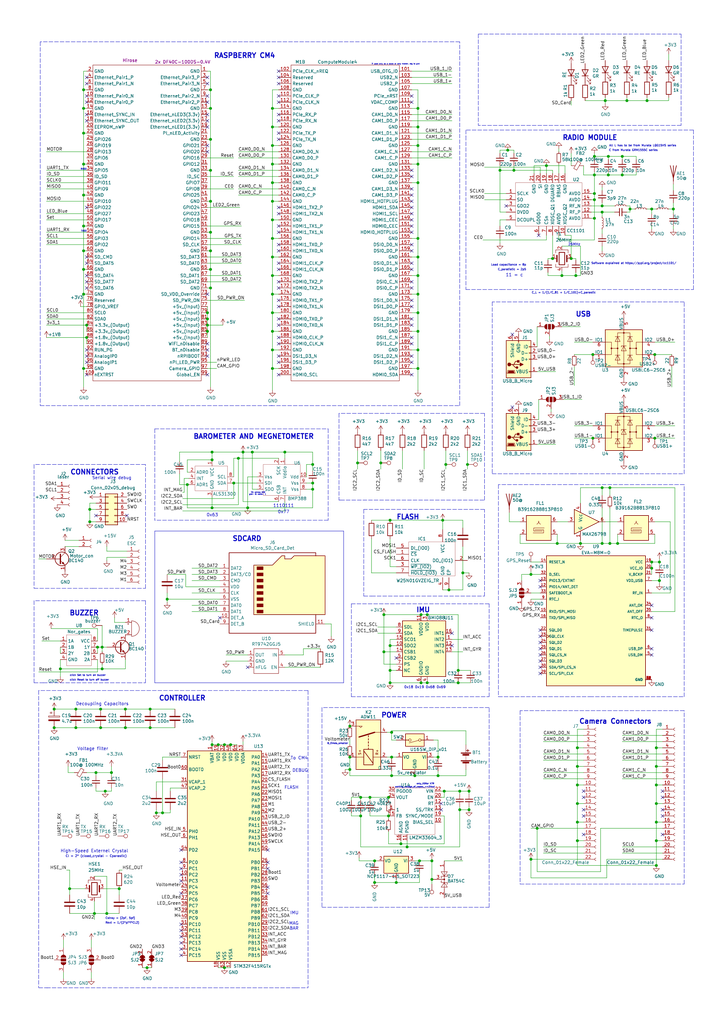
<source format=kicad_sch>
(kicad_sch (version 20201015) (generator eeschema)
  (page 1 1)
  (paper "A3" portrait)
  (title_block (title "Drone") (date "2021-01-05") (rev "v2") (company "MILLENIUNNIUM") (comment 1 "Futher checking required"))
  (lib_symbols
    (symbol "74xx:SN74LVC2G02DCTR"
      (property "Reference" "U" (at 7.62 12.7 0))
      (property "Value" "SN74LVC2G02DCTR" (at 7.62 10.16 0))
      (symbol "SN74LVC2G02DCTR_1_1"
        (pin input line (at 0 5.08 0) (length 2.54) (name "1A") (number "1"))
        (pin input line (at 0 2.54 0) (length 2.54) (name "1B") (number "2"))
        (pin output line (at 0 0 0) (length 2.54) (name "2Y") (number "3"))
        (pin power_out line (at 0 -2.54 0) (length 2.54) (name "GND") (number "4"))
        (pin power_in line (at 15.24 5.08 180) (length 2.54) (name "VCC") (number "8"))
        (pin output line (at 15.24 2.54 180) (length 2.54) (name "1Y") (number "7"))
        (pin input line (at 15.24 0 180) (length 2.54) (name "2B") (number "6"))
        (pin input line (at 15.24 -2.54 180) (length 2.54) (name "2A") (number "5"))
      )
    )
    (symbol "CM4IO:ComputeModule4-CM4"
      (property "Reference" "Module" (at 137.16 -3.81 0))
      (property "Value" "ComputeModule4-CM4" (at 138.43 69.85 0))
      (property "Field4" "Hirose" (at 100.33 93.98 0))
      (property "Field5" "2x DF40C-100DS-0.4V" (at 138.43 66.04 0))
      (symbol "ComputeModule4-CM4_1_0"
        (text "GPIO" (at 0 6.35 0) (effects (font (size 1.27 1.27))))
      )
      (symbol "ComputeModule4-CM4_1_1"
        (text "600mA Max" (at -8.89 -53.34 0) (effects (font (size 1.27 1.27))))
        (text "600mA Max" (at -8.89 -48.26 0) (effects (font (size 1.27 1.27))))
        (text "NB SD signals are only available" (at -1.27 -27.94 0) (effects (font (size 1.27 1.27))))
        (text "on modules without eMMC" (at -1.27 -30.48 0) (effects (font (size 1.27 1.27))))
        (pin power_in line (at 27.94 55.88 180) (length 2.54) (name "GND") (number "1"))
        (pin passive line (at -33.02 45.72 0) (length 2.54) (name "Ethernet_Pair0_N") (number "10"))
        (pin output line (at -33.02 -68.58 0) (length 2.54) (name "nEXTRST") (number "100"))
        (pin passive line (at 27.94 43.18 180) (length 2.54) (name "Ethernet_Pair2_P") (number "11"))
        (pin passive line (at -33.02 43.18 0) (length 2.54) (name "Ethernet_Pair0_P") (number "12"))
        (pin power_in line (at 27.94 40.64 180) (length 2.54) (name "GND") (number "13"))
        (pin power_in line (at -33.02 40.64 0) (length 2.54) (name "GND") (number "14"))
        (pin output line (at 27.94 38.1 180) (length 2.54) (name "Ethernet_nLED3(3.3v)") (number "15"))
        (pin input line (at -33.02 38.1 0) (length 2.54) (name "Ethernet_SYNC_IN(1.8v)") (number "16"))
        (pin output line (at 27.94 35.56 180) (length 2.54) (name "Ethernet_nLED2(3.3v)") (number "17"))
        (pin input line (at -33.02 35.56 0) (length 2.54) (name "Ethernet_SYNC_OUT(1.8v)") (number "18"))
        (pin output line (at 27.94 33.02 180) (length 2.54) (name "Ethernet_nLED1(3.3v)") (number "19"))
        (pin power_in line (at -33.02 55.88 0) (length 2.54) (name "GND") (number "2"))
        (pin passive line (at -33.02 33.02 0) (length 2.54) (name "EEPROM_nWP") (number "20"))
        (pin open_collector line (at 27.94 30.48 180) (length 2.54) (name "PI_nLED_Activity") (number "21"))
        (pin power_in line (at -33.02 30.48 0) (length 2.54) (name "GND") (number "22"))
        (pin power_in line (at 27.94 27.94 180) (length 2.54) (name "GND") (number "23"))
        (pin passive line (at -33.02 27.94 0) (length 2.54) (name "GPIO26") (number "24"))
        (pin passive line (at 27.94 25.4 180) (length 2.54) (name "GPIO21") (number "25"))
        (pin passive line (at -33.02 25.4 0) (length 2.54) (name "GPIO19") (number "26"))
        (pin passive line (at 27.94 22.86 180) (length 2.54) (name "GPIO20") (number "27"))
        (pin passive line (at -33.02 22.86 0) (length 2.54) (name "GPIO13") (number "28"))
        (pin passive line (at 27.94 20.32 180) (length 2.54) (name "GPIO16") (number "29"))
        (pin passive line (at 27.94 53.34 180) (length 2.54) (name "Ethernet_Pair3_P") (number "3"))
        (pin passive line (at -33.02 20.32 0) (length 2.54) (name "GPIO6") (number "30"))
        (pin passive line (at 27.94 17.78 180) (length 2.54) (name "GPIO12") (number "31"))
        (pin power_in line (at -33.02 17.78 0) (length 2.54) (name "GND") (number "32"))
        (pin power_in line (at 27.94 15.24 180) (length 2.54) (name "GND") (number "33"))
        (pin passive line (at -33.02 15.24 0) (length 2.54) (name "GPIO5") (number "34"))
        (pin passive line (at 27.94 12.7 180) (length 2.54) (name "ID_SC") (number "35"))
        (pin passive line (at -33.02 12.7 0) (length 2.54) (name "ID_SD") (number "36"))
        (pin passive line (at 27.94 10.16 180) (length 2.54) (name "GPIO7") (number "37"))
        (pin passive line (at -33.02 10.16 0) (length 2.54) (name "GPIO11") (number "38"))
        (pin passive line (at 27.94 7.62 180) (length 2.54) (name "GPIO8") (number "39"))
        (pin passive line (at -33.02 53.34 0) (length 2.54) (name "Ethernet_Pair1_P") (number "4"))
        (pin passive line (at -33.02 7.62 0) (length 2.54) (name "GPIO9") (number "40"))
        (pin passive line (at 27.94 5.08 180) (length 2.54) (name "GPIO25") (number "41"))
        (pin power_in line (at -33.02 5.08 0) (length 2.54) (name "GND") (number "42"))
        (pin power_in line (at 27.94 2.54 180) (length 2.54) (name "GND") (number "43"))
        (pin passive line (at -33.02 2.54 0) (length 2.54) (name "GPIO10") (number "44"))
        (pin passive line (at 27.94 0 180) (length 2.54) (name "GPIO24") (number "45"))
        (pin passive line (at -33.02 0 0) (length 2.54) (name "GPIO22") (number "46"))
        (pin passive line (at 27.94 -2.54 180) (length 2.54) (name "GPIO23") (number "47"))
        (pin passive line (at -33.02 -2.54 0) (length 2.54) (name "GPIO27") (number "48"))
        (pin passive line (at 27.94 -5.08 180) (length 2.54) (name "GPIO18") (number "49"))
        (pin passive line (at 27.94 50.8 180) (length 2.54) (name "Ethernet_Pair3_N") (number "5"))
        (pin passive line (at -33.02 -5.08 0) (length 2.54) (name "GPIO17") (number "50"))
        (pin passive line (at 27.94 -7.62 180) (length 2.54) (name "GPIO15") (number "51"))
        (pin power_in line (at -33.02 -7.62 0) (length 2.54) (name "GND") (number "52"))
        (pin power_in line (at 27.94 -10.16 180) (length 2.54) (name "GND") (number "53"))
        (pin passive line (at -33.02 -10.16 0) (length 2.54) (name "GPIO4") (number "54"))
        (pin passive line (at 27.94 -12.7 180) (length 2.54) (name "GPIO14") (number "55"))
        (pin passive line (at -33.02 -12.7 0) (length 2.54) (name "GPIO3") (number "56"))
        (pin passive line (at 27.94 -15.24 180) (length 2.54) (name "SD_CLK") (number "57"))
        (pin passive line (at -33.02 -15.24 0) (length 2.54) (name "GPIO2") (number "58"))
        (pin power_in line (at 27.94 -17.78 180) (length 2.54) (name "GND") (number "59"))
        (pin passive line (at -33.02 50.8 0) (length 2.54) (name "Ethernet_Pair1_N") (number "6"))
        (pin power_in line (at -33.02 -17.78 0) (length 2.54) (name "GND") (number "60"))
        (pin passive line (at 27.94 -20.32 180) (length 2.54) (name "SD_DAT3") (number "61"))
        (pin passive line (at -33.02 -20.32 0) (length 2.54) (name "SD_CMD") (number "62"))
        (pin passive line (at 27.94 -22.86 180) (length 2.54) (name "SD_DAT0") (number "63"))
        (pin passive line (at -33.02 -22.86 0) (length 2.54) (name "SD_DAT5") (number "64"))
        (pin power_in line (at 27.94 -25.4 180) (length 2.54) (name "GND") (number "65"))
        (pin power_in line (at -33.02 -25.4 0) (length 2.54) (name "GND") (number "66"))
        (pin passive line (at 27.94 -27.94 180) (length 2.54) (name "SD_DAT1") (number "67"))
        (pin passive line (at -33.02 -27.94 0) (length 2.54) (name "SD_DAT4") (number "68"))
        (pin passive line (at 27.94 -30.48 180) (length 2.54) (name "SD_DAT2") (number "69"))
        (pin power_in line (at 27.94 48.26 180) (length 2.54) (name "GND") (number "7"))
        (pin passive line (at -33.02 -30.48 0) (length 2.54) (name "SD_DAT7") (number "70"))
        (pin power_in line (at 27.94 -33.02 180) (length 2.54) (name "GND") (number "71"))
        (pin passive line (at -33.02 -33.02 0) (length 2.54) (name "SD_DAT6") (number "72"))
        (pin input line (at 27.94 -35.56 180) (length 2.54) (name "SD_VDD_Override") (number "73"))
        (pin power_in line (at -33.02 -35.56 0) (length 2.54) (name "GND") (number "74"))
        (pin output line (at 27.94 -38.1 180) (length 2.54) (name "SD_PWR_ON") (number "75"))
        (pin passive line (at -33.02 -38.1 0) (length 2.54) (name "Reserved") (number "76"))
        (pin power_in line (at 27.94 -40.64 180) (length 2.54) (name "+5v_(Input)") (number "77"))
        (pin power_in line (at -33.02 -40.64 0) (length 2.54) (name "GPIO_VREF(1.8v/3.3v_Input)") (number "78"))
        (pin power_in line (at 27.94 -43.18 180) (length 2.54) (name "+5v_(Input)") (number "79"))
        (pin power_in line (at -33.02 48.26 0) (length 2.54) (name "GND") (number "8"))
        (pin passive line (at -33.02 -43.18 0) (length 2.54) (name "SCL0") (number "80"))
        (pin power_in line (at 27.94 -45.72 180) (length 2.54) (name "+5v_(Input)") (number "81"))
        (pin passive line (at -33.02 -45.72 0) (length 2.54) (name "SDA0") (number "82"))
        (pin power_in line (at 27.94 -48.26 180) (length 2.54) (name "+5v_(Input)") (number "83"))
        (pin power_out line (at -33.02 -48.26 0) (length 2.54) (name "+3.3v_(Output)") (number "84"))
        (pin power_in line (at 27.94 -50.8 180) (length 2.54) (name "+5v_(Input)") (number "85"))
        (pin power_out line (at -33.02 -50.8 0) (length 2.54) (name "+3.3v_(Output)") (number "86"))
        (pin power_in line (at 27.94 -53.34 180) (length 2.54) (name "+5v_(Input)") (number "87"))
        (pin power_out line (at -33.02 -53.34 0) (length 2.54) (name "+1.8v_(Output)") (number "88"))
        (pin power_in line (at 27.94 -55.88 180) (length 2.54) (name "WiFi_nDisable") (number "89"))
        (pin passive line (at 27.94 45.72 180) (length 2.54) (name "Ethernet_Pair2_N") (number "9"))
        (pin power_out line (at -33.02 -55.88 0) (length 2.54) (name "+1.8v_(Output)") (number "90"))
        (pin power_in line (at 27.94 -58.42 180) (length 2.54) (name "BT_nDisable") (number "91"))
        (pin passive line (at -33.02 -58.42 0) (length 2.54) (name "RUN_PG") (number "92"))
        (pin input line (at 27.94 -60.96 180) (length 2.54) (name "nRPIBOOT") (number "93"))
        (pin passive line (at -33.02 -60.96 0) (length 2.54) (name "AnalogIP0") (number "94"))
        (pin output line (at 27.94 -63.5 180) (length 2.54) (name "nPI_LED_PWR") (number "95"))
        (pin passive line (at -33.02 -63.5 0) (length 2.54) (name "AnalogIP1") (number "96"))
        (pin passive line (at 27.94 -66.04 180) (length 2.54) (name "Camera_GPIO") (number "97"))
        (pin power_in line (at -33.02 -66.04 0) (length 2.54) (name "GND") (number "98"))
        (pin input line (at 27.94 -68.58 180) (length 2.54) (name "Global_EN") (number "99"))
      )
      (symbol "ComputeModule4-CM4_2_1"
        (pin input line (at 163.83 62.23 180) (length 5.08) (name "USB_OTG_ID") (number "101"))
        (pin input line (at 109.22 62.23 0) (length 5.08) (name "PCIe_CLK_nREQ") (number "102"))
        (pin passive line (at 163.83 59.69 180) (length 5.08) (name "USB2_N") (number "103"))
        (pin passive line (at 109.22 59.69 0) (length 5.08) (name "Reserved") (number "104"))
        (pin passive line (at 163.83 57.15 180) (length 5.08) (name "USB2_P") (number "105"))
        (pin passive line (at 109.22 57.15 0) (length 5.08) (name "Reserved") (number "106"))
        (pin power_in line (at 163.83 54.61 180) (length 5.08) (name "GND") (number "107"))
        (pin power_in line (at 109.22 54.61 0) (length 5.08) (name "GND") (number "108"))
        (pin bidirectional line (at 163.83 52.07 180) (length 5.08) (name "PCIe_nRST") (number "109"))
        (pin output line (at 109.22 52.07 0) (length 5.08) (name "PCIe_CLK_P") (number "110"))
        (pin passive line (at 163.83 49.53 180) (length 5.08) (name "VDAC_COMP") (number "111"))
        (pin output line (at 109.22 49.53 0) (length 5.08) (name "PCIe_CLK_N") (number "112"))
        (pin power_in line (at 163.83 46.99 180) (length 5.08) (name "GND") (number "113"))
        (pin power_in line (at 109.22 46.99 0) (length 5.08) (name "GND") (number "114"))
        (pin input line (at 163.83 44.45 180) (length 5.08) (name "CAM1_D0_N") (number "115"))
        (pin input line (at 109.22 44.45 0) (length 5.08) (name "PCIe_RX_P") (number "116"))
        (pin input line (at 163.83 41.91 180) (length 5.08) (name "CAM1_D0_P") (number "117"))
        (pin input line (at 109.22 41.91 0) (length 5.08) (name "PCIe_RX_N") (number "118"))
        (pin power_in line (at 163.83 39.37 180) (length 5.08) (name "GND") (number "119"))
        (pin power_in line (at 109.22 39.37 0) (length 5.08) (name "GND") (number "120"))
        (pin input line (at 163.83 36.83 180) (length 5.08) (name "CAM1_D1_N") (number "121"))
        (pin output line (at 109.22 36.83 0) (length 5.08) (name "PCIe_TX_P") (number "122"))
        (pin input line (at 163.83 34.29 180) (length 5.08) (name "CAM1_D1_P") (number "123"))
        (pin output line (at 109.22 34.29 0) (length 5.08) (name "PCIe_TX_N") (number "124"))
        (pin power_in line (at 163.83 31.75 180) (length 5.08) (name "GND") (number "125"))
        (pin power_in line (at 109.22 31.75 0) (length 5.08) (name "GND") (number "126"))
        (pin input line (at 163.83 29.21 180) (length 5.08) (name "CAM1_C_N") (number "127"))
        (pin input line (at 109.22 29.21 0) (length 5.08) (name "CAM0_D0_N") (number "128"))
        (pin input line (at 163.83 26.67 180) (length 5.08) (name "CAM1_C_P") (number "129"))
        (pin input line (at 109.22 26.67 0) (length 5.08) (name "CAM0_D0_P") (number "130"))
        (pin power_in line (at 163.83 24.13 180) (length 5.08) (name "GND") (number "131"))
        (pin power_in line (at 109.22 24.13 0) (length 5.08) (name "GND") (number "132"))
        (pin input line (at 163.83 21.59 180) (length 5.08) (name "CAM1_D2_N") (number "133"))
        (pin input line (at 109.22 21.59 0) (length 5.08) (name "CAM0_D1_N") (number "134"))
        (pin input line (at 163.83 19.05 180) (length 5.08) (name "CAM1_D2_P") (number "135"))
        (pin input line (at 109.22 19.05 0) (length 5.08) (name "CAM0_D1_P") (number "136"))
        (pin power_in line (at 163.83 16.51 180) (length 5.08) (name "GND") (number "137"))
        (pin power_in line (at 109.22 16.51 0) (length 5.08) (name "GND") (number "138"))
        (pin input line (at 163.83 13.97 180) (length 5.08) (name "CAM1_D3_N") (number "139"))
        (pin input line (at 109.22 13.97 0) (length 5.08) (name "CAM0_C_N") (number "140"))
        (pin input line (at 163.83 11.43 180) (length 5.08) (name "CAM1_D3_P") (number "141"))
        (pin input line (at 109.22 11.43 0) (length 5.08) (name "CAM0_C_P") (number "142"))
        (pin input line (at 163.83 8.89 180) (length 5.08) (name "HDMI1_HOTPLUG") (number "143"))
        (pin power_in line (at 109.22 8.89 0) (length 5.08) (name "GND") (number "144"))
        (pin bidirectional line (at 163.83 6.35 180) (length 5.08) (name "HDMI1_SDA") (number "145"))
        (pin output line (at 109.22 6.35 0) (length 5.08) (name "HDMI1_TX2_P") (number "146"))
        (pin open_collector line (at 163.83 3.81 180) (length 5.08) (name "HDMI1_SCL") (number "147"))
        (pin output line (at 109.22 3.81 0) (length 5.08) (name "HDMI1_TX2_N") (number "148"))
        (pin open_collector line (at 163.83 1.27 180) (length 5.08) (name "HDMI1_CEC") (number "149"))
        (pin power_in line (at 109.22 1.27 0) (length 5.08) (name "GND") (number "150"))
        (pin open_collector line (at 163.83 -1.27 180) (length 5.08) (name "HDMI0_CEC") (number "151"))
        (pin output line (at 109.22 -1.27 0) (length 5.08) (name "HDMI1_TX1_P") (number "152"))
        (pin input line (at 163.83 -3.81 180) (length 5.08) (name "HDMI0_HOTPLUG") (number "153"))
        (pin output line (at 109.22 -3.81 0) (length 5.08) (name "HDMI1_TX1_N") (number "154"))
        (pin power_in line (at 163.83 -6.35 180) (length 5.08) (name "GND") (number "155"))
        (pin power_in line (at 109.22 -6.35 0) (length 5.08) (name "GND") (number "156"))
        (pin output line (at 163.83 -8.89 180) (length 5.08) (name "DSI0_D0_N") (number "157"))
        (pin output line (at 109.22 -8.89 0) (length 5.08) (name "HDMI1_TX0_P") (number "158"))
        (pin output line (at 163.83 -11.43 180) (length 5.08) (name "DSI0_D0_P") (number "159"))
        (pin output line (at 109.22 -11.43 0) (length 5.08) (name "HDMI1_TX0_N") (number "160"))
        (pin power_in line (at 163.83 -13.97 180) (length 5.08) (name "GND") (number "161"))
        (pin power_in line (at 109.22 -13.97 0) (length 5.08) (name "GND") (number "162"))
        (pin output line (at 163.83 -16.51 180) (length 5.08) (name "DSI0_D1_N") (number "163"))
        (pin output line (at 109.22 -16.51 0) (length 5.08) (name "HDMI1_CLK_P") (number "164"))
        (pin output line (at 163.83 -19.05 180) (length 5.08) (name "DSI0_D1_P") (number "165"))
        (pin output line (at 109.22 -19.05 0) (length 5.08) (name "HDMI1_CLK_N") (number "166"))
        (pin power_in line (at 163.83 -21.59 180) (length 5.08) (name "GND") (number "167"))
        (pin power_in line (at 109.22 -21.59 0) (length 5.08) (name "GND") (number "168"))
        (pin output line (at 163.83 -24.13 180) (length 5.08) (name "DSI0_C_N") (number "169"))
        (pin output line (at 109.22 -24.13 0) (length 5.08) (name "HDMI0_TX2_P") (number "170"))
        (pin output line (at 163.83 -26.67 180) (length 5.08) (name "DSI0_C_P") (number "171"))
        (pin output line (at 109.22 -26.67 0) (length 5.08) (name "HDMI0_TX2_N") (number "172"))
        (pin power_in line (at 163.83 -29.21 180) (length 5.08) (name "GND") (number "173"))
        (pin power_in line (at 109.22 -29.21 0) (length 5.08) (name "GND") (number "174"))
        (pin output line (at 163.83 -31.75 180) (length 5.08) (name "DSI1_D0_N") (number "175"))
        (pin output line (at 109.22 -31.75 0) (length 5.08) (name "HDMI0_TX1_P") (number "176"))
        (pin output line (at 163.83 -34.29 180) (length 5.08) (name "DSI1_D0_P") (number "177"))
        (pin output line (at 109.22 -34.29 0) (length 5.08) (name "HDMI0_TX1_N") (number "178"))
        (pin power_in line (at 163.83 -36.83 180) (length 5.08) (name "GND") (number "179"))
        (pin power_in line (at 109.22 -36.83 0) (length 5.08) (name "GND") (number "180"))
        (pin output line (at 163.83 -39.37 180) (length 5.08) (name "DSI1_D1_N") (number "181"))
        (pin output line (at 109.22 -39.37 0) (length 5.08) (name "HDMI0_TX0_P") (number "182"))
        (pin output line (at 163.83 -41.91 180) (length 5.08) (name "DSI1_D1_P") (number "183"))
        (pin output line (at 109.22 -41.91 0) (length 5.08) (name "HDMI0_TX0_N") (number "184"))
        (pin power_in line (at 163.83 -44.45 180) (length 5.08) (name "GND") (number "185"))
        (pin power_in line (at 109.22 -44.45 0) (length 5.08) (name "GND") (number "186"))
        (pin output line (at 163.83 -46.99 180) (length 5.08) (name "DSI1_C_N") (number "187"))
        (pin output line (at 109.22 -46.99 0) (length 5.08) (name "HDMI0_CLK_P") (number "188"))
        (pin output line (at 163.83 -49.53 180) (length 5.08) (name "DSI1_C_P") (number "189"))
        (pin output line (at 109.22 -49.53 0) (length 5.08) (name "HDMI0_CLK_N") (number "190"))
        (pin power_in line (at 163.83 -52.07 180) (length 5.08) (name "GND") (number "191"))
        (pin power_in line (at 109.22 -52.07 0) (length 5.08) (name "GND") (number "192"))
        (pin output line (at 163.83 -54.61 180) (length 5.08) (name "DSI1_D2_N") (number "193"))
        (pin output line (at 109.22 -54.61 0) (length 5.08) (name "DSI1_D3_N") (number "194"))
        (pin output line (at 163.83 -57.15 180) (length 5.08) (name "DSI1_D2_P") (number "195"))
        (pin output line (at 109.22 -57.15 0) (length 5.08) (name "DSI1_D3_P") (number "196"))
        (pin power_in line (at 163.83 -59.69 180) (length 5.08) (name "GND") (number "197"))
        (pin power_in line (at 109.22 -59.69 0) (length 5.08) (name "GND") (number "198"))
        (pin bidirectional line (at 163.83 -62.23 180) (length 5.08) (name "HDMI0_SDA") (number "199"))
        (pin open_collector line (at 109.22 -62.23 0) (length 5.08) (name "HDMI0_SCL") (number "200"))
        (pin power_in line (at 80.01 62.23 180) (length 2.54) (name "GND") (number "1"))
        (pin passive line (at 30.48 52.07 0) (length 2.54) (name "Ethernet_Pair0_N") (number "10"))
        (pin output line (at 30.48 -62.23 0) (length 2.54) (name "nEXTRST") (number "100"))
        (pin passive line (at 80.01 49.53 180) (length 2.54) (name "Ethernet_Pair2_P") (number "11"))
        (pin passive line (at 30.48 49.53 0) (length 2.54) (name "Ethernet_Pair0_P") (number "12"))
        (pin power_in line (at 80.01 46.99 180) (length 2.54) (name "GND") (number "13"))
        (pin power_in line (at 30.48 46.99 0) (length 2.54) (name "GND") (number "14"))
        (pin output line (at 80.01 44.45 180) (length 2.54) (name "Ethernet_nLED3(3.3v)") (number "15"))
        (pin input line (at 30.48 44.45 0) (length 2.54) (name "Ethernet_SYNC_IN") (number "16"))
        (pin output line (at 80.01 41.91 180) (length 2.54) (name "Ethernet_nLED2(3.3v)") (number "17"))
        (pin input line (at 30.48 41.91 0) (length 2.54) (name "Ethernet_SYNC_OUT") (number "18"))
        (pin output line (at 80.01 39.37 180) (length 2.54) (name "Ethernet_nLED1(3.3v)") (number "19"))
        (pin power_in line (at 30.48 62.23 0) (length 2.54) (name "GND") (number "2"))
        (pin passive line (at 30.48 39.37 0) (length 2.54) (name "EEPROM_nWP") (number "20"))
        (pin open_collector line (at 80.01 36.83 180) (length 2.54) (name "PI_nLED_Activity") (number "21"))
        (pin power_in line (at 30.48 36.83 0) (length 2.54) (name "GND") (number "22"))
        (pin power_in line (at 80.01 34.29 180) (length 2.54) (name "GND") (number "23"))
        (pin passive line (at 30.48 34.29 0) (length 2.54) (name "GPIO26") (number "24"))
        (pin passive line (at 80.01 31.75 180) (length 2.54) (name "GPIO21") (number "25"))
        (pin passive line (at 30.48 31.75 0) (length 2.54) (name "GPIO19") (number "26"))
        (pin passive line (at 80.01 29.21 180) (length 2.54) (name "GPIO20") (number "27"))
        (pin passive line (at 30.48 29.21 0) (length 2.54) (name "GPIO13") (number "28"))
        (pin passive line (at 80.01 26.67 180) (length 2.54) (name "GPIO16") (number "29"))
        (pin passive line (at 80.01 59.69 180) (length 2.54) (name "Ethernet_Pair3_P") (number "3"))
        (pin passive line (at 30.48 26.67 0) (length 2.54) (name "GPIO6") (number "30"))
        (pin passive line (at 80.01 24.13 180) (length 2.54) (name "GPIO12") (number "31"))
        (pin power_in line (at 30.48 24.13 0) (length 2.54) (name "GND") (number "32"))
        (pin power_in line (at 80.01 21.59 180) (length 2.54) (name "GND") (number "33"))
        (pin passive line (at 30.48 21.59 0) (length 2.54) (name "GPIO5") (number "34"))
        (pin passive line (at 80.01 19.05 180) (length 2.54) (name "ID_SC") (number "35"))
        (pin passive line (at 30.48 19.05 0) (length 2.54) (name "ID_SD") (number "36"))
        (pin passive line (at 80.01 16.51 180) (length 2.54) (name "GPIO7") (number "37"))
        (pin passive line (at 30.48 16.51 0) (length 2.54) (name "GPIO11") (number "38"))
        (pin passive line (at 80.01 13.97 180) (length 2.54) (name "GPIO8") (number "39"))
        (pin passive line (at 30.48 59.69 0) (length 2.54) (name "Ethernet_Pair1_P") (number "4"))
        (pin passive line (at 30.48 13.97 0) (length 2.54) (name "GPIO9") (number "40"))
        (pin passive line (at 80.01 11.43 180) (length 2.54) (name "GPIO25") (number "41"))
        (pin power_in line (at 30.48 11.43 0) (length 2.54) (name "GND") (number "42"))
        (pin power_in line (at 80.01 8.89 180) (length 2.54) (name "GND") (number "43"))
        (pin passive line (at 30.48 8.89 0) (length 2.54) (name "GPIO10") (number "44"))
        (pin passive line (at 80.01 6.35 180) (length 2.54) (name "GPIO24") (number "45"))
        (pin passive line (at 30.48 6.35 0) (length 2.54) (name "GPIO22") (number "46"))
        (pin passive line (at 80.01 3.81 180) (length 2.54) (name "GPIO23") (number "47"))
        (pin passive line (at 30.48 3.81 0) (length 2.54) (name "GPIO27") (number "48"))
        (pin passive line (at 80.01 1.27 180) (length 2.54) (name "GPIO18") (number "49"))
        (pin passive line (at 80.01 57.15 180) (length 2.54) (name "Ethernet_Pair3_N") (number "5"))
        (pin passive line (at 30.48 1.27 0) (length 2.54) (name "GPIO17") (number "50"))
        (pin passive line (at 80.01 -1.27 180) (length 2.54) (name "GPIO15") (number "51"))
        (pin power_in line (at 30.48 -1.27 0) (length 2.54) (name "GND") (number "52"))
        (pin power_in line (at 80.01 -3.81 180) (length 2.54) (name "GND") (number "53"))
        (pin passive line (at 30.48 -3.81 0) (length 2.54) (name "GPIO4") (number "54"))
        (pin passive line (at 80.01 -6.35 180) (length 2.54) (name "GPIO14") (number "55"))
        (pin passive line (at 30.48 -6.35 0) (length 2.54) (name "GPIO3") (number "56"))
        (pin passive line (at 80.01 -8.89 180) (length 2.54) (name "SD_CLK") (number "57"))
        (pin passive line (at 30.48 -8.89 0) (length 2.54) (name "GPIO2") (number "58"))
        (pin power_in line (at 80.01 -11.43 180) (length 2.54) (name "GND") (number "59"))
        (pin passive line (at 30.48 57.15 0) (length 2.54) (name "Ethernet_Pair1_N") (number "6"))
        (pin power_in line (at 30.48 -11.43 0) (length 2.54) (name "GND") (number "60"))
        (pin passive line (at 80.01 -13.97 180) (length 2.54) (name "SD_DAT3") (number "61"))
        (pin passive line (at 30.48 -13.97 0) (length 2.54) (name "SD_CMD") (number "62"))
        (pin passive line (at 80.01 -16.51 180) (length 2.54) (name "SD_DAT0") (number "63"))
        (pin passive line (at 30.48 -16.51 0) (length 2.54) (name "SD_DAT5") (number "64"))
        (pin power_in line (at 80.01 -19.05 180) (length 2.54) (name "GND") (number "65"))
        (pin power_in line (at 30.48 -19.05 0) (length 2.54) (name "GND") (number "66"))
        (pin passive line (at 80.01 -21.59 180) (length 2.54) (name "SD_DAT1") (number "67"))
        (pin passive line (at 30.48 -21.59 0) (length 2.54) (name "SD_DAT4") (number "68"))
        (pin passive line (at 80.01 -24.13 180) (length 2.54) (name "SD_DAT2") (number "69"))
        (pin power_in line (at 80.01 54.61 180) (length 2.54) (name "GND") (number "7"))
        (pin passive line (at 30.48 -24.13 0) (length 2.54) (name "SD_DAT7") (number "70"))
        (pin power_in line (at 80.01 -26.67 180) (length 2.54) (name "GND") (number "71"))
        (pin passive line (at 30.48 -26.67 0) (length 2.54) (name "SD_DAT6") (number "72"))
        (pin input line (at 80.01 -29.21 180) (length 2.54) (name "SD_VDD_Override") (number "73"))
        (pin power_in line (at 30.48 -29.21 0) (length 2.54) (name "GND") (number "74"))
        (pin output line (at 80.01 -31.75 180) (length 2.54) (name "SD_PWR_ON") (number "75"))
        (pin passive line (at 30.48 -31.75 0) (length 2.54) (name "Reserved") (number "76"))
        (pin power_in line (at 80.01 -34.29 180) (length 2.54) (name "+5v_(Input)") (number "77"))
        (pin power_in line (at 30.48 -34.29 0) (length 2.54) (name "GPIO_VREF") (number "78"))
        (pin power_in line (at 80.01 -36.83 180) (length 2.54) (name "+5v_(Input)") (number "79"))
        (pin power_in line (at 30.48 54.61 0) (length 2.54) (name "GND") (number "8"))
        (pin passive line (at 30.48 -36.83 0) (length 2.54) (name "SCL0") (number "80"))
        (pin power_in line (at 80.01 -39.37 180) (length 2.54) (name "+5v_(Input)") (number "81"))
        (pin passive line (at 30.48 -39.37 0) (length 2.54) (name "SDA0") (number "82"))
        (pin power_in line (at 80.01 -41.91 180) (length 2.54) (name "+5v_(Input)") (number "83"))
        (pin power_out line (at 30.48 -41.91 0) (length 2.54) (name "+3.3v_(Output)") (number "84"))
        (pin power_in line (at 80.01 -44.45 180) (length 2.54) (name "+5v_(Input)") (number "85"))
        (pin power_out line (at 30.48 -44.45 0) (length 2.54) (name "+3.3v_(Output)") (number "86"))
        (pin power_in line (at 80.01 -46.99 180) (length 2.54) (name "+5v_(Input)") (number "87"))
        (pin power_out line (at 30.48 -46.99 0) (length 2.54) (name "+1.8v_(Output)") (number "88"))
        (pin power_in line (at 80.01 -49.53 180) (length 2.54) (name "WiFi_nDisable") (number "89"))
        (pin passive line (at 80.01 52.07 180) (length 2.54) (name "Ethernet_Pair2_N") (number "9"))
        (pin power_out line (at 30.48 -49.53 0) (length 2.54) (name "+1.8v_(Output)") (number "90"))
        (pin power_in line (at 80.01 -52.07 180) (length 2.54) (name "BT_nDisable") (number "91"))
        (pin passive line (at 30.48 -52.07 0) (length 2.54) (name "RUN_PG") (number "92"))
        (pin input line (at 80.01 -54.61 180) (length 2.54) (name "nRPIBOOT") (number "93"))
        (pin passive line (at 30.48 -54.61 0) (length 2.54) (name "AnalogIP0") (number "94"))
        (pin output line (at 80.01 -57.15 180) (length 2.54) (name "nPI_LED_PWR") (number "95"))
        (pin passive line (at 30.48 -57.15 0) (length 2.54) (name "AnalogIP1") (number "96"))
        (pin passive line (at 80.01 -59.69 180) (length 2.54) (name "Camera_GPIO") (number "97"))
        (pin power_in line (at 30.48 -59.69 0) (length 2.54) (name "GND") (number "98"))
        (pin input line (at 80.01 -62.23 180) (length 2.54) (name "Global_EN") (number "99"))
      )
    )
    (symbol "CM4IO:RT9742GGJ5"
      (property "Reference" "U" (at 0 0 0))
      (property "Value" "RT9742GGJ5" (at 0 0 0))
      (symbol "RT9742GGJ5_0_0"
        (pin power_out line (at -8.89 10.16 0) (length 2.54) (name "OUT") (number "1"))
        (pin power_in line (at -8.89 7.62 0) (length 2.54) (name "GND") (number "2"))
        (pin open_collector line (at -8.89 5.08 0) (length 2.54) (name "nFLG") (number "3"))
        (pin input line (at 6.35 5.08 180) (length 2.54) (name "EN") (number "4"))
        (pin power_in line (at 6.35 10.16 180) (length 2.54) (name "IN") (number "5"))
      )
    )
    (symbol "Connector:Conn_01x03_Female" (pin_names (offset 1.016) hide)
      (property "Reference" "J" (at 0 5.08 0))
      (property "Value" "Conn_01x03_Female" (at 0 -3.175 0))
      (symbol "Conn_01x03_Female_1_1"
        (pin passive line (at -5.08 2.54 0) (length 3.81) (name "Pin_1") (number "1"))
        (pin passive line (at -5.08 0 0) (length 3.81) (name "Pin_2") (number "2"))
      )
    )
    (symbol "Connector:Conn_01x04_Female" (pin_names (offset 1.016) hide)
      (property "Reference" "J" (at 0 5.08 0))
      (property "Value" "Conn_01x04_Female" (at 0 -7.62 0))
      (symbol "Conn_01x04_Female_1_1"
        (pin passive line (at -5.08 2.54 0) (length 3.81) (name "Pin_1") (number "1"))
        (pin passive line (at -5.08 0 0) (length 3.81) (name "Pin_2") (number "2"))
        (pin passive line (at -5.08 -2.54 0) (length 3.81) (name "Pin_3") (number "3"))
        (pin passive line (at -5.08 -5.08 0) (length 3.81) (name "Pin_4") (number "4"))
      )
    )
    (symbol "Connector:Conn_01x06_Female" (pin_names (offset 1.016) hide)
      (property "Reference" "J" (at 0 7.62 0))
      (property "Value" "Conn_01x06_Female" (at 0 -10.16 0))
      (symbol "Conn_01x06_Female_1_1"
        (pin passive line (at -5.08 5.08 0) (length 3.81) (name "Pin_1") (number "1"))
        (pin passive line (at -5.08 2.54 0) (length 3.81) (name "Pin_2") (number "2"))
        (pin passive line (at -5.08 0 0) (length 3.81) (name "Pin_3") (number "3"))
        (pin passive line (at -5.08 -2.54 0) (length 3.81) (name "Pin_4") (number "4"))
        (pin passive line (at -5.08 -5.08 0) (length 3.81) (name "Pin_5") (number "5"))
        (pin passive line (at -5.08 -7.62 0) (length 3.81) (name "Pin_6") (number "6"))
      )
    )
    (symbol "Connector:Conn_01x22_Female" (pin_names hide)
      (property "Reference" "J" (at 0 27.94 0))
      (property "Value" "Conn_01x22_Female" (at 0 -30.48 0))
      (symbol "Conn_01x22_Female_1_1"
        (pin passive line (at -5.08 25.4 0) (length 3.81) (name "Pin_1") (number "1"))
        (pin passive line (at -5.08 2.54 0) (length 3.81) (name "Pin_10") (number "10"))
        (pin passive line (at -5.08 0 0) (length 3.81) (name "Pin_11") (number "11"))
        (pin passive line (at -5.08 -2.54 0) (length 3.81) (name "Pin_12") (number "12"))
        (pin passive line (at -5.08 -5.08 0) (length 3.81) (name "Pin_13") (number "13"))
        (pin passive line (at -5.08 -7.62 0) (length 3.81) (name "Pin_14") (number "14"))
        (pin passive line (at -5.08 -10.16 0) (length 3.81) (name "Pin_15") (number "15"))
        (pin passive line (at -5.08 -12.7 0) (length 3.81) (name "Pin_16") (number "16"))
        (pin passive line (at -5.08 -15.24 0) (length 3.81) (name "Pin_17") (number "17"))
        (pin passive line (at -5.08 -17.78 0) (length 3.81) (name "Pin_18") (number "18"))
        (pin passive line (at -5.08 -20.32 0) (length 3.81) (name "Pin_19") (number "19"))
        (pin passive line (at -5.08 22.86 0) (length 3.81) (name "Pin_2") (number "2"))
        (pin passive line (at -5.08 -22.86 0) (length 3.81) (name "Pin_20") (number "20"))
        (pin passive line (at -5.08 -25.4 0) (length 3.81) (name "Pin_21") (number "21"))
        (pin passive line (at -5.08 -27.94 0) (length 3.81) (name "Pin_22") (number "22"))
        (pin passive line (at -5.08 20.32 0) (length 3.81) (name "Pin_3") (number "3"))
        (pin passive line (at -5.08 17.78 0) (length 3.81) (name "Pin_4") (number "4"))
        (pin passive line (at -5.08 15.24 0) (length 3.81) (name "Pin_5") (number "5"))
        (pin passive line (at -5.08 12.7 0) (length 3.81) (name "Pin_6") (number "6"))
        (pin passive line (at -5.08 10.16 0) (length 3.81) (name "Pin_7") (number "7"))
        (pin passive line (at -5.08 7.62 0) (length 3.81) (name "Pin_8") (number "8"))
        (pin passive line (at -5.08 5.08 0) (length 3.81) (name "Pin_9") (number "9"))
      )
    )
    (symbol "Connector:Micro_SD_Card_Det"
      (property "Reference" "J" (at -16.51 17.78 0))
      (property "Value" "Micro_SD_Card_Det" (at 16.51 17.78 0))
      (symbol "Micro_SD_Card_Det_1_1"
        (pin bidirectional line (at -22.86 10.16 0) (length 3.81) (name "DAT2") (number "1"))
        (pin passive line (at -22.86 -10.16 0) (length 3.81) (name "DET_A") (number "10"))
        (pin passive line (at 20.32 -12.7 180) (length 3.81) (name "SHIELD") (number "11"))
        (pin bidirectional line (at -22.86 7.62 0) (length 3.81) (name "DAT3/CD") (number "2"))
        (pin input line (at -22.86 5.08 0) (length 3.81) (name "CMD") (number "3"))
        (pin power_in line (at -22.86 2.54 0) (length 3.81) (name "VDD") (number "4"))
        (pin input line (at -22.86 0 0) (length 3.81) (name "CLK") (number "5"))
        (pin power_in line (at -22.86 -2.54 0) (length 3.81) (name "VSS") (number "6"))
        (pin bidirectional line (at -22.86 -5.08 0) (length 3.81) (name "DAT0") (number "7"))
        (pin bidirectional line (at -22.86 -7.62 0) (length 3.81) (name "DAT1") (number "8"))
        (pin passive line (at -22.86 -12.7 0) (length 3.81) (name "DET_B") (number "9"))
      )
    )
    (symbol "Connector:TestPoint" (pin_numbers hide) (pin_names (offset 0.762) hide)
      (property "Reference" "TP" (at 0 6.858 0))
      (property "Value" "TestPoint" (at 0 5.08 0))
      (symbol "TestPoint_1_1"
        (pin passive line (at 0 0 90) (length 2.54) (name "1") (number "1"))
      )
    )
    (symbol "Connector:USB_B_Micro" (pin_names (offset 1.016))
      (property "Reference" "J" (at -5.08 11.43 0))
      (property "Value" "USB_B_Micro" (at -5.08 8.89 0))
      (symbol "USB_B_Micro_1_1"
        (pin power_out line (at 7.62 5.08 180) (length 2.54) (name "VBUS") (number "1"))
        (pin bidirectional line (at 7.62 -2.54 180) (length 2.54) (name "D-") (number "2"))
        (pin bidirectional line (at 7.62 0 180) (length 2.54) (name "D+") (number "3"))
        (pin passive line (at 7.62 -5.08 180) (length 2.54) (name "ID") (number "4"))
        (pin power_out line (at 0 -10.16 90) (length 2.54) (name "GND") (number "5"))
        (pin passive line (at -2.54 -10.16 90) (length 2.54) (name "Shield") (number "6"))
      )
    )
    (symbol "Connector_Generic:Conn_02x05_Odd_Even" (pin_names (offset 1.016) hide)
      (property "Reference" "J" (at 1.27 7.62 0))
      (property "Value" "Conn_02x05_Odd_Even" (at 1.27 -7.62 0))
      (symbol "Conn_02x05_Odd_Even_1_1"
        (pin passive line (at -5.08 5.08 0) (length 3.81) (name "Pin_1") (number "1"))
        (pin passive line (at 7.62 -5.08 180) (length 3.81) (name "Pin_10") (number "10"))
        (pin passive line (at 7.62 5.08 180) (length 3.81) (name "Pin_2") (number "2"))
        (pin passive line (at -5.08 2.54 0) (length 3.81) (name "Pin_3") (number "3"))
        (pin passive line (at 7.62 2.54 180) (length 3.81) (name "Pin_4") (number "4"))
        (pin passive line (at -5.08 0 0) (length 3.81) (name "Pin_5") (number "5"))
        (pin passive line (at 7.62 0 180) (length 3.81) (name "Pin_6") (number "6"))
        (pin passive line (at -5.08 -2.54 0) (length 3.81) (name "Pin_7") (number "7"))
        (pin passive line (at 7.62 -2.54 180) (length 3.81) (name "Pin_8") (number "8"))
        (pin passive line (at -5.08 -5.08 0) (length 3.81) (name "Pin_9") (number "9"))
      )
    )
    (symbol "Converter_DCDC:LMZM33604_3_1"
      (property "Reference" "U" (at 1.27 15.24 0))
      (property "Value" "LMZM33604" (at 2.54 12.7 0))
      (symbol "LMZM33604_3_1_1_1"
        (pin input line (at -6.35 10.16 0) (length 2.54) (name "VIN") (number "22"))
        (pin input line (at -6.35 7.62 0) (length 2.54) (name "EN") (number "20"))
        (pin output line (at -6.35 0 0) (length 2.54) (name "SYNC/MODE") (number "19"))
        (pin input line (at -6.35 2.54 0) (length 2.54) (name "SS/TRK") (number "13"))
        (pin input line (at -6.35 5.08 0) (length 2.54) (name "RT") (number "12"))
        (pin input line (at 7.62 -10.16 90) (length 2.54) (name "PGND") (number "11"))
        (pin input line (at 10.16 -10.16 90) (length 2.54) (name "AGND") (number "16"))
        (pin input line (at 15.24 0 180) (length 2.54) (name "FB") (number "15"))
        (pin input line (at 15.24 7.62 180) (length 2.54) (name "VOUT") (number "24"))
        (pin input line (at 15.24 10.16 180) (length 2.54) (name "PGOOD") (number "30"))
        (pin output line (at -6.35 -2.54 0) (length 2.54) (name "BIAS_SEL") (number "10"))
        (pin input line (at 15.24 2.54 180) (length 2.54) (name "1") (number "1"))
      )
    )
    (symbol "Device:Antenna" (pin_numbers hide) (pin_names (offset 1.016) hide)
      (property "Reference" "AE" (at -1.905 1.905 0))
      (property "Value" "Antenna" (at -1.905 0 0))
      (symbol "Antenna_1_1"
        (pin input line (at 0 -5.08 90) (length 2.54) (name "A") (number "1"))
      )
    )
    (symbol "Device:Battery" (pin_numbers hide) (pin_names (offset 0) hide)
      (property "Reference" "BT" (at 2.54 2.54 0))
      (property "Value" "Battery" (at 2.54 0 0))
      (symbol "Battery_1_1"
        (pin passive line (at 0 5.08 270) (length 2.54) (name "+") (number "1"))
        (pin passive line (at 0 -5.08 90) (length 2.54) (name "-") (number "2"))
      )
    )
    (symbol "Device:Buzzer" (pin_names (offset 0.0254) hide)
      (property "Reference" "BZ" (at 3.81 1.27 0))
      (property "Value" "Buzzer" (at 3.81 -1.27 0))
      (symbol "Buzzer_1_1"
        (pin passive line (at -2.54 2.54 0) (length 2.54) (name "-") (number "1"))
        (pin passive line (at -2.54 -2.54 0) (length 2.54) (name "+") (number "2"))
      )
    )
    (symbol "Device:C" (pin_numbers hide) (pin_names (offset 0.254))
      (property "Reference" "C" (at 0.635 2.54 0))
      (property "Value" "C" (at 0.635 -2.54 0))
      (symbol "C_1_1"
        (pin passive line (at 0 3.81 270) (length 2.794) (name "~") (number "1"))
        (pin passive line (at 0 -3.81 90) (length 2.794) (name "~") (number "2"))
      )
    )
    (symbol "Device:C_Small" (pin_numbers hide) (pin_names (offset 0.254) hide)
      (property "Reference" "C" (at 0.254 1.778 0))
      (property "Value" "C_Small" (at 0.254 -2.032 0))
      (symbol "C_Small_1_1"
        (pin passive line (at 0 2.54 270) (length 2.032) (name "~") (number "1"))
        (pin passive line (at 0 -2.54 90) (length 2.032) (name "~") (number "2"))
      )
    )
    (symbol "Device:Crystal_GND24" (pin_names (offset 1.016) hide)
      (property "Reference" "Y" (at 3.175 5.08 0))
      (property "Value" "Crystal_GND24" (at 3.175 3.175 0))
      (symbol "Crystal_GND24_1_1"
        (pin passive line (at -3.81 0 0) (length 1.27) (name "1") (number "1"))
        (pin passive line (at 0 5.08 270) (length 1.27) (name "2") (number "2"))
        (pin passive line (at 3.81 0 180) (length 1.27) (name "3") (number "3"))
        (pin passive line (at 0 -5.08 90) (length 1.27) (name "4") (number "4"))
      )
    )
    (symbol "Device:FerriteBead_Small" (pin_numbers hide) (pin_names (offset 0))
      (property "Reference" "FB" (at 1.905 1.27 0))
      (property "Value" "FerriteBead_Small" (at 1.905 -1.27 0))
      (symbol "FerriteBead_Small_1_1"
        (pin passive line (at 0 2.54 270) (length 1.27) (name "~") (number "1"))
        (pin passive line (at 0 -2.54 90) (length 1.27) (name "~") (number "2"))
      )
    )
    (symbol "Device:LED" (pin_numbers hide) (pin_names hide)
      (property "Reference" "D" (at 0 2.54 0))
      (property "Value" "LED" (at 0 -2.54 0))
      (symbol "LED_1_1"
        (pin passive line (at -3.81 0 0) (length 2.54) (name "K") (number "1"))
        (pin passive line (at 3.81 0 180) (length 2.54) (name "A") (number "2"))
      )
    )
    (symbol "Device:L_Small" (pin_numbers hide) (pin_names (offset 0.254) hide)
      (property "Reference" "L" (at 0.762 1.016 0))
      (property "Value" "L_Small" (at 0.762 -1.016 0))
      (symbol "L_Small_1_1"
        (pin passive line (at 0 2.54 270) (length 0.508) (name "~") (number "1"))
        (pin passive line (at 0 -2.54 90) (length 0.508) (name "~") (number "2"))
      )
    )
    (symbol "Device:R" (pin_numbers hide) (pin_names (offset 0))
      (property "Reference" "R" (at 2.032 0 90))
      (property "Value" "R" (at 0 0 90))
      (symbol "R_1_1"
        (pin passive line (at 0 3.81 270) (length 1.27) (name "~") (number "1"))
        (pin passive line (at 0 -3.81 90) (length 1.27) (name "~") (number "2"))
      )
    )
    (symbol "Device:R_Small" (pin_numbers hide) (pin_names (offset 0.254) hide)
      (property "Reference" "R" (at 0.762 0.508 0))
      (property "Value" "R_Small" (at 0.762 -1.016 0))
      (symbol "R_Small_1_1"
        (pin passive line (at 0 2.54 270) (length 0.762) (name "~") (number "1"))
        (pin passive line (at 0 -2.54 90) (length 0.762) (name "~") (number "2"))
      )
    )
    (symbol "Diode:BAT54C" (pin_names (offset 1.016))
      (property "Reference" "D" (at 0.635 -3.81 0))
      (property "Value" "BAT54C" (at -6.35 3.175 0))
      (symbol "BAT54C_1_1"
        (pin passive line (at -7.62 0 0) (length 3.81) (name "~") (number "1"))
        (pin passive line (at 7.62 0 180) (length 3.81) (name "~") (number "2"))
        (pin passive line (at 0 -5.08 90) (length 5.08) (name "~") (number "3"))
      )
    )
    (symbol "EVA-M8M-0:EVA-M8M-0" (pin_names (offset 1.016))
      (property "Reference" "U" (at -20.3708 25.9588 0))
      (property "Value" "EVA-M8M-0" (at -20.3454 -30.5054 0))
      (symbol "EVA-M8M-0_0_0"
        (pin input line (at 22.86 10.16 180) (length 2.54) (name "RF_IN") (number "1"))
        (pin output line (at 22.86 2.54 180) (length 2.54) (name "ANT_OFF") (number "35"))
        (pin input line (at 22.86 5.08 180) (length 2.54) (name "ANT_OK") (number "34"))
        (pin input line (at -22.86 17.78 0) (length 2.54) (name "D_SEL") (number "32"))
        (pin power_in line (at 22.86 -25.4 180) (length 2.54) (name "GND") (number "2"))
        (pin power_in line (at 22.86 -25.4 180) (length 2.54) (name "GND") (number "18"))
        (pin power_in line (at 22.86 -25.4 180) (length 2.54) (name "GND") (number "37"))
        (pin power_in line (at 22.86 -25.4 180) (length 2.54) (name "GND") (number "38"))
        (pin power_in line (at 22.86 -25.4 180) (length 2.54) (name "GND") (number "39"))
        (pin power_in line (at 22.86 -25.4 180) (length 2.54) (name "GND") (number "40"))
        (pin power_in line (at 22.86 -25.4 180) (length 2.54) (name "GND") (number "41"))
        (pin power_in line (at 22.86 -25.4 180) (length 2.54) (name "GND") (number "42"))
        (pin power_in line (at 22.86 -25.4 180) (length 2.54) (name "GND") (number "43"))
        (pin input line (at -22.86 15.24 0) (length 2.54) (name "PIO13/EXTINT") (number "13"))
        (pin bidirectional line (at -22.86 -5.08 0) (length 2.54) (name "SQI_D0") (number "22"))
        (pin input line (at -22.86 12.7 0) (length 2.54) (name "PIO14/ANT_DET") (number "12"))
        (pin bidirectional clock (at -22.86 -7.62 0) (length 2.54) (name "SQI_CLK") (number "23"))
        (pin bidirectional line (at -22.86 -10.16 0) (length 2.54) (name "SQI_D2") (number "24"))
        (pin bidirectional line (at -22.86 -12.7 0) (length 2.54) (name "SQI_D1") (number "25"))
        (pin bidirectional line (at -22.86 -17.78 0) (length 2.54) (name "SQI_D3") (number "27"))
        (pin bidirectional line (at -22.86 -15.24 0) (length 2.54) (name "SQI_CS_N") (number "26"))
        (pin input line (at -22.86 10.16 0) (length 2.54) (name "SAFEBOOT_N") (number "33"))
        (pin input line (at -22.86 22.86 0) (length 2.54) (name "RESET_N") (number "14"))
        (pin output line (at 22.86 0 180) (length 2.54) (name "RTC_O") (number "8"))
        (pin input line (at -22.86 7.62 0) (length 2.54) (name "RTC_I") (number "9"))
        (pin input line (at -22.86 2.54 0) (length 2.54) (name "RXD/SPI_MOSI") (number "15"))
        (pin input line (at -22.86 -22.86 0) (length 2.54) (name "SCL/SPI_CLK") (number "29"))
        (pin bidirectional line (at -22.86 -20.32 0) (length 2.54) (name "SDA/SPI_CS_N") (number "30"))
        (pin power_in line (at 22.86 15.24 180) (length 2.54) (name "VDD_USB") (number "7"))
        (pin power_in line (at 22.86 20.32 180) (length 2.54) (name "VCC_IO") (number "20"))
        (pin power_in line (at 22.86 22.86 180) (length 2.54) (name "VCC") (number "19"))
        (pin power_in line (at 22.86 17.78 180) (length 2.54) (name "V_BCKP") (number "21"))
        (pin bidirectional line (at 22.86 -12.7 180) (length 2.54) (name "USB_DP") (number "6"))
        (pin bidirectional line (at 22.86 -15.24 180) (length 2.54) (name "USB_DM") (number "5"))
        (pin output line (at -22.86 0 0) (length 2.54) (name "TXD/SPI_MISO") (number "16"))
        (pin output line (at 22.86 -5.08 180) (length 2.54) (name "TIMEPULSE") (number "31"))
      )
    )
    (symbol "Filter:B39162B8813P810_1" (pin_names (offset 1.016))
      (property "Reference" "FL" (at 2.54 -6.35 0))
      (property "Value" "B39162B8813P810" (at 0 6.35 0))
      (symbol "B39162B8813P810_1_1_1"
        (pin passive line (at -7.62 2.54 0) (length 2.54) (name "~") (number "1"))
        (pin passive line (at -7.62 -2.54 0) (length 2.54) (name "~") (number "2"))
        (pin passive line (at 7.62 -2.54 180) (length 2.54) (name "~") (number "5"))
        (pin passive line (at 7.62 2.54 180) (length 2.54) (name "~") (number "6"))
        (pin passive line (at -7.62 -2.54 0) (length 2.54) hide (name "~") (number "5"))
      )
    )
    (symbol "HadesMicro-rescue:CP-Device" (pin_numbers hide) (pin_names (offset 0.254))
      (property "Reference" "C" (at 0.635 2.54 0))
      (property "Value" "CP-Device" (at 0.635 -2.54 0))
      (symbol "CP-Device_1_1"
        (pin passive line (at 0 3.81 270) (length 2.794) (name "~") (number "1"))
        (pin passive line (at 0 -3.81 90) (length 2.794) (name "~") (number "2"))
      )
    )
    (symbol "HadesMicro-rescue:USBLC6-2SC6-Power_Protection" (pin_names (offset 0))
      (property "Reference" "U" (at 5.08 8.89 0))
      (property "Value" "USBLC6-2SC6-Power_Protection" (at 10.16 -10.16 0))
      (symbol "USBLC6-2SC6-Power_Protection_1_1"
        (pin passive line (at -12.7 -2.54 0) (length 5.08) (name "IO1") (number "1"))
        (pin passive line (at 0 -12.7 90) (length 5.08) (name "GND") (number "2"))
        (pin passive line (at 12.7 -2.54 180) (length 5.08) (name "IO2") (number "3"))
        (pin passive line (at 12.7 2.54 180) (length 5.08) (name "IO2") (number "4"))
        (pin passive line (at 0 12.7 270) (length 5.08) (name "VBUS") (number "5"))
        (pin passive line (at -12.7 2.54 0) (length 5.08) (name "IO1") (number "6"))
      )
    )
    (symbol "Jumper:SolderJumper_2_Bridged" (pin_names (offset 0) hide)
      (property "Reference" "JP" (at 0 2.032 0))
      (property "Value" "SolderJumper_2_Bridged" (at 0 -2.54 0))
      (symbol "SolderJumper_2_Bridged_1_1"
        (pin passive line (at -3.81 0 0) (length 2.54) (name "A") (number "1"))
        (pin passive line (at 3.81 0 180) (length 2.54) (name "B") (number "2"))
      )
    )
    (symbol "Jumper:SolderJumper_3_Open" (pin_names (offset 0) hide)
      (property "Reference" "JP" (at -2.54 -2.54 0))
      (property "Value" "SolderJumper_3_Open" (at 0 2.794 0))
      (symbol "SolderJumper_3_Open_1_1"
        (pin passive line (at -5.08 0 0) (length 2.54) (name "A") (number "1"))
        (pin input line (at 0 -3.81 90) (length 2.54) (name "C") (number "2"))
        (pin passive line (at 5.08 0 180) (length 2.54) (name "B") (number "3"))
      )
    )
    (symbol "MCU_ST_STM32F4:STM32F415RGTx"
      (property "Reference" "U" (at -15.24 44.45 0))
      (property "Value" "STM32F415RGTx" (at 10.16 44.45 0))
      (symbol "STM32F415RGTx_1_1"
        (pin input line (at -17.78 35.56 0) (length 2.54) (name "BOOT0") (number "60"))
        (pin input line (at -17.78 40.64 0) (length 2.54) (name "NRST") (number "7"))
        (pin bidirectional line (at 17.78 40.64 180) (length 2.54) (name "PA0") (number "14"))
        (pin bidirectional line (at 17.78 38.1 180) (length 2.54) (name "PA1") (number "15"))
        (pin bidirectional line (at 17.78 15.24 180) (length 2.54) (name "PA10") (number "43"))
        (pin bidirectional line (at 17.78 12.7 180) (length 2.54) (name "PA11") (number "44"))
        (pin bidirectional line (at 17.78 10.16 180) (length 2.54) (name "PA12") (number "45"))
        (pin bidirectional line (at 17.78 7.62 180) (length 2.54) (name "PA13") (number "46"))
        (pin bidirectional line (at 17.78 5.08 180) (length 2.54) (name "PA14") (number "49"))
        (pin bidirectional line (at 17.78 2.54 180) (length 2.54) (name "PA15") (number "50"))
        (pin bidirectional line (at 17.78 35.56 180) (length 2.54) (name "PA2") (number "16"))
        (pin bidirectional line (at 17.78 33.02 180) (length 2.54) (name "PA3") (number "17"))
        (pin bidirectional line (at 17.78 30.48 180) (length 2.54) (name "PA4") (number "20"))
        (pin bidirectional line (at 17.78 27.94 180) (length 2.54) (name "PA5") (number "21"))
        (pin bidirectional line (at 17.78 25.4 180) (length 2.54) (name "PA6") (number "22"))
        (pin bidirectional line (at 17.78 22.86 180) (length 2.54) (name "PA7") (number "23"))
        (pin bidirectional line (at 17.78 20.32 180) (length 2.54) (name "PA8") (number "41"))
        (pin bidirectional line (at 17.78 17.78 180) (length 2.54) (name "PA9") (number "42"))
        (pin bidirectional line (at 17.78 -2.54 180) (length 2.54) (name "PB0") (number "26"))
        (pin bidirectional line (at 17.78 -5.08 180) (length 2.54) (name "PB1") (number "27"))
        (pin bidirectional line (at 17.78 -27.94 180) (length 2.54) (name "PB10") (number "29"))
        (pin bidirectional line (at 17.78 -30.48 180) (length 2.54) (name "PB11") (number "30"))
        (pin bidirectional line (at 17.78 -33.02 180) (length 2.54) (name "PB12") (number "33"))
        (pin bidirectional line (at 17.78 -35.56 180) (length 2.54) (name "PB13") (number "34"))
        (pin bidirectional line (at 17.78 -38.1 180) (length 2.54) (name "PB14") (number "35"))
        (pin bidirectional line (at 17.78 -40.64 180) (length 2.54) (name "PB15") (number "36"))
        (pin bidirectional line (at 17.78 -7.62 180) (length 2.54) (name "PB2") (number "28"))
        (pin bidirectional line (at 17.78 -10.16 180) (length 2.54) (name "PB3") (number "55"))
        (pin bidirectional line (at 17.78 -12.7 180) (length 2.54) (name "PB4") (number "56"))
        (pin bidirectional line (at 17.78 -15.24 180) (length 2.54) (name "PB5") (number "57"))
        (pin bidirectional line (at 17.78 -17.78 180) (length 2.54) (name "PB6") (number "58"))
        (pin bidirectional line (at 17.78 -20.32 180) (length 2.54) (name "PB7") (number "59"))
        (pin bidirectional line (at 17.78 -22.86 180) (length 2.54) (name "PB8") (number "61"))
        (pin bidirectional line (at 17.78 -25.4 180) (length 2.54) (name "PB9") (number "62"))
        (pin bidirectional line (at -17.78 -2.54 0) (length 2.54) (name "PC0") (number "8"))
        (pin bidirectional line (at -17.78 -5.08 0) (length 2.54) (name "PC1") (number "9"))
        (pin bidirectional line (at -17.78 -27.94 0) (length 2.54) (name "PC10") (number "51"))
        (pin bidirectional line (at -17.78 -30.48 0) (length 2.54) (name "PC11") (number "52"))
        (pin bidirectional line (at -17.78 -33.02 0) (length 2.54) (name "PC12") (number "53"))
        (pin bidirectional line (at -17.78 -35.56 0) (length 2.54) (name "PC13") (number "2"))
        (pin bidirectional line (at -17.78 -38.1 0) (length 2.54) (name "PC14") (number "3"))
        (pin bidirectional line (at -17.78 -40.64 0) (length 2.54) (name "PC15") (number "4"))
        (pin bidirectional line (at -17.78 -7.62 0) (length 2.54) (name "PC2") (number "10"))
        (pin bidirectional line (at -17.78 -10.16 0) (length 2.54) (name "PC3") (number "11"))
        (pin bidirectional line (at -17.78 -12.7 0) (length 2.54) (name "PC4") (number "24"))
        (pin bidirectional line (at -17.78 -15.24 0) (length 2.54) (name "PC5") (number "25"))
        (pin bidirectional line (at -17.78 -17.78 0) (length 2.54) (name "PC6") (number "37"))
        (pin bidirectional line (at -17.78 -20.32 0) (length 2.54) (name "PC7") (number "38"))
        (pin bidirectional line (at -17.78 -22.86 0) (length 2.54) (name "PC8") (number "39"))
        (pin bidirectional line (at -17.78 -25.4 0) (length 2.54) (name "PC9") (number "40"))
        (pin bidirectional line (at -17.78 2.54 0) (length 2.54) (name "PD2") (number "54"))
        (pin input line (at -17.78 10.16 0) (length 2.54) (name "PH0") (number "5"))
        (pin input line (at -17.78 7.62 0) (length 2.54) (name "PH1") (number "6"))
        (pin power_in line (at -5.08 45.72 270) (length 2.54) (name "VBAT") (number "1"))
        (pin power_in line (at -17.78 30.48 0) (length 2.54) (name "VCAP_1") (number "31"))
        (pin power_in line (at -17.78 27.94 0) (length 2.54) (name "VCAP_2") (number "47"))
        (pin power_in line (at -2.54 45.72 270) (length 2.54) (name "VDD") (number "19"))
        (pin power_in line (at 0 45.72 270) (length 2.54) (name "VDD") (number "32"))
        (pin power_in line (at 2.54 45.72 270) (length 2.54) (name "VDD") (number "48"))
        (pin power_in line (at 5.08 45.72 270) (length 2.54) (name "VDD") (number "64"))
        (pin power_in line (at 7.62 45.72 270) (length 2.54) (name "VDDA") (number "13"))
        (pin power_in line (at -2.54 -45.72 90) (length 2.54) (name "VSS") (number "18"))
        (pin power_in line (at 0 -45.72 90) (length 2.54) (name "VSS") (number "63"))
        (pin power_in line (at 2.54 -45.72 90) (length 2.54) (name "VSSA") (number "12"))
      )
    )
    (symbol "RF_Amplifier:MAX2679B"
      (property "Reference" "U" (at 2.54 6.35 0))
      (property "Value" "MAX2679B" (at 3.81 3.81 0))
      (symbol "MAX2679B_1_1"
        (pin power_in line (at -2.54 7.62 270) (length 3.81) (name "Vcc") (number "4"))
        (pin output line (at 7.62 0 180) (length 2.54) (name "~") (number "6"))
        (pin input line (at -7.62 0 0) (length 2.54) (name "~") (number "3"))
        (pin power_in line (at -2.54 -7.62 90) (length 3.81) (name "G") (number "1"))
      )
    )
    (symbol "RF_Module:CC1101_1"
      (property "Reference" "U" (at 14.605 13.97 0))
      (property "Value" "CC1101" (at 14.605 -6.985 0))
      (symbol "CC1101_1_1_1"
        (pin input line (at -14.605 7.62 0) (length 3.81) (name "SCLK") (number "1"))
        (pin input line (at -14.605 5.08 0) (length 3.81) (name "SO") (number "2"))
        (pin input line (at -14.605 2.54 0) (length 3.81) (name "GDO2") (number "3"))
        (pin input line (at -14.605 0 0) (length 3.81) (name "DVDD") (number "4"))
        (pin input line (at -14.605 -3.175 0) (length 3.81) (name "DCOUPL") (number "5"))
        (pin input line (at -1.27 -9.525 90) (length 3.81) (name "GDO0") (number "6"))
        (pin input line (at 1.905 -9.525 90) (length 3.81) (name "CSn") (number "7"))
        (pin input line (at 4.445 -9.525 90) (length 3.81) (name "XOSC_Q1") (number "8"))
        (pin input line (at 6.985 -9.525 90) (length 3.81) (name "AVDD") (number "9"))
        (pin input line (at 9.525 -9.525 90) (length 3.81) (name "XOSC_Q2") (number "10"))
        (pin input line (at 20.32 -2.54 180) (length 3.81) (name "AVDD") (number "11"))
        (pin input line (at 20.32 0 180) (length 3.81) (name "RF_P") (number "12"))
        (pin input line (at 20.32 2.54 180) (length 3.81) (name "RF_N") (number "13"))
        (pin input line (at 20.32 5.08 180) (length 3.81) (name "AVDD") (number "14"))
        (pin input line (at 20.32 7.62 180) (length 3.81) (name "AVDD") (number "15"))
        (pin input line (at 9.525 15.875 270) (length 3.81) (name "GND") (number "16"))
        (pin input line (at 6.985 15.875 270) (length 3.81) (name "RBIAS") (number "17"))
        (pin input line (at 4.445 15.875 270) (length 3.81) (name "DGUARD") (number "18"))
        (pin input line (at 1.905 15.875 270) (length 3.81) (name "GND") (number "19"))
        (pin input line (at -0.635 15.875 270) (length 3.81) (name "SI") (number "20"))
        (pin input line (at -3.175 15.875 270) (length 3.81) (name "GND") (number "21"))
      )
    )
    (symbol "Regulator_Linear:NCP1117-1.5_SOT223" (pin_names (offset 0.254))
      (property "Reference" "U" (at -3.81 3.175 0))
      (property "Value" "NCP1117-1.5_SOT223" (at 0 3.175 0))
      (symbol "NCP1117-1.5_SOT223_1_1"
        (pin power_in line (at 0 -7.62 90) (length 2.54) (name "GND") (number "1"))
        (pin power_out line (at 7.62 0 180) (length 2.54) (name "VO") (number "2"))
        (pin power_in line (at -7.62 0 0) (length 2.54) (name "VI") (number "3"))
      )
    )
    (symbol "Regulator_Linear:NCP1117-1.5_SOT223_1" (pin_names (offset 0.254))
      (property "Reference" "U" (at -3.81 3.175 0))
      (property "Value" "NCP1117-1.5_SOT223" (at 0 3.175 0))
      (symbol "NCP1117-1.5_SOT223_1_1_1"
        (pin power_in line (at 0 -7.62 90) (length 2.54) (name "GND") (number "2"))
        (pin power_out line (at 7.62 0 180) (length 2.54) (name "VO") (number "1"))
        (pin power_in line (at -7.62 0 0) (length 2.54) (name "VI") (number "3"))
      )
    )
    (symbol "Relay:ADW11_1"
      (property "Reference" "K" (at 11.43 3.81 0))
      (property "Value" "ADW11" (at 13.97 1.27 0))
      (symbol "ADW11_1_1_1"
        (text "R+" (at -3.048 -3.556 0) (effects (font (size 1.016 1.016))))
        (text "S+" (at -3.048 3.556 0) (effects (font (size 1.016 1.016))))
        (pin passive line (at -5.08 7.62 270) (length 2.54) (name "~") (number "1"))
        (pin passive line (at 7.62 7.62 270) (length 2.54) (name "~") (number "3"))
        (pin passive line (at 5.08 -7.62 90) (length 2.54) (name "~") (number "4"))
        (pin passive line (at -5.08 -7.62 90) (length 2.54) (name "~") (number "2"))
      )
    )
    (symbol "Sensor_Magnetic:ALS31300"
      (property "Reference" "U" (at -1.27 9.525 0))
      (property "Value" "ALS31300" (at 1.27 -9.525 0))
      (symbol "ALS31300_1_1"
        (pin input line (at 1.27 10.795 270) (length 2.54) (name "VCC") (number "1"))
        (pin input line (at -8.255 5.715 0) (length 2.54) (name "ADR0") (number "2"))
        (pin input line (at 1.27 -4.445 90) (length 2.54) (name "GND") (number "3"))
        (pin input line (at -8.255 3.175 0) (length 2.54) (name "INT") (number "4"))
        (pin input line (at -8.255 0.635 0) (length 2.54) (name "ADR1") (number "6"))
        (pin input line (at 10.16 1.27 180) (length 2.54) (name "SDA") (number "7"))
        (pin input line (at 10.16 3.81 180) (length 2.54) (name "SCL") (number "8"))
      )
    )
    (symbol "Sensor_Motion:BMI088"
      (property "Reference" "U" (at -10.16 8.89 0))
      (property "Value" "BMI088" (at 10.16 10.16 0))
      (symbol "BMI088_1_1"
        (pin input line (at -12.7 5.08 0) (length 2.54) (name "SDL") (number "8"))
        (pin output line (at 10.16 -2.54 180) (length 2.54) (name "INT3") (number "12"))
        (pin output line (at 10.16 -5.08 180) (length 2.54) (name "INT4") (number "13"))
        (pin output line (at -12.7 -2.54 0) (length 2.54) (name "SDO2") (number "10"))
        (pin output line (at -12.7 0 0) (length 2.54) (name "SCO1") (number "15"))
        (pin bidirectional line (at -12.7 2.54 0) (length 2.54) (name "SDA") (number "9"))
        (pin bidirectional line (at 10.16 2.54 180) (length 2.54) (name "INT1") (number "16"))
        (pin bidirectional line (at 10.16 0 180) (length 2.54) (name "INT2") (number "1"))
        (pin input line (at -12.7 -5.08 0) (length 2.54) (name "CSB1") (number "14"))
        (pin power_in line (at -2.54 10.16 270) (length 2.54) (name "VDDIO") (number "11"))
        (pin power_in line (at -2.54 -17.78 90) (length 2.54) (name "GNDIO") (number "6"))
        (pin power_in line (at 0 -17.78 90) (length 2.54) (name "GND") (number "4"))
        (pin power_in line (at 0 10.16 270) (length 2.54) (name "VDD") (number "3"))
        (pin input line (at -12.7 -7.62 0) (length 2.54) (name "CSB2") (number "5"))
        (pin input line (at -12.7 -10.16 0) (length 2.54) (name "PS") (number "7"))
        (pin passive line (at -12.7 -12.7 0) (length 2.54) (name "NC") (number "2"))
      )
    )
    (symbol "Sensor_Pressure:BMP388_1"
      (property "Reference" "U" (at -3.81 13.97 0))
      (property "Value" "BMP388" (at -3.81 15.24 0))
      (symbol "BMP388_1_1_1"
        (pin power_in line (at 13.97 7.62 180) (length 2.54) (name "Vdd") (number "10"))
        (pin power_in line (at 13.97 5.08 180) (length 2.54) (name "Vss") (number "9"))
        (pin power_in line (at 13.97 2.54 180) (length 2.54) (name "Vss") (number "8"))
        (pin input line (at 5.08 -2.54 90) (length 2.54) (name "INT") (number "7"))
        (pin input line (at 2.54 -2.54 90) (length 2.54) (name "CSB") (number "6"))
        (pin input line (at -6.35 2.54 0) (length 2.54) (name "SDO") (number "5"))
        (pin bidirectional line (at -6.35 5.08 0) (length 2.54) (name "SDI") (number "4"))
        (pin power_in line (at -6.35 7.62 0) (length 2.54) (name "Vss") (number "3"))
        (pin input line (at 2.54 15.24 270) (length 2.54) (name "SCK") (number "2"))
        (pin power_in line (at 5.08 15.24 270) (length 2.54) (name "Vddio") (number "1"))
      )
    )
    (symbol "Switch:SW_DIP_x01" (pin_names (offset 0) hide)
      (property "Reference" "SW" (at 0 3.81 0))
      (property "Value" "SW_DIP_x01" (at 0 -3.81 0))
      (symbol "SW_DIP_x01_1_1"
        (pin passive line (at -7.62 0 0) (length 5.08) (name "~") (number "1"))
        (pin passive line (at 7.62 0 180) (length 5.08) (name "~") (number "2"))
      )
    )
    (symbol "Transistor_BJT:BC140" (pin_names (offset 0) hide)
      (property "Reference" "Q" (at 5.08 1.905 0))
      (property "Value" "BC140" (at 5.08 0 0))
      (symbol "BC140_1_1"
        (pin passive line (at 2.54 -5.08 90) (length 2.54) (name "E") (number "1"))
        (pin passive line (at -5.08 0 0) (length 5.715) (name "B") (number "2"))
        (pin passive line (at 2.54 5.08 270) (length 2.54) (name "C") (number "3"))
      )
    )
    (symbol "W25N01GVZEIG_TR:W25N01GVZEIG_TR_1" (pin_names (offset 0.762))
      (property "Reference" "IC" (at 39.37 15.24 0))
      (property "Value" "W25N01GVZEIG_TR" (at 39.37 12.7 0))
      (symbol "W25N01GVZEIG_TR_1_0_0"
        (pin unspecified line (at 0 -2.54 0) (length 5.08) (name "~CS") (number "1"))
        (pin unspecified line (at 29.21 -5.08 180) (length 5.08) (name "DO_(IO1)") (number "2"))
        (pin unspecified line (at 0 -7.62 0) (length 5.08) (name "~WP_(IO2)") (number "3"))
        (pin unspecified line (at 19.05 -17.145 90) (length 5.08) (name "GND") (number "4"))
        (pin unspecified line (at 0 0 0) (length 5.08) (name "DI_(IO0)") (number "5"))
        (pin unspecified line (at 0 -5.08 0) (length 5.08) (name "CLK") (number "6"))
        (pin unspecified line (at 0 -10.16 0) (length 5.08) (name "~HOLD_(IO3)") (number "7"))
        (pin unspecified line (at 19.05 7.62 270) (length 5.08) (name "VCC") (number "8"))
        (pin unspecified line (at 21.59 -17.145 90) (length 5.08) (name "EP") (number "9"))
      )
    )
    (symbol "power:+15V" (power) (pin_names (offset 0))
      (property "Value" "+15V" (at 0 3.556 0))
      (symbol "+15V_1_1"
        (pin power_in line (at 0 0 90) (length 0) hide (name "+15V") (number "1"))
      )
    )
    (symbol "power:+1V8" (power) (pin_names (offset 0))
      (property "Value" "+1V8" (at 0 3.556 0))
      (symbol "+1V8_1_1"
        (pin power_in line (at 0 0 90) (length 0) hide (name "+1V8") (number "1"))
      )
    )
    (symbol "power:+3.3V" (power) (pin_names (offset 0))
      (property "Value" "+3.3V" (at 0 3.556 0))
      (symbol "+3.3V_1_1"
        (pin power_in line (at 0 0 90) (length 0) hide (name "+3V3") (number "1"))
      )
    )
    (symbol "power:+3.3VA" (power) (pin_names (offset 0))
      (property "Value" "+3.3VA" (at 0 3.556 0))
      (symbol "+3.3VA_1_1"
        (pin power_in line (at 0 0 90) (length 0) hide (name "+3.3VA") (number "1"))
      )
    )
    (symbol "power:+3V3" (power) (pin_names (offset 0))
      (property "Value" "+3V3" (at 0 3.556 0))
      (symbol "+3V3_1_1"
        (pin power_in line (at 0 0 90) (length 0) hide (name "+3V3") (number "1"))
      )
    )
    (symbol "power:+5V" (power) (pin_names (offset 0))
      (property "Value" "+5V" (at 0 3.556 0))
      (symbol "+5V_1_1"
        (pin power_in line (at 0 0 90) (length 0) hide (name "+5V") (number "1"))
      )
    )
    (symbol "power:GND" (power) (pin_names (offset 0))
      (property "Value" "GND" (at 0 -3.81 0))
      (symbol "GND_1_1"
        (pin power_in line (at 0 0 270) (length 0) hide (name "GND") (number "1"))
      )
    )
  )
  (junction (at 22.225 290.83) (diameter 1.016))
  (junction (at 22.225 298.45) (diameter 1.016))
  (junction (at 24.765 274.32) (diameter 1.016))
  (junction (at 28.575 364.49) (diameter 1.016))
  (junction (at 31.115 290.83) (diameter 1.016))
  (junction (at 31.115 298.45) (diameter 1.016))
  (junction (at 34.29 36.83) (diameter 1.016))
  (junction (at 34.29 44.45) (diameter 1.016))
  (junction (at 34.29 54.61) (diameter 1.016))
  (junction (at 34.29 67.31) (diameter 1.016))
  (junction (at 34.29 80.01) (diameter 1.016))
  (junction (at 34.29 92.71) (diameter 1.016))
  (junction (at 34.29 102.87) (diameter 1.016))
  (junction (at 34.29 110.49) (diameter 1.016))
  (junction (at 34.29 120.65) (diameter 1.016))
  (junction (at 34.29 151.13) (diameter 1.016))
  (junction (at 35.56 133.35) (diameter 1.016))
  (junction (at 35.56 138.43) (diameter 1.016))
  (junction (at 36.83 208.915) (diameter 1.016))
  (junction (at 36.83 213.995) (diameter 1.016))
  (junction (at 38.735 374.65) (diameter 1.016))
  (junction (at 39.37 316.865) (diameter 1.016))
  (junction (at 40.005 265.43) (diameter 1.016))
  (junction (at 41.275 290.83) (diameter 1.016))
  (junction (at 41.275 298.45) (diameter 1.016))
  (junction (at 41.91 265.43) (diameter 1.016))
  (junction (at 41.91 274.32) (diameter 1.016))
  (junction (at 43.18 324.485) (diameter 1.016))
  (junction (at 43.815 374.65) (diameter 1.016))
  (junction (at 45.72 316.865) (diameter 1.016))
  (junction (at 48.895 364.49) (diameter 1.016))
  (junction (at 51.435 290.83) (diameter 1.016))
  (junction (at 51.435 298.45) (diameter 1.016))
  (junction (at 60.325 396.875) (diameter 1.016))
  (junction (at 61.595 290.83) (diameter 1.016))
  (junction (at 61.595 298.45) (diameter 1.016))
  (junction (at 64.135 333.375) (diameter 1.016))
  (junction (at 66.675 333.375) (diameter 1.016))
  (junction (at 68.58 245.745) (diameter 1.016))
  (junction (at 76.835 198.755) (diameter 1.016))
  (junction (at 85.09 128.27) (diameter 1.016))
  (junction (at 85.09 130.81) (diameter 1.016))
  (junction (at 85.09 133.35) (diameter 1.016))
  (junction (at 85.09 135.89) (diameter 1.016))
  (junction (at 86.36 36.83) (diameter 1.016))
  (junction (at 86.36 44.45) (diameter 1.016))
  (junction (at 86.36 57.15) (diameter 1.016))
  (junction (at 86.36 69.85) (diameter 1.016))
  (junction (at 86.36 82.55) (diameter 1.016))
  (junction (at 86.36 95.25) (diameter 1.016))
  (junction (at 86.36 102.87) (diameter 1.016))
  (junction (at 86.36 110.49) (diameter 1.016))
  (junction (at 86.36 118.11) (diameter 1.016))
  (junction (at 86.995 185.42) (diameter 1.016))
  (junction (at 86.995 188.595) (diameter 1.016))
  (junction (at 86.995 208.28) (diameter 1.016))
  (junction (at 86.995 305.435) (diameter 1.016))
  (junction (at 89.535 305.435) (diameter 1.016))
  (junction (at 92.075 305.435) (diameter 1.016))
  (junction (at 92.075 396.875) (diameter 1.016))
  (junction (at 94.615 305.435) (diameter 1.016))
  (junction (at 95.885 198.12) (diameter 1.016))
  (junction (at 97.79 187.96) (diameter 1.016))
  (junction (at 99.695 185.42) (diameter 1.016))
  (junction (at 101.6 208.28) (diameter 1.016))
  (junction (at 103.505 185.42) (diameter 1.016))
  (junction (at 111.76 44.45) (diameter 1.016))
  (junction (at 111.76 52.07) (diameter 1.016))
  (junction (at 111.76 59.69) (diameter 1.016))
  (junction (at 111.76 67.31) (diameter 1.016))
  (junction (at 111.76 74.93) (diameter 1.016))
  (junction (at 111.76 82.55) (diameter 1.016))
  (junction (at 111.76 90.17) (diameter 1.016))
  (junction (at 111.76 97.79) (diameter 1.016))
  (junction (at 111.76 105.41) (diameter 1.016))
  (junction (at 111.76 113.03) (diameter 1.016))
  (junction (at 111.76 120.65) (diameter 1.016))
  (junction (at 111.76 128.27) (diameter 1.016))
  (junction (at 111.76 135.89) (diameter 1.016))
  (junction (at 111.76 143.51) (diameter 1.016))
  (junction (at 111.76 151.13) (diameter 1.016))
  (junction (at 116.84 185.42) (diameter 1.016))
  (junction (at 128.27 190.5) (diameter 1.016))
  (junction (at 128.27 198.12) (diameter 1.016))
  (junction (at 128.27 200.66) (diameter 1.016))
  (junction (at 143.51 297.815) (diameter 1.016))
  (junction (at 143.51 310.515) (diameter 1.016))
  (junction (at 143.51 315.595) (diameter 1.016))
  (junction (at 146.685 189.865) (diameter 1.016))
  (junction (at 147.955 327.025) (diameter 1.016))
  (junction (at 147.955 334.645) (diameter 1.016))
  (junction (at 151.765 327.025) (diameter 1.016))
  (junction (at 153.67 353.06) (diameter 1.016))
  (junction (at 153.67 361.95) (diameter 1.016))
  (junction (at 156.21 189.865) (diameter 1.016))
  (junction (at 157.48 252.095) (diameter 1.016))
  (junction (at 157.48 267.335) (diameter 1.016))
  (junction (at 159.385 327.025) (diameter 1.016))
  (junction (at 159.385 334.645) (diameter 1.016))
  (junction (at 160.02 213.36) (diameter 1.016))
  (junction (at 160.02 264.795) (diameter 1.016))
  (junction (at 160.02 274.955) (diameter 1.016))
  (junction (at 160.02 280.035) (diameter 1.016))
  (junction (at 160.655 300.355) (diameter 1.016))
  (junction (at 160.655 310.515) (diameter 1.016))
  (junction (at 160.655 318.135) (diameter 1.016))
  (junction (at 162.56 361.95) (diameter 1.016))
  (junction (at 164.465 346.075) (diameter 1.016))
  (junction (at 167.005 347.345) (diameter 1.016))
  (junction (at 170.18 318.135) (diameter 1.016))
  (junction (at 171.45 44.45) (diameter 1.016))
  (junction (at 171.45 52.07) (diameter 1.016))
  (junction (at 171.45 59.69) (diameter 1.016))
  (junction (at 171.45 67.31) (diameter 1.016))
  (junction (at 171.45 74.93) (diameter 1.016))
  (junction (at 171.45 97.79) (diameter 1.016))
  (junction (at 171.45 105.41) (diameter 1.016))
  (junction (at 171.45 113.03) (diameter 1.016))
  (junction (at 171.45 120.65) (diameter 1.016))
  (junction (at 171.45 128.27) (diameter 1.016))
  (junction (at 171.45 135.89) (diameter 1.016))
  (junction (at 171.45 143.51) (diameter 1.016))
  (junction (at 171.45 151.13) (diameter 1.016))
  (junction (at 172.085 353.06) (diameter 1.016))
  (junction (at 172.72 252.095) (diameter 1.016))
  (junction (at 172.72 280.035) (diameter 1.016))
  (junction (at 175.26 252.095) (diameter 1.016))
  (junction (at 175.26 280.035) (diameter 1.016))
  (junction (at 177.165 353.06) (diameter 1.016))
  (junction (at 177.165 360.68) (diameter 1.016))
  (junction (at 179.705 310.515) (diameter 1.016))
  (junction (at 179.705 318.135) (diameter 1.016))
  (junction (at 181.61 213.36) (diameter 1.016))
  (junction (at 182.245 324.485) (diameter 1.016))
  (junction (at 182.88 190.5) (diameter 1.016))
  (junction (at 184.15 241.935) (diameter 1.016))
  (junction (at 187.96 274.955) (diameter 1.016))
  (junction (at 187.96 280.035) (diameter 1.016))
  (junction (at 188.595 324.485) (diameter 1.016))
  (junction (at 188.595 332.105) (diameter 1.016))
  (junction (at 189.865 234.95) (diameter 1.016))
  (junction (at 191.77 190.5) (diameter 1.016))
  (junction (at 192.405 324.485) (diameter 1.016))
  (junction (at 192.405 332.105) (diameter 1.016))
  (junction (at 205.105 69.85) (diameter 1.016))
  (junction (at 208.28 61.595) (diameter 1.016))
  (junction (at 210.82 69.85) (diameter 1.016))
  (junction (at 217.805 235.585) (diameter 1.016))
  (junction (at 217.805 352.425) (diameter 1.016))
  (junction (at 220.345 339.725) (diameter 1.016))
  (junction (at 224.155 67.945) (diameter 1.016))
  (junction (at 226.695 106.045) (diameter 1.016))
  (junction (at 228.6 222.885) (diameter 1.016))
  (junction (at 230.505 113.03) (diameter 1.016))
  (junction (at 234.315 106.045) (diameter 1.016))
  (junction (at 236.22 113.03) (diameter 1.016))
  (junction (at 236.855 306.705) (diameter 1.016))
  (junction (at 236.855 314.325) (diameter 1.016))
  (junction (at 236.855 321.945) (diameter 1.016))
  (junction (at 236.855 329.565) (diameter 1.016))
  (junction (at 236.855 337.185) (diameter 1.016))
  (junction (at 236.855 344.805) (diameter 1.016))
  (junction (at 238.125 222.885) (diameter 1.016))
  (junction (at 243.205 145.415) (diameter 1.016))
  (junction (at 243.205 179.705) (diameter 1.016))
  (junction (at 243.84 64.135) (diameter 1.016))
  (junction (at 243.84 71.755) (diameter 1.016))
  (junction (at 243.84 79.375) (diameter 1.016))
  (junction (at 243.84 81.915) (diameter 1.016))
  (junction (at 243.84 89.535) (diameter 1.016))
  (junction (at 247.015 84.455) (diameter 1.016))
  (junction (at 247.015 86.995) (diameter 1.016))
  (junction (at 247.015 200.025) (diameter 1.016))
  (junction (at 247.015 222.885) (diameter 1.016))
  (junction (at 248.285 41.275) (diameter 1.016))
  (junction (at 249.555 64.135) (diameter 1.016))
  (junction (at 249.555 71.755) (diameter 1.016))
  (junction (at 250.19 200.025) (diameter 1.016))
  (junction (at 250.19 222.885) (diameter 1.016))
  (junction (at 253.365 222.885) (diameter 1.016))
  (junction (at 255.27 64.135) (diameter 1.016))
  (junction (at 255.27 71.755) (diameter 1.016))
  (junction (at 257.175 41.275) (diameter 1.016))
  (junction (at 258.445 85.725) (diameter 1.016))
  (junction (at 265.43 41.275) (diameter 1.016))
  (junction (at 267.335 85.725) (diameter 1.016))
  (junction (at 267.335 230.505) (diameter 1.016))
  (junction (at 267.335 233.045) (diameter 1.016))
  (junction (at 268.605 145.415) (diameter 1.016))
  (junction (at 268.605 179.705) (diameter 1.016))
  (junction (at 269.24 306.705) (diameter 1.016))
  (junction (at 269.24 314.325) (diameter 1.016))
  (junction (at 269.24 321.945) (diameter 1.016))
  (junction (at 269.24 329.565) (diameter 1.016))
  (junction (at 269.24 337.185) (diameter 1.016))
  (junction (at 269.24 344.805) (diameter 1.016))
  (junction (at 269.24 354.965) (diameter 1.016))
  (junction (at 270.51 230.505) (diameter 1.016))
  (junction (at 270.51 238.125) (diameter 1.016))
  (junction (at 276.225 85.725) (diameter 1.016))
  (no_connect (at 109.855 348.615))
  (no_connect (at 35.56 153.67))
  (no_connect (at 114.3 115.57))
  (no_connect (at 168.91 72.39))
  (no_connect (at 35.56 107.95))
  (no_connect (at 271.78 332.105))
  (no_connect (at 168.91 125.73))
  (no_connect (at 85.09 153.67))
  (no_connect (at 114.3 133.35))
  (no_connect (at 35.56 118.11))
  (no_connect (at 74.295 384.175))
  (no_connect (at 168.91 95.25))
  (no_connect (at 35.56 105.41))
  (no_connect (at 35.56 31.75))
  (no_connect (at 114.3 140.97))
  (no_connect (at 85.09 59.69))
  (no_connect (at 85.09 120.65))
  (no_connect (at 168.91 85.09))
  (no_connect (at 114.3 39.37))
  (no_connect (at 114.3 148.59))
  (no_connect (at 114.3 138.43))
  (no_connect (at 168.91 90.17))
  (no_connect (at 168.91 69.85))
  (no_connect (at 114.3 31.75))
  (no_connect (at 114.3 54.61))
  (no_connect (at 168.91 100.33))
  (no_connect (at 114.3 107.95))
  (no_connect (at 221.615 240.665))
  (no_connect (at 85.09 31.75))
  (no_connect (at 114.3 34.29))
  (no_connect (at 35.56 49.53))
  (no_connect (at 85.09 146.05))
  (no_connect (at 114.3 46.99))
  (no_connect (at 74.295 389.255))
  (no_connect (at 168.91 148.59))
  (no_connect (at 74.295 353.695))
  (no_connect (at 271.78 334.645))
  (no_connect (at 101.6 273.685))
  (no_connect (at 114.3 102.87))
  (no_connect (at 114.3 125.73))
  (no_connect (at 221.615 271.145))
  (no_connect (at 74.295 361.315))
  (no_connect (at 74.295 356.235))
  (no_connect (at 221.615 263.525))
  (no_connect (at 39.37 211.455))
  (no_connect (at 85.09 46.99))
  (no_connect (at 35.56 46.99))
  (no_connect (at 109.855 353.695))
  (no_connect (at 267.335 268.605))
  (no_connect (at 168.91 77.47))
  (no_connect (at 162.56 269.875))
  (no_connect (at 221.615 266.065))
  (no_connect (at 114.3 85.09))
  (no_connect (at 35.56 34.29))
  (no_connect (at 114.3 87.63))
  (no_connect (at 85.09 140.97))
  (no_connect (at 35.56 113.03))
  (no_connect (at 168.91 87.63))
  (no_connect (at 207.645 84.455))
  (no_connect (at 168.91 153.67))
  (no_connect (at 85.09 52.07))
  (no_connect (at 168.91 138.43))
  (no_connect (at 168.91 41.91))
  (no_connect (at 168.91 92.71))
  (no_connect (at 114.3 49.53))
  (no_connect (at 114.3 29.21))
  (no_connect (at 114.3 57.15))
  (no_connect (at 180.975 329.565))
  (no_connect (at 35.56 146.05))
  (no_connect (at 239.395 332.105))
  (no_connect (at 35.56 115.57))
  (no_connect (at 221.615 273.685))
  (no_connect (at 239.395 342.265))
  (no_connect (at 168.91 115.57))
  (no_connect (at 85.09 41.91))
  (no_connect (at 109.855 356.235))
  (no_connect (at 114.3 41.91))
  (no_connect (at 52.07 211.455))
  (no_connect (at 271.78 324.485))
  (no_connect (at 114.3 92.71))
  (no_connect (at 239.395 327.025))
  (no_connect (at 114.3 130.81))
  (no_connect (at 114.3 118.11))
  (no_connect (at 221.615 268.605))
  (no_connect (at 114.3 110.49))
  (no_connect (at 168.91 110.49))
  (no_connect (at 74.295 381.635))
  (no_connect (at 168.91 39.37))
  (no_connect (at 210.185 137.16))
  (no_connect (at 168.91 102.87))
  (no_connect (at 267.335 258.445))
  (no_connect (at 267.335 266.065))
  (no_connect (at 239.395 324.485))
  (no_connect (at 74.295 348.615))
  (no_connect (at 85.09 143.51))
  (no_connect (at 114.3 146.05))
  (no_connect (at 114.3 100.33))
  (no_connect (at 168.91 123.19))
  (no_connect (at 220.98 96.52))
  (no_connect (at 74.295 366.395))
  (no_connect (at 210.185 167.005))
  (no_connect (at 168.91 80.01))
  (no_connect (at 267.335 248.285))
  (no_connect (at 168.91 118.11))
  (no_connect (at 35.56 148.59))
  (no_connect (at 180.975 332.105))
  (no_connect (at 239.395 334.645))
  (no_connect (at 271.78 327.025))
  (no_connect (at 185.42 264.795))
  (no_connect (at 114.3 123.19))
  (no_connect (at 168.91 146.05))
  (no_connect (at 221.615 276.225))
  (no_connect (at 185.42 259.715))
  (no_connect (at 109.855 366.395))
  (no_connect (at 85.09 34.29))
  (no_connect (at 271.78 342.265))
  (no_connect (at 85.09 49.53))
  (no_connect (at 267.335 253.365))
  (no_connect (at 109.855 363.855))
  (no_connect (at 168.91 133.35))
  (no_connect (at 74.295 358.775))
  (no_connect (at 74.295 386.715))
  (no_connect (at 221.615 258.445))
  (no_connect (at 85.09 62.23))
  (no_connect (at 35.56 39.37))
  (no_connect (at 168.91 107.95))
  (no_connect (at 90.17 253.365))
  (no_connect (at 168.91 140.97))
  (no_connect (at 35.56 85.09))
  (no_connect (at 74.295 379.095))
  (no_connect (at 168.91 130.81))
  (no_connect (at 221.615 238.125))
  (no_connect (at 168.91 82.55))
  (no_connect (at 114.3 153.67))
  (no_connect (at 74.295 391.795))
  (no_connect (at 114.3 95.25))
  (no_connect (at 221.615 260.985))
  (no_connect (at 35.56 143.51))
  (no_connect (at 35.56 41.91))
  (no_connect (at 85.09 39.37))
  (wire (pts (xy 15.875 229.235) (xy 19.05 229.235)))
  (wire (pts (xy 15.875 275.59) (xy 40.005 275.59)))
  (wire (pts (xy 17.145 262.89) (xy 24.765 262.89)))
  (wire (pts (xy 19.05 62.23) (xy 35.56 62.23)))
  (wire (pts (xy 19.05 69.85) (xy 35.56 69.85)))
  (wire (pts (xy 19.05 72.39) (xy 35.56 72.39)))
  (wire (pts (xy 19.05 74.93) (xy 35.56 74.93)))
  (wire (pts (xy 19.05 77.47) (xy 35.56 77.47)))
  (wire (pts (xy 19.05 82.55) (xy 35.56 82.55)))
  (wire (pts (xy 19.05 87.63) (xy 35.56 87.63)))
  (wire (pts (xy 19.05 90.17) (xy 35.56 90.17)))
  (wire (pts (xy 19.05 95.25) (xy 35.56 95.25)))
  (wire (pts (xy 19.05 97.79) (xy 35.56 97.79)))
  (wire (pts (xy 19.05 100.33) (xy 35.56 100.33)))
  (wire (pts (xy 19.05 128.27) (xy 35.56 128.27)))
  (wire (pts (xy 19.05 130.81) (xy 35.56 130.81)))
  (wire (pts (xy 19.05 133.35) (xy 35.56 133.35)))
  (wire (pts (xy 19.05 138.43) (xy 35.56 138.43)))
  (wire (pts (xy 20.955 257.81) (xy 40.005 257.81)))
  (wire (pts (xy 22.225 290.83) (xy 31.115 290.83)))
  (wire (pts (xy 22.225 298.45) (xy 31.115 298.45)))
  (wire (pts (xy 24.765 265.43) (xy 24.765 267.97)))
  (wire (pts (xy 24.765 270.51) (xy 24.765 274.32)))
  (wire (pts (xy 24.765 274.32) (xy 24.765 277.495)))
  (wire (pts (xy 24.765 274.32) (xy 41.91 274.32)))
  (wire (pts (xy 26.035 385.445) (xy 26.035 388.62)))
  (wire (pts (xy 26.035 398.78) (xy 26.035 401.32)))
  (wire (pts (xy 26.67 224.155) (xy 32.385 224.155)))
  (wire (pts (xy 27.94 314.325) (xy 27.94 316.865)))
  (wire (pts (xy 27.94 316.865) (xy 30.48 316.865)))
  (wire (pts (xy 28.575 356.87) (xy 27.305 356.87)))
  (wire (pts (xy 28.575 356.87) (xy 28.575 364.49)))
  (wire (pts (xy 28.575 364.49) (xy 34.925 364.49)))
  (wire (pts (xy 28.575 367.03) (xy 28.575 364.49)))
  (wire (pts (xy 28.575 374.65) (xy 38.735 374.65)))
  (wire (pts (xy 31.115 290.83) (xy 41.275 290.83)))
  (wire (pts (xy 31.115 298.45) (xy 41.275 298.45)))
  (wire (pts (xy 32.385 221.615) (xy 26.67 221.615)))
  (wire (pts (xy 33.02 125.73) (xy 35.56 125.73)))
  (wire (pts (xy 34.29 29.21) (xy 34.29 36.83)))
  (wire (pts (xy 34.29 36.83) (xy 34.29 44.45)))
  (wire (pts (xy 34.29 44.45) (xy 34.29 54.61)))
  (wire (pts (xy 34.29 54.61) (xy 34.29 67.31)))
  (wire (pts (xy 34.29 54.61) (xy 35.56 54.61)))
  (wire (pts (xy 34.29 67.31) (xy 34.29 80.01)))
  (wire (pts (xy 34.29 67.31) (xy 35.56 67.31)))
  (wire (pts (xy 34.29 80.01) (xy 34.29 92.71)))
  (wire (pts (xy 34.29 80.01) (xy 35.56 80.01)))
  (wire (pts (xy 34.29 92.71) (xy 34.29 102.87)))
  (wire (pts (xy 34.29 92.71) (xy 35.56 92.71)))
  (wire (pts (xy 34.29 102.87) (xy 34.29 110.49)))
  (wire (pts (xy 34.29 102.87) (xy 35.56 102.87)))
  (wire (pts (xy 34.29 110.49) (xy 34.29 120.65)))
  (wire (pts (xy 34.29 110.49) (xy 35.56 110.49)))
  (wire (pts (xy 34.29 120.65) (xy 34.29 151.13)))
  (wire (pts (xy 34.29 120.65) (xy 35.56 120.65)))
  (wire (pts (xy 34.29 151.13) (xy 34.29 158.75)))
  (wire (pts (xy 35.56 29.21) (xy 34.29 29.21)))
  (wire (pts (xy 35.56 36.83) (xy 34.29 36.83)))
  (wire (pts (xy 35.56 44.45) (xy 34.29 44.45)))
  (wire (pts (xy 35.56 135.89) (xy 35.56 133.35)))
  (wire (pts (xy 35.56 138.43) (xy 35.814 138.43)))
  (wire (pts (xy 35.56 140.97) (xy 35.56 138.43)))
  (wire (pts (xy 35.56 151.13) (xy 34.29 151.13)))
  (wire (pts (xy 35.56 316.865) (xy 39.37 316.865)))
  (wire (pts (xy 36.83 206.375) (xy 36.83 208.915)))
  (wire (pts (xy 36.83 208.915) (xy 36.83 213.995)))
  (wire (pts (xy 36.83 208.915) (xy 39.37 208.915)))
  (wire (pts (xy 36.83 213.995) (xy 39.37 213.995)))
  (wire (pts (xy 37.465 385.445) (xy 37.465 388.62)))
  (wire (pts (xy 37.465 398.78) (xy 37.465 401.32)))
  (wire (pts (xy 38.735 359.41) (xy 43.815 359.41)))
  (wire (pts (xy 38.735 369.57) (xy 38.735 374.65)))
  (wire (pts (xy 38.735 374.65) (xy 38.735 377.19)))
  (wire (pts (xy 39.37 206.375) (xy 36.83 206.375)))
  (wire (pts (xy 39.37 316.865) (xy 39.37 318.135)))
  (wire (pts (xy 39.37 316.865) (xy 45.72 316.865)))
  (wire (pts (xy 39.37 323.215) (xy 39.37 324.485)))
  (wire (pts (xy 39.37 324.485) (xy 43.18 324.485)))
  (wire (pts (xy 40.005 257.81) (xy 40.005 262.89)))
  (wire (pts (xy 40.005 265.43) (xy 40.005 267.97)))
  (wire (pts (xy 40.005 265.43) (xy 41.91 265.43)))
  (wire (pts (xy 40.005 275.59) (xy 40.005 270.51)))
  (wire (pts (xy 41.275 290.83) (xy 51.435 290.83)))
  (wire (pts (xy 41.91 256.54) (xy 41.91 265.43)))
  (wire (pts (xy 41.91 265.43) (xy 41.91 267.335)))
  (wire (pts (xy 41.91 265.43) (xy 43.815 265.43)))
  (wire (pts (xy 41.91 272.415) (xy 41.91 274.32)))
  (wire (pts (xy 41.91 274.32) (xy 51.435 274.32)))
  (wire (pts (xy 43.18 324.485) (xy 45.72 324.485)))
  (wire (pts (xy 43.815 226.06) (xy 43.815 224.155)))
  (wire (pts (xy 43.815 228.6) (xy 52.07 228.6)))
  (wire (pts (xy 43.815 229.87) (xy 43.815 228.6)))
  (wire (pts (xy 43.815 359.41) (xy 43.815 374.65)))
  (wire (pts (xy 43.815 374.65) (xy 38.735 374.65)))
  (wire (pts (xy 45.72 316.865) (xy 45.72 314.325)))
  (wire (pts (xy 45.72 316.865) (xy 45.72 318.135)))
  (wire (pts (xy 45.72 323.215) (xy 45.72 324.485)))
  (wire (pts (xy 46.99 255.27) (xy 46.99 253.365)))
  (wire (pts (xy 48.895 364.49) (xy 42.545 364.49)))
  (wire (pts (xy 48.895 367.03) (xy 48.895 364.49)))
  (wire (pts (xy 48.895 374.65) (xy 43.815 374.65)))
  (wire (pts (xy 50.165 356.87) (xy 48.895 356.87)))
  (wire (pts (xy 51.435 255.27) (xy 46.99 255.27)))
  (wire (pts (xy 51.435 274.32) (xy 51.435 270.51)))
  (wire (pts (xy 51.435 290.83) (xy 61.595 290.83)))
  (wire (pts (xy 51.435 298.45) (xy 41.275 298.45)))
  (wire (pts (xy 52.07 226.06) (xy 43.815 226.06)))
  (wire (pts (xy 58.42 396.875) (xy 60.325 396.875)))
  (wire (pts (xy 60.325 396.875) (xy 62.23 396.875)))
  (wire (pts (xy 61.595 290.83) (xy 71.755 290.83)))
  (wire (pts (xy 61.595 298.45) (xy 51.435 298.45)))
  (wire (pts (xy 64.135 320.675) (xy 64.135 324.485)))
  (wire (pts (xy 64.135 332.105) (xy 64.135 333.375)))
  (wire (pts (xy 66.675 310.515) (xy 74.295 310.515)))
  (wire (pts (xy 66.675 311.785) (xy 66.675 310.515)))
  (wire (pts (xy 66.675 319.405) (xy 66.675 333.375)))
  (wire (pts (xy 66.675 333.375) (xy 64.135 333.375)))
  (wire (pts (xy 68.58 235.585) (xy 76.2 235.585)))
  (wire (pts (xy 68.58 243.205) (xy 68.58 245.745)))
  (wire (pts (xy 68.58 245.745) (xy 68.58 247.015)))
  (wire (pts (xy 68.58 245.745) (xy 90.17 245.745)))
  (wire (pts (xy 69.85 323.215) (xy 74.295 323.215)))
  (wire (pts (xy 69.85 324.485) (xy 69.85 323.215)))
  (wire (pts (xy 69.85 332.105) (xy 69.85 333.375)))
  (wire (pts (xy 69.85 333.375) (xy 66.675 333.375)))
  (wire (pts (xy 71.755 298.45) (xy 61.595 298.45)))
  (wire (pts (xy 73.66 185.42) (xy 73.66 189.23)))
  (wire (pts (xy 73.66 185.42) (xy 86.995 185.42)))
  (wire (pts (xy 73.66 194.31) (xy 73.66 198.755)))
  (wire (pts (xy 73.66 198.755) (xy 76.835 198.755)))
  (wire (pts (xy 74.295 320.675) (xy 64.135 320.675)))
  (wire (pts (xy 74.93 201.93) (xy 75.565 201.93)))
  (wire (pts (xy 74.93 204.47) (xy 95.885 204.47)))
  (wire (pts (xy 74.93 207.01) (xy 97.79 207.01)))
  (wire (pts (xy 74.93 209.55) (xy 116.84 209.55)))
  (wire (pts (xy 75.565 196.215) (xy 75.565 201.93)))
  (wire (pts (xy 76.2 240.665) (xy 76.2 235.585)))
  (wire (pts (xy 76.835 188.595) (xy 86.995 188.595)))
  (wire (pts (xy 76.835 193.675) (xy 76.835 188.595)))
  (wire (pts (xy 76.835 198.755) (xy 76.835 208.28)))
  (wire (pts (xy 76.835 208.28) (xy 86.995 208.28)))
  (wire (pts (xy 77.47 193.675) (xy 76.835 193.675)))
  (wire (pts (xy 77.47 196.215) (xy 75.565 196.215)))
  (wire (pts (xy 77.47 198.755) (xy 76.835 198.755)))
  (wire (pts (xy 78.74 233.045) (xy 90.17 233.045)))
  (wire (pts (xy 78.74 238.125) (xy 90.17 238.125)))
  (wire (pts (xy 78.74 248.285) (xy 90.17 248.285)))
  (wire (pts (xy 85.09 29.21) (xy 86.36 29.21)))
  (wire (pts (xy 85.09 36.83) (xy 86.36 36.83)))
  (wire (pts (xy 85.09 44.45) (xy 86.36 44.45)))
  (wire (pts (xy 85.09 57.15) (xy 86.36 57.15)))
  (wire (pts (xy 85.09 64.77) (xy 95.885 64.77)))
  (wire (pts (xy 85.09 69.85) (xy 86.36 69.85)))
  (wire (pts (xy 85.09 72.39) (xy 95.885 72.39)))
  (wire (pts (xy 85.09 77.47) (xy 95.885 77.47)))
  (wire (pts (xy 85.09 82.55) (xy 86.36 82.55)))
  (wire (pts (xy 85.09 85.09) (xy 98.425 85.09)))
  (wire (pts (xy 85.09 92.71) (xy 99.06 92.71)))
  (wire (pts (xy 85.09 95.25) (xy 86.36 95.25)))
  (wire (pts (xy 85.09 97.79) (xy 99.06 97.79)))
  (wire (pts (xy 85.09 100.33) (xy 99.06 100.33)))
  (wire (pts (xy 85.09 102.87) (xy 86.36 102.87)))
  (wire (pts (xy 85.09 107.95) (xy 99.06 107.95)))
  (wire (pts (xy 85.09 110.49) (xy 86.36 110.49)))
  (wire (pts (xy 85.09 115.57) (xy 99.06 115.57)))
  (wire (pts (xy 85.09 118.11) (xy 86.36 118.11)))
  (wire (pts (xy 85.09 123.19) (xy 100.33 123.19)))
  (wire (pts (xy 85.09 125.73) (xy 85.09 128.27)))
  (wire (pts (xy 85.09 128.27) (xy 85.09 130.81)))
  (wire (pts (xy 85.09 130.81) (xy 85.09 133.35)))
  (wire (pts (xy 85.09 133.35) (xy 85.09 135.89)))
  (wire (pts (xy 85.09 133.35) (xy 91.44 133.35)))
  (wire (pts (xy 85.09 135.89) (xy 85.09 138.43)))
  (wire (pts (xy 85.09 148.59) (xy 88.9 148.59)))
  (wire (pts (xy 85.09 151.13) (xy 88.9 151.13)))
  (wire (pts (xy 86.36 29.21) (xy 86.36 36.83)))
  (wire (pts (xy 86.36 36.83) (xy 86.36 44.45)))
  (wire (pts (xy 86.36 44.45) (xy 86.36 57.15)))
  (wire (pts (xy 86.36 57.15) (xy 86.36 69.85)))
  (wire (pts (xy 86.36 69.85) (xy 86.36 82.55)))
  (wire (pts (xy 86.36 82.55) (xy 86.36 95.25)))
  (wire (pts (xy 86.36 95.25) (xy 86.36 102.87)))
  (wire (pts (xy 86.36 102.87) (xy 86.36 110.49)))
  (wire (pts (xy 86.36 110.49) (xy 86.36 118.11)))
  (wire (pts (xy 86.36 118.11) (xy 86.36 158.75)))
  (wire (pts (xy 86.995 185.42) (xy 86.995 188.595)))
  (wire (pts (xy 86.995 185.42) (xy 99.695 185.42)))
  (wire (pts (xy 86.995 203.835) (xy 86.995 208.28)))
  (wire (pts (xy 86.995 208.28) (xy 101.6 208.28)))
  (wire (pts (xy 86.995 304.165) (xy 86.995 305.435)))
  (wire (pts (xy 86.995 305.435) (xy 89.535 305.435)))
  (wire (pts (xy 89.535 305.435) (xy 92.075 305.435)))
  (wire (pts (xy 89.535 396.875) (xy 92.075 396.875)))
  (wire (pts (xy 90.17 235.585) (xy 78.74 235.585)))
  (wire (pts (xy 90.17 240.665) (xy 76.2 240.665)))
  (wire (pts (xy 90.17 243.205) (xy 78.74 243.205)))
  (wire (pts (xy 90.17 250.825) (xy 78.74 250.825)))
  (wire (pts (xy 92.075 305.435) (xy 94.615 305.435)))
  (wire (pts (xy 92.075 396.875) (xy 94.615 396.875)))
  (wire (pts (xy 94.615 305.435) (xy 97.155 305.435)))
  (wire (pts (xy 95.885 187.96) (xy 97.79 187.96)))
  (wire (pts (xy 95.885 195.58) (xy 95.885 187.96)))
  (wire (pts (xy 95.885 198.12) (xy 95.885 204.47)))
  (wire (pts (xy 95.885 198.12) (xy 105.41 198.12)))
  (wire (pts (xy 97.79 77.47) (xy 114.3 77.47)))
  (wire (pts (xy 97.79 80.01) (xy 114.3 80.01)))
  (wire (pts (xy 97.79 187.96) (xy 97.79 207.01)))
  (wire (pts (xy 97.79 187.96) (xy 114.3 187.96)))
  (wire (pts (xy 99.06 105.41) (xy 85.09 105.41)))
  (wire (pts (xy 99.06 113.03) (xy 85.09 113.03)))
  (wire (pts (xy 99.695 185.42) (xy 99.695 205.74)))
  (wire (pts (xy 99.695 185.42) (xy 103.505 185.42)))
  (wire (pts (xy 99.695 205.74) (xy 114.3 205.74)))
  (wire (pts (xy 99.695 304.165) (xy 99.695 305.435)))
  (wire (pts (xy 101.6 195.58) (xy 101.6 208.28)))
  (wire (pts (xy 101.6 195.58) (xy 105.41 195.58)))
  (wire (pts (xy 101.6 208.28) (xy 128.27 208.28)))
  (wire (pts (xy 101.6 268.605) (xy 92.71 268.605)))
  (wire (pts (xy 101.6 271.145) (xy 92.71 271.145)))
  (wire (pts (xy 103.505 185.42) (xy 103.505 200.66)))
  (wire (pts (xy 103.505 185.42) (xy 116.84 185.42)))
  (wire (pts (xy 103.505 200.66) (xy 105.41 200.66)))
  (wire (pts (xy 111.76 36.83) (xy 111.76 44.45)))
  (wire (pts (xy 111.76 44.45) (xy 111.76 52.07)))
  (wire (pts (xy 111.76 44.45) (xy 114.3 44.45)))
  (wire (pts (xy 111.76 52.07) (xy 111.76 59.69)))
  (wire (pts (xy 111.76 52.07) (xy 114.3 52.07)))
  (wire (pts (xy 111.76 59.69) (xy 111.76 67.31)))
  (wire (pts (xy 111.76 59.69) (xy 114.3 59.69)))
  (wire (pts (xy 111.76 67.31) (xy 111.76 74.93)))
  (wire (pts (xy 111.76 67.31) (xy 114.3 67.31)))
  (wire (pts (xy 111.76 74.93) (xy 111.76 82.55)))
  (wire (pts (xy 111.76 74.93) (xy 114.3 74.93)))
  (wire (pts (xy 111.76 82.55) (xy 111.76 90.17)))
  (wire (pts (xy 111.76 82.55) (xy 114.3 82.55)))
  (wire (pts (xy 111.76 90.17) (xy 111.76 97.79)))
  (wire (pts (xy 111.76 90.17) (xy 114.3 90.17)))
  (wire (pts (xy 111.76 97.79) (xy 111.76 105.41)))
  (wire (pts (xy 111.76 97.79) (xy 114.3 97.79)))
  (wire (pts (xy 111.76 105.41) (xy 111.76 113.03)))
  (wire (pts (xy 111.76 105.41) (xy 114.3 105.41)))
  (wire (pts (xy 111.76 113.03) (xy 111.76 120.65)))
  (wire (pts (xy 111.76 113.03) (xy 114.3 113.03)))
  (wire (pts (xy 111.76 120.65) (xy 111.76 128.27)))
  (wire (pts (xy 111.76 120.65) (xy 114.3 120.65)))
  (wire (pts (xy 111.76 128.27) (xy 111.76 135.89)))
  (wire (pts (xy 111.76 128.27) (xy 114.3 128.27)))
  (wire (pts (xy 111.76 135.89) (xy 111.76 143.51)))
  (wire (pts (xy 111.76 135.89) (xy 114.3 135.89)))
  (wire (pts (xy 111.76 143.51) (xy 111.76 151.13)))
  (wire (pts (xy 111.76 151.13) (xy 111.76 160.02)))
  (wire (pts (xy 114.3 36.83) (xy 111.76 36.83)))
  (wire (pts (xy 114.3 62.23) (xy 97.79 62.23)))
  (wire (pts (xy 114.3 64.77) (xy 97.79 64.77)))
  (wire (pts (xy 114.3 69.85) (xy 97.79 69.85)))
  (wire (pts (xy 114.3 72.39) (xy 97.79 72.39)))
  (wire (pts (xy 114.3 143.51) (xy 111.76 143.51)))
  (wire (pts (xy 114.3 151.13) (xy 111.76 151.13)))
  (wire (pts (xy 116.84 185.42) (xy 116.84 187.96)))
  (wire (pts (xy 116.84 185.42) (xy 128.27 185.42)))
  (wire (pts (xy 116.84 205.74) (xy 116.84 209.55)))
  (wire (pts (xy 116.84 268.605) (xy 124.46 268.605)))
  (wire (pts (xy 116.84 273.685) (xy 131.445 273.685)))
  (wire (pts (xy 124.46 266.065) (xy 124.46 268.605)))
  (wire (pts (xy 125.73 190.5) (xy 128.27 190.5)))
  (wire (pts (xy 125.73 195.58) (xy 125.73 190.5)))
  (wire (pts (xy 125.73 198.12) (xy 128.27 198.12)))
  (wire (pts (xy 125.73 200.66) (xy 128.27 200.66)))
  (wire (pts (xy 128.27 185.42) (xy 128.27 190.5)))
  (wire (pts (xy 128.27 190.5) (xy 128.27 193.04)))
  (wire (pts (xy 128.27 200.66) (xy 128.27 198.12)))
  (wire (pts (xy 128.27 200.66) (xy 128.27 208.28)))
  (wire (pts (xy 131.445 266.065) (xy 124.46 266.065)))
  (wire (pts (xy 133.35 255.905) (xy 135.89 255.905)))
  (wire (pts (xy 135.89 255.905) (xy 135.89 260.985)))
  (wire (pts (xy 141.605 315.595) (xy 143.51 315.595)))
  (wire (pts (xy 143.51 302.895) (xy 143.51 305.435)))
  (wire (pts (xy 143.51 315.595) (xy 143.51 310.515)))
  (wire (pts (xy 143.51 318.135) (xy 143.51 315.595)))
  (wire (pts (xy 144.145 327.025) (xy 144.145 328.295)))
  (wire (pts (xy 144.145 333.375) (xy 144.145 334.645)))
  (wire (pts (xy 146.685 184.785) (xy 146.685 189.865)))
  (wire (pts (xy 146.685 189.865) (xy 146.685 192.405)))
  (wire (pts (xy 147.32 351.79) (xy 147.32 353.06)))
  (wire (pts (xy 147.32 353.06) (xy 153.67 353.06)))
  (wire (pts (xy 147.955 327.025) (xy 144.145 327.025)))
  (wire (pts (xy 147.955 327.025) (xy 147.955 328.295)))
  (wire (pts (xy 147.955 333.375) (xy 147.955 334.645)))
  (wire (pts (xy 147.955 334.645) (xy 144.145 334.645)))
  (wire (pts (xy 147.955 334.645) (xy 147.955 347.345)))
  (wire (pts (xy 151.765 327.025) (xy 147.955 327.025)))
  (wire (pts (xy 151.765 327.025) (xy 151.765 328.295)))
  (wire (pts (xy 151.765 327.025) (xy 159.385 327.025)))
  (wire (pts (xy 151.765 333.375) (xy 151.765 334.645)))
  (wire (pts (xy 151.765 334.645) (xy 159.385 334.645)))
  (wire (pts (xy 152.4 213.36) (xy 160.02 213.36)))
  (wire (pts (xy 152.4 234.95) (xy 152.4 220.98)))
  (wire (pts (xy 153.67 353.06) (xy 154.94 353.06)))
  (wire (pts (xy 153.67 353.695) (xy 153.67 353.06)))
  (wire (pts (xy 153.67 358.775) (xy 153.67 361.95)))
  (wire (pts (xy 153.67 361.95) (xy 162.56 361.95)))
  (wire (pts (xy 154.94 257.175) (xy 162.56 257.175)))
  (wire (pts (xy 154.94 259.715) (xy 162.56 259.715)))
  (wire (pts (xy 156.21 184.785) (xy 156.21 189.865)))
  (wire (pts (xy 156.21 189.865) (xy 156.21 192.405)))
  (wire (pts (xy 157.48 252.095) (xy 172.72 252.095)))
  (wire (pts (xy 157.48 267.335) (xy 157.48 252.095)))
  (wire (pts (xy 157.48 267.335) (xy 157.48 272.415)))
  (wire (pts (xy 157.48 267.335) (xy 162.56 267.335)))
  (wire (pts (xy 158.75 300.355) (xy 160.655 300.355)))
  (wire (pts (xy 158.75 310.515) (xy 160.655 310.515)))
  (wire (pts (xy 159.385 327.025) (xy 159.385 328.295)))
  (wire (pts (xy 159.385 333.375) (xy 159.385 334.645)))
  (wire (pts (xy 159.385 334.645) (xy 159.385 335.915)))
  (wire (pts (xy 159.385 340.995) (xy 159.385 346.075)))
  (wire (pts (xy 159.385 346.075) (xy 164.465 346.075)))
  (wire (pts (xy 160.02 213.36) (xy 181.61 213.36)))
  (wire (pts (xy 160.02 232.41) (xy 160.02 220.98)))
  (wire (pts (xy 160.02 264.795) (xy 160.02 262.255)))
  (wire (pts (xy 160.02 264.795) (xy 162.56 264.795)))
  (wire (pts (xy 160.02 274.955) (xy 160.02 264.795)))
  (wire (pts (xy 160.02 274.955) (xy 160.02 280.035)))
  (wire (pts (xy 160.02 280.035) (xy 172.72 280.035)))
  (wire (pts (xy 160.655 299.72) (xy 160.655 300.355)))
  (wire (pts (xy 160.655 300.355) (xy 160.655 303.53)))
  (wire (pts (xy 160.655 303.53) (xy 162.56 303.53)))
  (wire (pts (xy 160.655 310.515) (xy 160.655 311.15)))
  (wire (pts (xy 160.655 310.515) (xy 162.56 310.515)))
  (wire (pts (xy 160.655 316.23) (xy 160.655 318.135)))
  (wire (pts (xy 160.655 318.135) (xy 143.51 318.135)))
  (wire (pts (xy 162.56 232.41) (xy 160.02 232.41)))
  (wire (pts (xy 162.56 234.95) (xy 152.4 234.95)))
  (wire (pts (xy 162.56 262.255) (xy 160.02 262.255)))
  (wire (pts (xy 162.56 272.415) (xy 157.48 272.415)))
  (wire (pts (xy 162.56 274.955) (xy 160.02 274.955)))
  (wire (pts (xy 162.56 360.68) (xy 162.56 361.95)))
  (wire (pts (xy 162.56 361.95) (xy 172.085 361.95)))
  (wire (pts (xy 164.465 346.075) (xy 164.465 344.805)))
  (wire (pts (xy 165.1 184.785) (xy 165.1 192.405)))
  (wire (pts (xy 167.005 347.345) (xy 147.955 347.345)))
  (wire (pts (xy 167.005 347.345) (xy 167.005 344.805)))
  (wire (pts (xy 167.005 347.345) (xy 188.595 347.345)))
  (wire (pts (xy 168.91 29.21) (xy 185.42 29.21)))
  (wire (pts (xy 168.91 44.45) (xy 171.45 44.45)))
  (wire (pts (xy 168.91 52.07) (xy 171.45 52.07)))
  (wire (pts (xy 168.91 59.69) (xy 171.45 59.69)))
  (wire (pts (xy 168.91 62.23) (xy 185.42 62.23)))
  (wire (pts (xy 168.91 64.77) (xy 185.42 64.77)))
  (wire (pts (xy 168.91 67.31) (xy 171.45 67.31)))
  (wire (pts (xy 168.91 74.93) (xy 171.45 74.93)))
  (wire (pts (xy 168.91 97.79) (xy 171.45 97.79)))
  (wire (pts (xy 168.91 105.41) (xy 171.45 105.41)))
  (wire (pts (xy 168.91 113.03) (xy 171.45 113.03)))
  (wire (pts (xy 168.91 120.65) (xy 171.45 120.65)))
  (wire (pts (xy 168.91 128.27) (xy 171.45 128.27)))
  (wire (pts (xy 168.91 135.89) (xy 171.45 135.89)))
  (wire (pts (xy 168.91 143.51) (xy 171.45 143.51)))
  (wire (pts (xy 168.91 151.13) (xy 171.45 151.13)))
  (wire (pts (xy 170.18 318.135) (xy 160.655 318.135)))
  (wire (pts (xy 170.18 318.135) (xy 179.705 318.135)))
  (wire (pts (xy 170.18 353.06) (xy 172.085 353.06)))
  (wire (pts (xy 171.45 36.83) (xy 168.91 36.83)))
  (wire (pts (xy 171.45 44.45) (xy 171.45 36.83)))
  (wire (pts (xy 171.45 52.07) (xy 171.45 44.45)))
  (wire (pts (xy 171.45 59.69) (xy 171.45 52.07)))
  (wire (pts (xy 171.45 67.31) (xy 171.45 59.69)))
  (wire (pts (xy 171.45 74.93) (xy 171.45 67.31)))
  (wire (pts (xy 171.45 74.93) (xy 171.45 97.79)))
  (wire (pts (xy 171.45 97.79) (xy 171.45 105.41)))
  (wire (pts (xy 171.45 105.41) (xy 171.45 113.03)))
  (wire (pts (xy 171.45 113.03) (xy 171.45 120.65)))
  (wire (pts (xy 171.45 120.65) (xy 171.45 128.27)))
  (wire (pts (xy 171.45 128.27) (xy 171.45 135.89)))
  (wire (pts (xy 171.45 135.89) (xy 171.45 143.51)))
  (wire (pts (xy 171.45 143.51) (xy 171.45 151.13)))
  (wire (pts (xy 171.45 151.13) (xy 171.45 160.02)))
  (wire (pts (xy 172.085 353.06) (xy 177.165 353.06)))
  (wire (pts (xy 172.085 361.95) (xy 172.085 358.14)))
  (wire (pts (xy 172.72 252.095) (xy 175.26 252.095)))
  (wire (pts (xy 172.72 280.035) (xy 175.26 280.035)))
  (wire (pts (xy 173.99 184.785) (xy 173.99 192.405)))
  (wire (pts (xy 175.26 252.095) (xy 187.96 252.095)))
  (wire (pts (xy 175.26 280.035) (xy 187.96 280.035)))
  (wire (pts (xy 177.165 352.425) (xy 177.165 353.06)))
  (wire (pts (xy 177.165 353.06) (xy 177.165 360.68)))
  (wire (pts (xy 177.165 360.68) (xy 177.165 362.585)))
  (wire (pts (xy 177.8 303.53) (xy 179.705 303.53)))
  (wire (pts (xy 177.8 310.515) (xy 179.705 310.515)))
  (wire (pts (xy 179.705 303.53) (xy 179.705 310.515)))
  (wire (pts (xy 179.705 310.515) (xy 179.705 311.15)))
  (wire (pts (xy 179.705 316.23) (xy 179.705 318.135)))
  (wire (pts (xy 179.705 318.135) (xy 191.135 318.135)))
  (wire (pts (xy 180.975 327.025) (xy 182.245 327.025)))
  (wire (pts (xy 180.975 334.645) (xy 182.245 334.645)))
  (wire (pts (xy 181.61 213.36) (xy 181.61 217.17)))
  (wire (pts (xy 181.61 213.36) (xy 189.865 213.36)))
  (wire (pts (xy 182.245 324.485) (xy 180.975 324.485)))
  (wire (pts (xy 182.245 324.485) (xy 188.595 324.485)))
  (wire (pts (xy 182.245 327.025) (xy 182.245 324.485)))
  (wire (pts (xy 182.245 334.645) (xy 182.245 346.075)))
  (wire (pts (xy 182.245 346.075) (xy 164.465 346.075)))
  (wire (pts (xy 182.245 353.06) (xy 189.865 353.06)))
  (wire (pts (xy 182.88 184.785) (xy 182.88 190.5)))
  (wire (pts (xy 182.88 190.5) (xy 182.88 192.405)))
  (wire (pts (xy 184.15 241.935) (xy 181.61 241.935)))
  (wire (pts (xy 185.42 31.75) (xy 168.91 31.75)))
  (wire (pts (xy 185.42 34.29) (xy 168.91 34.29)))
  (wire (pts (xy 185.42 46.99) (xy 168.91 46.99)))
  (wire (pts (xy 185.42 49.53) (xy 168.91 49.53)))
  (wire (pts (xy 185.42 54.61) (xy 168.91 54.61)))
  (wire (pts (xy 185.42 57.15) (xy 168.91 57.15)))
  (wire (pts (xy 185.42 262.255) (xy 189.865 262.255)))
  (wire (pts (xy 185.42 267.335) (xy 189.865 267.335)))
  (wire (pts (xy 187.96 274.955) (xy 187.96 252.095)))
  (wire (pts (xy 187.96 274.955) (xy 193.04 274.955)))
  (wire (pts (xy 187.96 280.035) (xy 193.04 280.035)))
  (wire (pts (xy 188.595 324.485) (xy 188.595 325.755)))
  (wire (pts (xy 188.595 324.485) (xy 192.405 324.485)))
  (wire (pts (xy 188.595 330.835) (xy 188.595 332.105)))
  (wire (pts (xy 188.595 332.105) (xy 188.595 347.345)))
  (wire (pts (xy 188.595 332.105) (xy 192.405 332.105)))
  (wire (pts (xy 189.865 213.36) (xy 189.865 216.535)))
  (wire (pts (xy 189.865 224.155) (xy 189.865 234.95)))
  (wire (pts (xy 189.865 234.95) (xy 189.865 241.935)))
  (wire (pts (xy 189.865 234.95) (xy 192.405 234.95)))
  (wire (pts (xy 189.865 241.935) (xy 184.15 241.935)))
  (wire (pts (xy 191.135 299.72) (xy 160.655 299.72)))
  (wire (pts (xy 191.135 299.72) (xy 191.135 305.435)))
  (wire (pts (xy 191.135 318.135) (xy 191.135 315.595)))
  (wire (pts (xy 191.77 184.785) (xy 191.77 190.5)))
  (wire (pts (xy 191.77 190.5) (xy 191.77 192.405)))
  (wire (pts (xy 192.405 324.485) (xy 192.405 325.755)))
  (wire (pts (xy 192.405 330.835) (xy 192.405 332.105)))
  (wire (pts (xy 198.12 98.425) (xy 224.155 98.425)))
  (wire (pts (xy 198.755 68.58) (xy 221.615 68.58)))
  (wire (pts (xy 198.755 79.375) (xy 207.645 79.375)))
  (wire (pts (xy 198.755 81.915) (xy 207.645 81.915)))
  (wire (pts (xy 205.105 61.595) (xy 208.28 61.595)))
  (wire (pts (xy 205.105 62.865) (xy 205.105 61.595)))
  (wire (pts (xy 205.105 67.945) (xy 205.105 69.85)))
  (wire (pts (xy 205.105 69.85) (xy 205.105 86.995)))
  (wire (pts (xy 205.105 69.85) (xy 210.82 69.85)))
  (wire (pts (xy 205.105 90.17) (xy 205.105 92.71)))
  (wire (pts (xy 205.105 97.79) (xy 205.105 99.695)))
  (wire (pts (xy 207.645 86.995) (xy 205.105 86.995)))
  (wire (pts (xy 207.645 90.17) (xy 205.105 90.17)))
  (wire (pts (xy 208.28 61.595) (xy 210.82 61.595)))
  (wire (pts (xy 208.915 210.185) (xy 208.915 213.995)))
  (wire (pts (xy 208.915 213.995) (xy 213.36 213.995)))
  (wire (pts (xy 210.82 61.595) (xy 210.82 62.865)))
  (wire (pts (xy 210.82 67.945) (xy 210.82 69.85)))
  (wire (pts (xy 210.82 69.85) (xy 226.695 69.85)))
  (wire (pts (xy 213.36 222.885) (xy 213.36 219.075)))
  (wire (pts (xy 213.995 235.585) (xy 217.805 235.585)))
  (wire (pts (xy 213.995 238.125) (xy 213.995 235.585)))
  (wire (pts (xy 217.805 230.505) (xy 221.615 230.505)))
  (wire (pts (xy 217.805 234.315) (xy 217.805 235.585)))
  (wire (pts (xy 217.805 243.205) (xy 221.615 243.205)))
  (wire (pts (xy 217.805 245.745) (xy 221.615 245.745)))
  (wire (pts (xy 217.805 339.725) (xy 220.345 339.725)))
  (wire (pts (xy 217.805 352.425) (xy 239.395 352.425)))
  (wire (pts (xy 217.805 360.045) (xy 217.805 352.425)))
  (wire (pts (xy 219.075 67.945) (xy 219.075 71.12)))
  (wire (pts (xy 219.075 67.945) (xy 224.155 67.945)))
  (wire (pts (xy 220.345 133.985) (xy 220.345 142.24)))
  (wire (pts (xy 220.345 172.085) (xy 220.98 172.085)))
  (wire (pts (xy 220.345 339.725) (xy 239.395 339.725)))
  (wire (pts (xy 220.345 357.505) (xy 220.345 339.725)))
  (wire (pts (xy 220.98 163.83) (xy 220.98 172.085)))
  (wire (pts (xy 221.615 68.58) (xy 221.615 71.12)))
  (wire (pts (xy 221.615 235.585) (xy 217.805 235.585)))
  (wire (pts (xy 222.885 301.625) (xy 239.395 301.625)))
  (wire (pts (xy 222.885 304.165) (xy 239.395 304.165)))
  (wire (pts (xy 222.885 309.245) (xy 239.395 309.245)))
  (wire (pts (xy 222.885 311.785) (xy 239.395 311.785)))
  (wire (pts (xy 222.885 316.865) (xy 239.395 316.865)))
  (wire (pts (xy 222.885 319.405) (xy 239.395 319.405)))
  (wire (pts (xy 224.155 67.945) (xy 224.155 71.12)))
  (wire (pts (xy 224.155 96.52) (xy 224.155 98.425)))
  (wire (pts (xy 224.79 106.045) (xy 224.79 106.68)))
  (wire (pts (xy 224.79 111.76) (xy 224.79 113.03)))
  (wire (pts (xy 224.79 113.03) (xy 230.505 113.03)))
  (wire (pts (xy 225.425 137.795) (xy 225.425 139.065)))
  (wire (pts (xy 226.06 167.64) (xy 226.06 168.91)))
  (wire (pts (xy 226.695 69.85) (xy 226.695 71.12)))
  (wire (pts (xy 226.695 96.52) (xy 226.695 106.045)))
  (wire (pts (xy 226.695 106.045) (xy 224.79 106.045)))
  (wire (pts (xy 227.965 152.4) (xy 220.345 152.4)))
  (wire (pts (xy 227.965 182.245) (xy 220.345 182.245)))
  (wire (pts (xy 228.6 213.995) (xy 233.045 213.995)))
  (wire (pts (xy 228.6 219.075) (xy 228.6 222.885)))
  (wire (pts (xy 228.6 222.885) (xy 213.36 222.885)))
  (wire (pts (xy 228.6 222.885) (xy 238.125 222.885)))
  (wire (pts (xy 229.235 60.96) (xy 229.235 62.23)))
  (wire (pts (xy 229.235 67.31) (xy 229.235 71.12)))
  (wire (pts (xy 229.235 98.425) (xy 229.235 96.52)))
  (wire (pts (xy 230.505 100.965) (xy 238.125 100.965)))
  (wire (pts (xy 230.505 111.125) (xy 230.505 113.03)))
  (wire (pts (xy 230.505 113.03) (xy 236.22 113.03)))
  (wire (pts (xy 230.505 133.985) (xy 238.125 133.985)))
  (wire (pts (xy 231.14 163.83) (xy 238.76 163.83)))
  (wire (pts (xy 231.775 67.945) (xy 224.155 67.945)))
  (wire (pts (xy 231.775 67.945) (xy 231.775 71.12)))
  (wire (pts (xy 234.315 41.275) (xy 234.315 43.18)))
  (wire (pts (xy 234.315 67.945) (xy 234.315 62.865)))
  (wire (pts (xy 234.315 96.52) (xy 231.775 96.52)))
  (wire (pts (xy 234.315 106.045) (xy 234.315 96.52)))
  (wire (pts (xy 234.315 106.045) (xy 236.22 106.045)))
  (wire (pts (xy 235.585 140.335) (xy 243.205 140.335)))
  (wire (pts (xy 235.585 145.415) (xy 243.205 145.415)))
  (wire (pts (xy 235.585 150.495) (xy 235.585 158.115)))
  (wire (pts (xy 235.585 174.625) (xy 243.205 174.625)))
  (wire (pts (xy 235.585 179.705) (xy 243.205 179.705)))
  (wire (pts (xy 236.22 106.045) (xy 236.22 106.68)))
  (wire (pts (xy 236.22 113.03) (xy 236.22 111.76)))
  (wire (pts (xy 236.855 299.085) (xy 236.855 306.705)))
  (wire (pts (xy 236.855 306.705) (xy 236.855 314.325)))
  (wire (pts (xy 236.855 306.705) (xy 239.395 306.705)))
  (wire (pts (xy 236.855 314.325) (xy 236.855 321.945)))
  (wire (pts (xy 236.855 314.325) (xy 239.395 314.325)))
  (wire (pts (xy 236.855 321.945) (xy 236.855 329.565)))
  (wire (pts (xy 236.855 321.945) (xy 239.395 321.945)))
  (wire (pts (xy 236.855 329.565) (xy 236.855 337.185)))
  (wire (pts (xy 236.855 329.565) (xy 239.395 329.565)))
  (wire (pts (xy 236.855 337.185) (xy 236.855 344.805)))
  (wire (pts (xy 236.855 337.185) (xy 239.395 337.185)))
  (wire (pts (xy 236.855 344.805) (xy 239.395 344.805)))
  (wire (pts (xy 236.855 354.965) (xy 236.855 344.805)))
  (wire (pts (xy 238.125 100.965) (xy 238.125 113.03)))
  (wire (pts (xy 238.125 113.03) (xy 236.22 113.03)))
  (wire (pts (xy 238.125 200.025) (xy 247.015 200.025)))
  (wire (pts (xy 238.125 206.375) (xy 238.125 200.025)))
  (wire (pts (xy 238.125 221.615) (xy 238.125 222.885)))
  (wire (pts (xy 239.395 71.755) (xy 239.395 67.945)))
  (wire (pts (xy 239.395 299.085) (xy 236.855 299.085)))
  (wire (pts (xy 239.395 347.345) (xy 222.885 347.345)))
  (wire (pts (xy 239.395 349.885) (xy 222.885 349.885)))
  (wire (pts (xy 240.03 41.275) (xy 248.285 41.275)))
  (wire (pts (xy 242.57 81.915) (xy 243.84 81.915)))
  (wire (pts (xy 242.57 84.455) (xy 247.015 84.455)))
  (wire (pts (xy 242.57 86.995) (xy 247.015 86.995)))
  (wire (pts (xy 242.57 89.535) (xy 243.84 89.535)))
  (wire (pts (xy 243.84 62.865) (xy 243.84 64.135)))
  (wire (pts (xy 243.84 64.135) (xy 249.555 64.135)))
  (wire (pts (xy 243.84 65.405) (xy 243.84 64.135)))
  (wire (pts (xy 243.84 70.485) (xy 243.84 71.755)))
  (wire (pts (xy 243.84 71.755) (xy 239.395 71.755)))
  (wire (pts (xy 243.84 71.755) (xy 243.84 79.375)))
  (wire (pts (xy 243.84 71.755) (xy 249.555 71.755)))
  (wire (pts (xy 243.84 79.375) (xy 242.57 79.375)))
  (wire (pts (xy 243.84 81.915) (xy 243.84 79.375)))
  (wire (pts (xy 243.84 89.535) (xy 243.84 81.915)))
  (wire (pts (xy 243.84 89.535) (xy 243.84 98.425)))
  (wire (pts (xy 243.84 98.425) (xy 229.235 98.425)))
  (wire (pts (xy 246.38 339.725) (xy 246.38 357.505)))
  (wire (pts (xy 246.38 339.725) (xy 271.78 339.725)))
  (wire (pts (xy 246.38 357.505) (xy 220.345 357.505)))
  (wire (pts (xy 247.015 76.835) (xy 247.015 78.105)))
  (wire (pts (xy 247.015 83.185) (xy 247.015 84.455)))
  (wire (pts (xy 247.015 84.455) (xy 252.095 84.455)))
  (wire (pts (xy 247.015 86.995) (xy 247.015 88.9)))
  (wire (pts (xy 247.015 86.995) (xy 252.095 86.995)))
  (wire (pts (xy 247.015 93.98) (xy 247.015 95.885)))
  (wire (pts (xy 247.015 100.965) (xy 247.015 102.87)))
  (wire (pts (xy 247.015 200.025) (xy 247.015 203.2)))
  (wire (pts (xy 247.015 200.025) (xy 250.19 200.025)))
  (wire (pts (xy 247.015 208.28) (xy 247.015 222.885)))
  (wire (pts (xy 247.015 222.885) (xy 238.125 222.885)))
  (wire (pts (xy 248.285 41.275) (xy 248.285 40.005)))
  (wire (pts (xy 248.285 42.545) (xy 248.285 41.275)))
  (wire (pts (xy 248.285 213.995) (xy 253.365 213.995)))
  (wire (pts (xy 248.92 352.425) (xy 248.92 360.045)))
  (wire (pts (xy 248.92 352.425) (xy 271.78 352.425)))
  (wire (pts (xy 248.92 360.045) (xy 217.805 360.045)))
  (wire (pts (xy 249.555 64.135) (xy 249.555 65.405)))
  (wire (pts (xy 249.555 64.135) (xy 255.27 64.135)))
  (wire (pts (xy 249.555 70.485) (xy 249.555 71.755)))
  (wire (pts (xy 249.555 71.755) (xy 255.27 71.755)))
  (wire (pts (xy 250.19 200.025) (xy 250.19 203.2)))
  (wire (pts (xy 250.19 200.025) (xy 276.86 200.025)))
  (wire (pts (xy 250.19 208.28) (xy 250.19 222.885)))
  (wire (pts (xy 250.19 222.885) (xy 247.015 222.885)))
  (wire (pts (xy 253.365 219.075) (xy 253.365 222.885)))
  (wire (pts (xy 253.365 222.885) (xy 250.19 222.885)))
  (wire (pts (xy 253.365 222.885) (xy 268.605 222.885)))
  (wire (pts (xy 255.27 64.135) (xy 255.27 65.405)))
  (wire (pts (xy 255.27 64.135) (xy 260.985 64.135)))
  (wire (pts (xy 255.27 70.485) (xy 255.27 71.755)))
  (wire (pts (xy 255.27 71.755) (xy 260.985 71.755)))
  (wire (pts (xy 255.27 301.625) (xy 271.78 301.625)))
  (wire (pts (xy 255.27 304.165) (xy 271.78 304.165)))
  (wire (pts (xy 255.27 309.245) (xy 271.78 309.245)))
  (wire (pts (xy 255.27 311.785) (xy 271.78 311.785)))
  (wire (pts (xy 255.27 316.865) (xy 271.78 316.865)))
  (wire (pts (xy 255.27 319.405) (xy 271.78 319.405)))
  (wire (pts (xy 257.175 40.005) (xy 257.175 41.275)))
  (wire (pts (xy 257.175 41.275) (xy 248.285 41.275)))
  (wire (pts (xy 257.175 41.275) (xy 265.43 41.275)))
  (wire (pts (xy 257.175 86.995) (xy 258.445 86.995)))
  (wire (pts (xy 258.445 84.455) (xy 257.175 84.455)))
  (wire (pts (xy 258.445 85.725) (xy 258.445 84.455)))
  (wire (pts (xy 258.445 85.725) (xy 260.35 85.725)))
  (wire (pts (xy 258.445 86.995) (xy 258.445 85.725)))
  (wire (pts (xy 260.985 64.135) (xy 260.985 65.405)))
  (wire (pts (xy 260.985 71.755) (xy 260.985 70.485)))
  (wire (pts (xy 265.43 41.275) (xy 265.43 40.005)))
  (wire (pts (xy 265.43 41.275) (xy 274.32 41.275)))
  (wire (pts (xy 265.43 85.725) (xy 267.335 85.725)))
  (wire (pts (xy 267.335 85.725) (xy 267.335 87.63)))
  (wire (pts (xy 267.335 85.725) (xy 269.24 85.725)))
  (wire (pts (xy 267.335 92.71) (xy 267.335 93.98)))
  (wire (pts (xy 267.335 230.505) (xy 267.335 233.045)))
  (wire (pts (xy 267.335 230.505) (xy 270.51 230.505)))
  (wire (pts (xy 267.335 233.045) (xy 267.335 235.585)))
  (wire (pts (xy 267.335 238.125) (xy 270.51 238.125)))
  (wire (pts (xy 267.335 243.205) (xy 274.955 243.205)))
  (wire (pts (xy 267.335 250.825) (xy 276.86 250.825)))
  (wire (pts (xy 268.605 140.335) (xy 276.86 140.335)))
  (wire (pts (xy 268.605 145.415) (xy 275.59 145.415)))
  (wire (pts (xy 268.605 174.625) (xy 276.86 174.625)))
  (wire (pts (xy 268.605 179.705) (xy 276.86 179.705)))
  (wire (pts (xy 268.605 222.885) (xy 268.605 219.075)))
  (wire (pts (xy 269.24 299.085) (xy 269.24 306.705)))
  (wire (pts (xy 269.24 306.705) (xy 269.24 314.325)))
  (wire (pts (xy 269.24 306.705) (xy 271.78 306.705)))
  (wire (pts (xy 269.24 314.325) (xy 269.24 321.945)))
  (wire (pts (xy 269.24 314.325) (xy 271.78 314.325)))
  (wire (pts (xy 269.24 321.945) (xy 269.24 329.565)))
  (wire (pts (xy 269.24 321.945) (xy 271.78 321.945)))
  (wire (pts (xy 269.24 329.565) (xy 269.24 337.185)))
  (wire (pts (xy 269.24 329.565) (xy 271.78 329.565)))
  (wire (pts (xy 269.24 337.185) (xy 269.24 344.805)))
  (wire (pts (xy 269.24 337.185) (xy 271.78 337.185)))
  (wire (pts (xy 269.24 344.805) (xy 269.24 354.965)))
  (wire (pts (xy 269.24 344.805) (xy 271.78 344.805)))
  (wire (pts (xy 269.24 354.965) (xy 236.855 354.965)))
  (wire (pts (xy 270.51 229.235) (xy 270.51 230.505)))
  (wire (pts (xy 270.51 230.505) (xy 270.51 231.775)))
  (wire (pts (xy 270.51 236.855) (xy 270.51 238.125)))
  (wire (pts (xy 270.51 238.125) (xy 270.51 239.395)))
  (wire (pts (xy 271.78 299.085) (xy 269.24 299.085)))
  (wire (pts (xy 271.78 347.345) (xy 255.27 347.345)))
  (wire (pts (xy 271.78 349.885) (xy 255.27 349.885)))
  (wire (pts (xy 274.32 22.225) (xy 274.32 24.765)))
  (wire (pts (xy 274.32 41.275) (xy 274.32 40.005)))
  (wire (pts (xy 274.32 85.725) (xy 276.225 85.725)))
  (wire (pts (xy 274.955 213.995) (xy 268.605 213.995)))
  (wire (pts (xy 274.955 243.205) (xy 274.955 213.995)))
  (wire (pts (xy 275.59 150.495) (xy 275.59 158.75)))
  (wire (pts (xy 276.225 75.565) (xy 276.225 78.105)))
  (wire (pts (xy 276.225 83.185) (xy 276.225 85.725)))
  (wire (pts (xy 276.225 85.725) (xy 276.225 87.63)))
  (wire (pts (xy 276.225 92.71) (xy 276.225 93.98)))
  (wire (pts (xy 276.86 200.025) (xy 276.86 250.825)))
  (polyline (pts (xy 13.97 190.5) (xy 13.97 241.3)) (stroke (width 0) (type dash)))
  (polyline (pts (xy 13.97 241.3) (xy 38.1 241.3)) (stroke (width 0) (type dash)))
  (polyline (pts (xy 13.97 246.38) (xy 13.97 280.035)) (stroke (width 0) (type dash)))
  (polyline (pts (xy 13.97 280.035) (xy 17.78 280.035)) (stroke (width 0) (type dash)))
  (polyline (pts (xy 15.875 283.21) (xy 15.875 405.13)) (stroke (width 0) (type dash)))
  (polyline (pts (xy 15.875 405.13) (xy 19.685 405.13)) (stroke (width 0) (type dash)))
  (polyline (pts (xy 16.51 17.145) (xy 16.51 166.37)) (stroke (width 0) (type dash)))
  (polyline (pts (xy 16.51 166.37) (xy 111.76 166.37)) (stroke (width 0) (type dash)))
  (polyline (pts (xy 17.78 280.035) (xy 59.69 280.035)) (stroke (width 0) (type dash)))
  (polyline (pts (xy 19.05 405.13) (xy 121.285 405.13)) (stroke (width 0) (type dash)))
  (polyline (pts (xy 38.1 241.3) (xy 59.69 241.3)) (stroke (width 0) (type dash)))
  (polyline (pts (xy 59.69 190.5) (xy 13.97 190.5)) (stroke (width 0) (type dash)))
  (polyline (pts (xy 59.69 241.3) (xy 59.69 190.5)) (stroke (width 0) (type dash)))
  (polyline (pts (xy 59.69 246.38) (xy 13.97 246.38)) (stroke (width 0) (type dash)))
  (polyline (pts (xy 59.69 280.035) (xy 59.69 246.38)) (stroke (width 0) (type dash)))
  (polyline (pts (xy 63.5 175.895) (xy 63.5 213.36)) (stroke (width 0) (type dash)))
  (polyline (pts (xy 63.5 175.895) (xy 134.62 175.895)) (stroke (width 0) (type dash)))
  (polyline (pts (xy 63.5 217.805) (xy 140.97 217.805)) (stroke (width 0) (type solid)))
  (polyline (pts (xy 63.5 280.035) (xy 63.5 217.805)) (stroke (width 0) (type solid)))
  (polyline (pts (xy 111.125 166.37) (xy 188.595 166.37)) (stroke (width 0) (type dash)))
  (polyline (pts (xy 121.285 283.21) (xy 15.875 283.21)) (stroke (width 0) (type dash)))
  (polyline (pts (xy 121.285 405.13) (xy 126.365 405.13)) (stroke (width 0) (type dash)))
  (polyline (pts (xy 126.365 283.21) (xy 121.285 283.21)) (stroke (width 0) (type dash)))
  (polyline (pts (xy 126.365 283.21) (xy 126.365 405.13)) (stroke (width 0) (type dash)))
  (polyline (pts (xy 132.08 290.195) (xy 132.08 372.11)) (stroke (width 0) (type dash)))
  (polyline (pts (xy 132.08 372.11) (xy 151.13 372.11)) (stroke (width 0) (type dash)))
  (polyline (pts (xy 134.62 175.895) (xy 134.62 213.36)) (stroke (width 0) (type dash)))
  (polyline (pts (xy 134.62 213.36) (xy 63.5 213.36)) (stroke (width 0) (type dash)))
  (polyline (pts (xy 139.065 169.545) (xy 139.065 205.105)) (stroke (width 0) (type dash)))
  (polyline (pts (xy 139.065 205.105) (xy 139.7 205.105)) (stroke (width 0) (type dash)))
  (polyline (pts (xy 139.7 205.105) (xy 198.755 205.105)) (stroke (width 0) (type dash)))
  (polyline (pts (xy 140.97 217.805) (xy 140.97 280.035)) (stroke (width 0) (type solid)))
  (polyline (pts (xy 140.97 280.035) (xy 63.5 280.035)) (stroke (width 0) (type solid)))
  (polyline (pts (xy 144.145 247.65) (xy 144.145 285.75)) (stroke (width 0) (type dash)))
  (polyline (pts (xy 144.145 285.75) (xy 156.21 285.75)) (stroke (width 0) (type dash)))
  (polyline (pts (xy 149.225 208.915) (xy 149.225 244.475)) (stroke (width 0) (type dash)))
  (polyline (pts (xy 149.225 244.475) (xy 152.4 244.475)) (stroke (width 0) (type dash)))
  (polyline (pts (xy 151.13 372.11) (xy 200.66 372.11)) (stroke (width 0) (type dash)))
  (polyline (pts (xy 152.4 244.475) (xy 198.755 244.475)) (stroke (width 0) (type dash)))
  (polyline (pts (xy 156.21 285.75) (xy 200.66 285.75)) (stroke (width 0) (type dash)))
  (polyline (pts (xy 188.595 17.145) (xy 16.51 17.145)) (stroke (width 0) (type dash)))
  (polyline (pts (xy 188.595 166.37) (xy 188.595 17.145)) (stroke (width 0) (type dash)))
  (polyline (pts (xy 191.135 53.34) (xy 191.135 55.88)) (stroke (width 0) (type dash)))
  (polyline (pts (xy 191.135 55.88) (xy 191.135 118.745)) (stroke (width 0) (type dash)))
  (polyline (pts (xy 191.135 118.745) (xy 205.74 118.745)) (stroke (width 0) (type dash)))
  (polyline (pts (xy 196.215 13.97) (xy 196.215 51.435)) (stroke (width 0) (type dash)))
  (polyline (pts (xy 196.215 13.97) (xy 279.4 13.97)) (stroke (width 0) (type dash)))
  (polyline (pts (xy 198.755 169.545) (xy 139.065 169.545)) (stroke (width 0) (type dash)))
  (polyline (pts (xy 198.755 205.105) (xy 198.755 169.545)) (stroke (width 0) (type dash)))
  (polyline (pts (xy 198.755 208.915) (xy 149.225 208.915)) (stroke (width 0) (type dash)))
  (polyline (pts (xy 198.755 244.475) (xy 198.755 208.915)) (stroke (width 0) (type dash)))
  (polyline (pts (xy 200.66 247.65) (xy 144.145 247.65)) (stroke (width 0) (type dash)))
  (polyline (pts (xy 200.66 285.75) (xy 200.66 247.65)) (stroke (width 0) (type dash)))
  (polyline (pts (xy 200.66 290.195) (xy 132.08 290.195)) (stroke (width 0) (type dash)))
  (polyline (pts (xy 200.66 372.11) (xy 200.66 290.195)) (stroke (width 0) (type dash)))
  (polyline (pts (xy 201.93 123.825) (xy 201.93 194.31)) (stroke (width 0) (type dash)))
  (polyline (pts (xy 201.93 194.31) (xy 234.95 194.31)) (stroke (width 0) (type dash)))
  (polyline (pts (xy 204.47 198.755) (xy 204.47 285.75)) (stroke (width 0) (type dash)))
  (polyline (pts (xy 204.47 285.75) (xy 241.935 285.75)) (stroke (width 0) (type dash)))
  (polyline (pts (xy 205.74 118.745) (xy 284.48 118.745)) (stroke (width 0) (type dash)))
  (polyline (pts (xy 213.36 291.465) (xy 213.36 362.585)) (stroke (width 0) (type dash)))
  (polyline (pts (xy 213.36 362.585) (xy 215.9 362.585)) (stroke (width 0) (type dash)))
  (polyline (pts (xy 215.9 362.585) (xy 280.67 362.585)) (stroke (width 0) (type dash)))
  (polyline (pts (xy 234.95 194.31) (xy 280.67 194.31)) (stroke (width 0) (type dash)))
  (polyline (pts (xy 241.935 285.75) (xy 280.67 285.75)) (stroke (width 0) (type dash)))
  (polyline (pts (xy 279.4 13.97) (xy 279.4 51.435)) (stroke (width 0) (type dash)))
  (polyline (pts (xy 279.4 51.435) (xy 196.215 51.435)) (stroke (width 0) (type dash)))
  (polyline (pts (xy 280.67 123.825) (xy 201.93 123.825)) (stroke (width 0) (type dash)))
  (polyline (pts (xy 280.67 194.31) (xy 280.67 123.825)) (stroke (width 0) (type dash)))
  (polyline (pts (xy 280.67 198.755) (xy 204.47 198.755)) (stroke (width 0) (type dash)))
  (polyline (pts (xy 280.67 285.75) (xy 280.67 198.755)) (stroke (width 0) (type dash)))
  (polyline (pts (xy 280.67 291.465) (xy 213.36 291.465)) (stroke (width 0) (type dash)))
  (polyline (pts (xy 280.67 362.585) (xy 280.67 291.465)) (stroke (width 0) (type dash)))
  (polyline (pts (xy 284.48 53.34) (xy 191.135 53.34)) (stroke (width 0) (type dash)))
  (polyline (pts (xy 284.48 53.34) (xy 284.48 55.88)) (stroke (width 0) (type dash)))
  (polyline (pts (xy 284.48 118.745) (xy 284.48 55.88)) (stroke (width 0) (type dash)))
  (text "High-Speed Externel Crystal" (at 24.765 349.885 0) (effects (font (size 1.27 1.27)) (justify left bottom)))
  (text "click Set to turn on buzzer" (at 28.575 277.495 0) (effects (font (size 0.7 0.7)) (justify left bottom)))
  (text "click Reset to turn off buzzer\n" (at 28.575 279.4 0) (effects (font (size 0.7 0.7)) (justify left bottom)))
  (text "Decoupling Capacitors" (at 31.115 289.56 0) (effects (font (size 1.27 1.27)) (justify left bottom)))
  (text "RXD3\n" (at 35.56 69.85 180) (effects (font (size 0.6 0.6)) (justify right bottom)))
  (text "TXD3\n" (at 35.56 95.25 180) (effects (font (size 0.6 0.6)) (justify right bottom)))
  (text "BUZZER" (at 40.64 252.73 180) (effects (font (size 2 2) (thickness 0.4) bold) (justify right bottom)))
  (text "Cstray = {2pF, 5pf}" (at 43.18 377.19 0) (effects (font (size 0.8 0.8)) (justify left bottom)))
  (text "Rext = 1/(2*pi*f*CL2)" (at 43.18 379.095 0) (effects (font (size 0.8 0.8)) (justify left bottom)))
  (text "Voltage filter\n" (at 44.45 307.975 180) (effects (font (size 1.27 1.27)) (justify right bottom)))
  (text "CONNECTORS" (at 48.895 194.945 180) (effects (font (size 2 2) (thickness 0.4) bold) (justify right bottom)))
  (text "Cl = 2* (cload_crystal - Cparastic)\n" (at 52.07 351.79 180) (effects (font (size 0.9 0.9)) (justify right bottom)))
  (text "Serial wire debug" (at 53.975 196.85 180) (effects (font (size 1.2 1.2)) (justify right bottom)))
  (text "CONTROLLER" (at 84.455 287.655 180) (effects (font (size 2 2) (thickness 0.4) bold) (justify right bottom)))
  (text "0x63\n" (at 89.535 212.09 180) (effects (font (size 1.27 1.27)) (justify right bottom)))
  (text "SDCARD " (at 95.25 222.25 0) (effects (font (size 2 2) (thickness 0.4) bold) (justify left bottom)))
  (text "i2c adress bit0 \ngnd- 0; vddio- 1" (at 109.22 203.2 180) (effects (font (size 0.5 0.5)) (justify right bottom)))
  (text "RASPBERRY CM4" (at 113.03 24.13 180) (effects (font (size 2 2) (thickness 0.4) bold) (justify right bottom)))
  (text "0x77\n" (at 118.745 210.82 180) (effects (font (size 1.27 1.27)) (justify right bottom)))
  (text "1110111" (at 120.65 208.28 180) (effects (font (size 1.27 1.27)) (justify right bottom)))
  (text "FLASH\n" (at 122.555 323.85 180) (effects (font (size 1.27 1.27)) (justify right bottom)))
  (text "IMU\n" (at 122.555 375.285 180) (effects (font (size 1.27 1.27)) (justify right bottom)))
  (text "MAG\nBAR\n" (at 122.555 381.635 180) (effects (font (size 1.27 1.27)) (justify right bottom)))
  (text "To CM4\n" (at 126.365 311.785 180) (effects (font (size 1.27 1.27)) (justify right bottom)))
  (text "DEBUG\n" (at 126.365 316.865 180) (effects (font (size 1.27 1.27)) (justify right bottom)))
  (text "BAROMETER AND MEGNETOMETER" (at 128.905 180.34 180) (effects (font (size 2 2) (thickness 0.4) bold) (justify right bottom)))
  (text "6_times_smaller\n" (at 142.875 305.435 180) (effects (font (size 0.7 0.7)) (justify right bottom)))
  (text "if used only as a slave or only master, otg to gnd" (at 152.4 26.67 0) (effects (font (size 0.5 0.5)) (justify left bottom)))
  (text "working_voltage_of_capas._>=2Vout\n" (at 161.925 323.215 0) (effects (font (size 0.6 0.6)) (justify left bottom)))
  (text "FLASH" (at 162.56 213.36 0) (effects (font (size 2 2) (thickness 0.4) bold) (justify left bottom)))
  (text "POWER" (at 167.005 294.64 180) (effects (font (size 2 2) (thickness 0.4) bold) (justify right bottom)))
  (text "only_X5Ror X7R" (at 170.815 321.945 0) (effects (font (size 0.6 0.6)) (justify left bottom)))
  (text "IMU" (at 176.53 251.46 180) (effects (font (size 2 2) (thickness 0.4) bold) (justify right bottom)))
  (text "0x18 0x19 0x68 0x69" (at 182.88 282.575 180) (effects (font (size 1 1)) (justify right bottom)))
  (text "11 = c\n" (at 214.63 113.665 180) (effects (font (size 1.27 1.27)) (justify right bottom)))
  (text "Load capacitance = 8p" (at 215.9 109.22 180) (effects (font (size 0.8 0.8)) (justify right bottom)))
  (text "C_paratistic = 2p5\n" (at 215.9 111.125 180) (effects (font (size 0.8 0.8)) (justify right bottom)))
  (text "Camera Connectors" (at 237.49 297.18 0) (effects (font (size 2 2) (thickness 0.4) bold) (justify left bottom)))
  (text "26MHz\n" (at 238.125 100.965 180) (effects (font (size 1 1)) (justify right bottom)))
  (text "USB" (at 242.57 130.175 180) (effects (font (size 2 2) (thickness 0.4) bold) (justify right bottom)))
  (text "C_L = 1/(1/C_81 + 1/C_101)+C_parastic" (at 244.475 120.65 180) (effects (font (size 0.8 0.8)) (justify right bottom)))
  (text "RADIO MODULE" (at 253.365 57.785 180) (effects (font (size 2 2) (thickness 0.4) bold) (justify right bottom)))
  (text "C from Murata GRM1555C series\n" (at 269.875 62.23 180) (effects (font (size 0.8 0.8)) (justify right bottom)))
  (text "All L has to be from Murata LQG15HS series" (at 277.495 60.325 180) (effects (font (size 0.8 0.8)) (justify right bottom)))
  (text "Software explained at https://pypi.org/project/cc1101/\n" (at 277.495 108.585 0) (effects (font (size 0.8 0.8)) (justify right bottom)))
  (label "MOTOR" (at 15.875 229.235 0))
  (label "Reset" (at 15.875 275.59 0))
  (label "Set" (at 17.145 262.89 0))
  (label "MOTOR" (at 19.05 62.23 0))
  (label "UART1_TX" (at 19.05 69.85 0))
  (label "ID_SD" (at 19.05 72.39 0))
  (label "SCLK0" (at 19.05 74.93 0))
  (label "MISO0" (at 19.05 77.47 0))
  (label "MOSI0" (at 19.05 82.55 0))
  (label "LED_Blue" (at 19.05 87.63 0))
  (label "Set" (at 19.05 90.17 0))
  (label "UART1_RX" (at 19.05 95.25 0))
  (label "SCL1" (at 19.05 97.79 0))
  (label "SDA1" (at 19.05 100.33 0))
  (label "SCL0" (at 19.05 128.27 0))
  (label "SDA0" (at 19.05 130.81 0))
  (label "3v3_1" (at 19.05 133.35 0))
  (label "Boot1" (at 22.225 393.7 180))
  (label "SDA1" (at 23.495 199.39 180))
  (label "SCL1" (at 23.495 201.93 180))
  (label "UART1_RX" (at 25.4 342.9 90))
  (label "HSE_IN" (at 27.305 356.87 180))
  (label "UART1_TX" (at 33.02 342.9 90))
  (label "GND2" (at 38.735 377.19 180))
  (label "UART2_RX" (at 40.64 342.9 90))
  (label "Boot0" (at 41.275 393.7 0))
  (label "UART2_TX" (at 48.26 342.9 90))
  (label "HSE_OUT" (at 50.165 356.87 0))
  (label "SWDIO" (at 52.07 203.835 0))
  (label "SWCLK" (at 52.07 206.375 0))
  (label "SWO" (at 52.07 208.915 0))
  (label "NRST" (at 52.07 213.995 0))
  (label "M4" (at 52.07 231.14 180))
  (label "M2" (at 52.07 233.68 180))
  (label "M3" (at 52.07 236.22 180))
  (label "M1" (at 52.07 238.76 180))
  (label "GND2" (at 58.42 389.255 180))
  (label "GND3" (at 62.23 389.255 0))
  (label "SD_PWR" (at 68.58 235.585 0))
  (label "NRST" (at 74.295 310.515 180))
  (label "Boot0" (at 74.295 315.595 180))
  (label "HSE_IN" (at 74.295 340.995 180))
  (label "HSE_OUT" (at 74.295 343.535 180))
  (label "Voltometer" (at 74.295 363.855 180))
  (label "LED_Red" (at 74.295 368.935 180))
  (label "LED_Green" (at 74.295 371.475 180))
  (label "M3" (at 74.295 374.015 180))
  (label "M4" (at 74.295 376.555 180))
  (label "INT_MAG" (at 74.93 201.93 180))
  (label "I2C2_SDA" (at 74.93 204.47 180))
  (label "I2C2_SCL" (at 74.93 207.01 180))
  (label "INT_BAR" (at 74.93 209.55 180))
  (label "SD_DAT2" (at 81.28 233.045 0))
  (label "SD_DAT3" (at 81.28 235.585 0))
  (label "SD_CMD" (at 81.28 238.125 0))
  (label "SD_CLK" (at 81.28 243.205 0))
  (label "SD_DAT0" (at 81.28 248.285 0))
  (label "SD_DAT1" (at 81.28 250.825 0))
  (label "nPWR_LED" (at 88.9 148.59 0))
  (label "CAM_GPIO" (at 88.9 151.13 0))
  (label "SD_Card" (at 90.17 255.905 180))
  (label "SD_PWR" (at 92.71 268.605 0))
  (label "Reset" (at 95.885 64.77 180))
  (label "ID_SC" (at 95.885 72.39 180))
  (label "CE0" (at 95.885 77.47 180))
  (label "CAM0_D0_N" (at 97.79 62.23 0))
  (label "CAM0_D0_P" (at 97.79 64.77 0))
  (label "CAM0_D1_N" (at 97.79 69.85 0))
  (label "CAM0_D1_P" (at 97.79 72.39 0))
  (label "CAM0_C_N" (at 97.79 77.47 0))
  (label "CAM0_C_P" (at 97.79 80.01 0))
  (label "LED2_Green" (at 98.425 85.09 180))
  (label "GPS_RX" (at 99.06 92.71 180))
  (label "GPS_TX" (at 99.06 97.79 180))
  (label "SD_CLK" (at 99.06 100.33 180))
  (label "SD_DAT3" (at 99.06 105.41 180))
  (label "SD_DAT0" (at 99.06 107.95 180))
  (label "SD_DAT1" (at 99.06 113.03 180))
  (label "SD_DAT2" (at 99.06 115.57 180))
  (label "SD_PWR_ON" (at 100.33 123.19 180))
  (label "UART1_TX" (at 109.855 310.515 0))
  (label "UART1_RX" (at 109.855 313.055 0))
  (label "UART2_TX" (at 109.855 315.595 0))
  (label "UART2_RX" (at 109.855 318.135 0))
  (label "CS_FLASH" (at 109.855 320.675 0))
  (label "SCK1" (at 109.855 323.215 0))
  (label "MISO1" (at 109.855 325.755 0))
  (label "MOSI1" (at 109.855 328.295 0))
  (label "M1" (at 109.855 330.835 0))
  (label "M2" (at 109.855 333.375 0))
  (label "USB_2_ID" (at 109.855 335.915 0))
  (label "USB_2-" (at 109.855 338.455 0))
  (label "USB_2+" (at 109.855 340.995 0))
  (label "SWDIO" (at 109.855 343.535 0))
  (label "SWCLK" (at 109.855 346.075 0))
  (label "Boot1" (at 109.855 358.775 0))
  (label "SWO" (at 109.855 361.315 0))
  (label "I2C1_SCL" (at 109.855 374.015 0))
  (label "I2C1_SDA" (at 109.855 376.555 0))
  (label "I2C2_SCL" (at 109.855 379.095 0))
  (label "I2C2_SDA" (at 109.855 381.635 0))
  (label "INT_ACC" (at 109.855 384.175 0))
  (label "INT_GYR" (at 109.855 386.715 0))
  (label "INT_BAR" (at 109.855 389.255 0))
  (label "INT_MAG" (at 109.855 391.795 0))
  (label "SD_PWR_ON" (at 118.11 273.685 0))
  (label "+3.3v" (at 131.445 266.065 180))
  (label "Voltometer" (at 143.51 304.165 180))
  (label "5V1" (at 144.145 327.025 0))
  (label "I2C2_SCL" (at 146.685 192.405 270))
  (label "I2C1_SCL" (at 154.94 257.175 180))
  (label "I2C1_SDA" (at 154.94 259.715 180))
  (label "I2C2_SDA" (at 156.21 192.405 270))
  (label "MOSI1" (at 162.56 224.79 180))
  (label "CS_FLASH" (at 162.56 227.33 180))
  (label "SCK1" (at 162.56 229.87 180))
  (label "ID_SD" (at 165.1 192.405 270))
  (label "ID_SC" (at 173.99 192.405 270))
  (label "5V_USB" (at 182.245 368.3 0))
  (label "I2C1_SCL" (at 182.88 192.405 270))
  (label "USB_1_ID" (at 185.42 29.21 180))
  (label "USB_1-" (at 185.42 31.75 180))
  (label "USB_1+" (at 185.42 34.29 180) (effects (font italic)))
  (label "CAM1_D0_N" (at 185.42 46.99 180))
  (label "CAM1_D0_P" (at 185.42 49.53 180))
  (label "CAM1_D1_N" (at 185.42 54.61 180))
  (label "CAM1_D1_P" (at 185.42 57.15 180))
  (label "CAM1_C_N" (at 185.42 62.23 180))
  (label "CAM1_C_P" (at 185.42 64.77 180))
  (label "INT_ACC" (at 189.865 262.255 0))
  (label "INT_GYR" (at 189.865 267.335 0))
  (label "5V1" (at 189.865 353.06 180))
  (label "I2C1_SDA" (at 191.77 192.405 270))
  (label "MISO1" (at 191.77 229.87 0))
  (label "CE0" (at 198.12 98.425 180))
  (label "MOSI0" (at 198.755 68.58 180))
  (label "SCLK0" (at 198.755 79.375 180))
  (label "MISO0" (at 198.755 81.915 180))
  (label "CAM_GPIO" (at 217.805 339.725 0))
  (label "USB_0-" (at 220.345 144.78 0))
  (label "USB_0+" (at 220.345 147.32 0))
  (label "USB_3-" (at 220.345 174.625 0))
  (label "USB_3+" (at 220.345 177.165 0))
  (label "GPS_TX" (at 221.615 250.825 180))
  (label "GPS_RX" (at 221.615 253.365 180))
  (label "CAM0_D0_N" (at 222.885 301.625 0))
  (label "CAM0_D0_P" (at 222.885 304.165 0))
  (label "CAM0_D1_N" (at 222.885 309.245 0))
  (label "CAM0_D1_P" (at 222.885 311.785 0))
  (label "CAM0_C_N" (at 222.885 316.865 0))
  (label "CAM0_C_P" (at 222.885 319.405 0))
  (label "ID_SD" (at 222.885 347.345 0))
  (label "ID_SC" (at 222.885 349.885 0))
  (label "5V_USB" (at 227.965 152.4 180))
  (label "5V_USB" (at 227.965 182.245 180))
  (label "SD_Card" (at 234.315 43.18 180))
  (label "USB_0-" (at 235.585 140.335 0))
  (label "USB_2-" (at 235.585 158.115 90))
  (label "USB_3-" (at 235.585 174.625 0))
  (label "USB_1-" (at 235.585 179.705 0))
  (label "GND3" (at 238.125 113.03 0))
  (label "USB_2_ID" (at 238.125 133.985 180))
  (label "USB_1_ID" (at 238.76 163.83 180))
  (label "LED2_Green" (at 240.03 26.035 90))
  (label "LED_Red" (at 248.285 24.765 90))
  (label "CAM1_D0_N" (at 255.27 301.625 0))
  (label "CAM1_D0_P" (at 255.27 304.165 0))
  (label "CAM1_D1_N" (at 255.27 309.245 0))
  (label "CAM1_D1_P" (at 255.27 311.785 0))
  (label "CAM1_C_N" (at 255.27 316.865 0))
  (label "CAM1_C_P" (at 255.27 319.405 0))
  (label "SCL0" (at 255.27 347.345 0))
  (label "SDA0" (at 255.27 349.885 0))
  (label "LED_Green" (at 257.175 24.765 90))
  (label "LED_Blue" (at 265.43 24.765 90))
  (label "USB_2+" (at 275.59 158.75 90))
  (label "USB_0+" (at 276.86 140.335 180))
  (label "USB_3+" (at 276.86 174.625 180))
  (label "USB_1+" (at 276.86 179.705 180) (effects (font italic)))
  (symbol (lib_id "Device:L_Small") (at 247.015 91.44 0) (unit 1)
    (property "Reference" "L1" (at 248.285 90.17 0) (effects (justify left)))
    (property "Value" "27n" (at 248.285 92.075 0) (effects (justify left)))
    (property "Footprint" "Resistor_SMD:R_0402_1005Metric" (effects hide))
  )
  (symbol (lib_id "Device:L_Small") (at 254.635 84.455 90) (unit 1)
    (property "Reference" "L2" (at 254.635 83.185 90))
    (property "Value" "27n" (at 255.27 81.28 90))
    (property "Footprint" "Resistor_SMD:R_0402_1005Metric" (effects hide))
  )
  (symbol (lib_id "Device:L_Small") (at 262.89 85.725 90) (unit 1)
    (property "Reference" "L3" (at 263.525 84.455 90) (effects (justify left)))
    (property "Value" "22n" (at 262.255 82.55 90) (effects (justify left)))
    (property "Footprint" "Resistor_SMD:R_0402_1005Metric" (effects hide))
  )
  (symbol (lib_id "Device:L_Small") (at 271.78 85.725 90) (unit 1)
    (property "Reference" "L4" (at 272.415 84.455 90) (effects (justify left)))
    (property "Value" "27n" (at 272.415 82.55 90) (effects (justify left)))
    (property "Footprint" "Resistor_SMD:R_0402_1005Metric" (effects hide))
  )
  (symbol (lib_id "Connector:TestPoint") (at 25.4 342.9 270) (unit 1)
    (property "Reference" "TP14" (at 25.4 340.995 90) (effects (justify left)))
    (property "Value" "RX" (at 25.4 339.09 90) (effects (justify left)))
    (property "Footprint" "TestPoint:TestPoint_Pad_D1.5mm" (effects hide))
    (property "Field4" "nf" (effects hide))
    (property "Field5" "nf" (effects hide))
    (property "Field6" "nf" (effects hide))
    (property "Field7" "nf" (effects hide))
  )
  (symbol (lib_id "Connector:TestPoint") (at 33.02 342.9 270) (unit 1)
    (property "Reference" "TP15" (at 33.02 340.995 90) (effects (justify left)))
    (property "Value" "TX" (at 33.02 339.09 90) (effects (justify left)))
    (property "Footprint" "TestPoint:TestPoint_Pad_D1.5mm" (effects hide))
    (property "Field4" "nf" (effects hide))
    (property "Field5" "nf" (effects hide))
    (property "Field6" "nf" (effects hide))
    (property "Field7" "nf" (effects hide))
  )
  (symbol (lib_id "Connector:TestPoint") (at 40.64 342.9 270) (unit 1)
    (property "Reference" "TP16" (at 40.64 340.995 90) (effects (justify left)))
    (property "Value" "RX" (at 40.64 339.09 90) (effects (justify left)))
    (property "Footprint" "TestPoint:TestPoint_Pad_D1.5mm" (effects hide))
    (property "Field4" "nf" (effects hide))
    (property "Field5" "nf" (effects hide))
    (property "Field6" "nf" (effects hide))
    (property "Field7" "nf" (effects hide))
  )
  (symbol (lib_id "Connector:TestPoint") (at 41.91 256.54 90) (unit 1)
    (property "Reference" "TP6" (at 40.64 253.365 90) (effects (justify left)))
    (property "Value" "buzzer" (at 41.275 254.635 90) (effects (justify left)))
    (property "Footprint" "TestPoint:TestPoint_Pad_D1.5mm" (effects hide))
  )
  (symbol (lib_id "Connector:TestPoint") (at 48.26 342.9 270) (unit 1)
    (property "Reference" "TP17" (at 48.26 340.995 90) (effects (justify left)))
    (property "Value" "TX" (at 48.26 339.09 90) (effects (justify left)))
    (property "Footprint" "TestPoint:TestPoint_Pad_D1.5mm" (effects hide))
    (property "Field4" "nf" (effects hide))
    (property "Field5" "nf" (effects hide))
    (property "Field6" "nf" (effects hide))
    (property "Field7" "nf" (effects hide))
  )
  (symbol (lib_id "Connector:TestPoint") (at 146.685 189.865 270) (unit 1)
    (property "Reference" "TP7" (at 147.955 187.96 90) (effects (justify left)))
    (property "Value" "SCL2" (at 147.955 186.055 90) (effects (justify left)))
    (property "Footprint" "TestPoint:TestPoint_Pad_D1.5mm" (effects hide))
    (property "Field4" "nf" (effects hide))
    (property "Field5" "nf" (effects hide))
    (property "Field6" "nf" (effects hide))
    (property "Field7" "nf" (effects hide))
  )
  (symbol (lib_id "Connector:TestPoint") (at 156.21 189.865 270) (unit 1)
    (property "Reference" "TP8" (at 157.48 187.96 90) (effects (justify left)))
    (property "Value" "SDA2" (at 157.48 186.055 90) (effects (justify left)))
    (property "Footprint" "TestPoint:TestPoint_Pad_D1.5mm" (effects hide))
    (property "Field4" "nf" (effects hide))
    (property "Field5" "nf" (effects hide))
    (property "Field6" "nf" (effects hide))
    (property "Field7" "nf" (effects hide))
  )
  (symbol (lib_id "Connector:TestPoint") (at 177.165 362.585 180) (unit 1)
    (property "Reference" "TP13" (at 176.53 365.125 0) (effects (justify left)))
    (property "Value" "5V" (at 176.53 367.03 0) (effects (justify left)))
    (property "Footprint" "TestPoint:TestPoint_Pad_D2.0mm" (effects hide))
    (property "Field4" "nf" (effects hide))
    (property "Field5" "nf" (effects hide))
    (property "Field6" "nf" (effects hide))
    (property "Field7" "nf" (effects hide))
  )
  (symbol (lib_id "Connector:TestPoint") (at 182.88 190.5 270) (unit 1)
    (property "Reference" "TP9" (at 184.15 188.595 90) (effects (justify left)))
    (property "Value" "SCL1" (at 184.15 186.69 90) (effects (justify left)))
    (property "Footprint" "TestPoint:TestPoint_Pad_D1.0mm" (effects hide))
    (property "Field4" "nf" (effects hide))
    (property "Field5" "nf" (effects hide))
    (property "Field6" "nf" (effects hide))
    (property "Field7" "nf" (effects hide))
  )
  (symbol (lib_id "Connector:TestPoint") (at 191.77 190.5 270) (unit 1)
    (property "Reference" "TP10" (at 193.04 188.595 90) (effects (justify left)))
    (property "Value" "SDA1" (at 193.04 186.69 90) (effects (justify left)))
    (property "Footprint" "TestPoint:TestPoint_Pad_D1.0mm" (effects hide))
    (property "Field4" "nf" (effects hide))
    (property "Field5" "nf" (effects hide))
    (property "Field6" "nf" (effects hide))
    (property "Field7" "nf" (effects hide))
  )
  (symbol (lib_id "Connector:TestPoint") (at 217.805 230.505 0) (unit 1)
    (property "Reference" "TP5" (at 211.455 227.33 0) (effects (justify left)))
    (property "Value" "GPS_Reset" (at 207.645 229.87 0) (effects (justify left)))
    (property "Footprint" "TestPoint:TestPoint_Pad_D1.5mm" (effects hide))
  )
  (symbol (lib_id "Connector:TestPoint") (at 243.205 145.415 180) (unit 1)
    (property "Reference" "TP2" (at 247.65 147.955 0) (effects (justify left)))
    (property "Value" "USB2-" (at 250.825 149.86 0) (effects (justify left)))
    (property "Footprint" "TestPoint:TestPoint_Pad_D1.5mm" (effects hide))
  )
  (symbol (lib_id "Connector:TestPoint") (at 243.205 179.705 180) (unit 1)
    (property "Reference" "TP3" (at 241.3 180.975 0) (effects (justify left)))
    (property "Value" "USB1-" (at 242.57 182.88 0) (effects (justify left)))
    (property "Footprint" "TestPoint:TestPoint_Pad_D1.5mm" (effects hide))
  )
  (symbol (lib_id "Connector:TestPoint") (at 268.605 145.415 0) (mirror x) (unit 1)
    (property "Reference" "TP4" (at 263.525 147.32 0) (effects (justify left)))
    (property "Value" "USB2+" (at 262.255 149.225 0) (effects (justify left)))
    (property "Footprint" "TestPoint:TestPoint_Pad_D1.5mm" (effects hide))
  )
  (symbol (lib_id "Connector:TestPoint") (at 268.605 179.705 0) (mirror x) (unit 1)
    (property "Reference" "TP1" (at 270.51 180.975 0) (effects (justify left)))
    (property "Value" "USB1+" (at 269.24 182.88 0) (effects (justify left)))
    (property "Footprint" "TestPoint:TestPoint_Pad_D1.5mm" (effects hide))
  )
  (symbol (lib_id "power:+1V8") (at 19.05 138.43 0) (unit 1)
    (property "Reference" "#PWR021" (effects hide))
    (property "Value" "+1V8" (at 19.685 137.16 0) (effects (justify left)))
  )
  (symbol (lib_id "power:+3V3") (at 20.955 257.81 0) (unit 1)
    (property "Reference" "#PWR0106" (effects hide))
    (property "Value" "+3V3" (at 21.59 252.73 0))
  )
  (symbol (lib_id "power:+3V3") (at 22.225 290.83 0) (unit 1)
    (property "Reference" "#PWR062" (effects hide))
    (property "Value" "+3V3" (at 22.606 286.4358 0))
  )
  (symbol (lib_id "power:+3V3") (at 23.495 204.47 90) (unit 1)
    (property "Reference" "#PWR037" (effects hide))
    (property "Value" "+3V3" (at 19.685 203.835 90) (effects (justify left)))
  )
  (symbol (lib_id "power:+3V3") (at 26.035 385.445 0) (unit 1)
    (property "Reference" "#PWR0115" (effects hide))
    (property "Value" "+3V3" (at 29.21 382.905 0))
  )
  (symbol (lib_id "power:+5V") (at 26.67 221.615 0) (unit 1)
    (property "Reference" "#PWR046" (effects hide))
    (property "Value" "+5V" (at 27.305 217.17 0))
  )
  (symbol (lib_id "power:+3V3") (at 27.94 314.325 0) (unit 1)
    (property "Reference" "#PWR073" (effects hide))
    (property "Value" "+3V3" (at 29.21 309.245 0))
  )
  (symbol (lib_id "power:+3V3") (at 33.02 125.73 0) (unit 1)
    (property "Reference" "#PWR0116" (effects hide))
    (property "Value" "+3V3" (at 31.496 121.9708 0))
  )
  (symbol (lib_id "power:+3V3") (at 37.465 385.445 0) (unit 1)
    (property "Reference" "#PWR083" (effects hide))
    (property "Value" "+3V3" (at 40.64 382.905 0))
  )
  (symbol (lib_id "power:+3V3") (at 39.37 203.835 90) (unit 1)
    (property "Reference" "#PWR036" (effects hide))
    (property "Value" "+3V3" (at 39.37 201.93 90) (effects (justify left)))
  )
  (symbol (lib_id "power:+15V") (at 43.815 224.155 0) (unit 1)
    (property "Reference" "#PWR042" (effects hide))
    (property "Value" "+15V" (at 45.085 219.71 0))
  )
  (symbol (lib_id "power:+3.3VA") (at 45.72 314.325 0) (unit 1)
    (property "Reference" "#PWR074" (effects hide))
    (property "Value" "+3.3VA" (at 46.99 309.245 0))
  )
  (symbol (lib_id "power:+5V") (at 46.99 253.365 0) (unit 1)
    (property "Reference" "#PWR0107" (effects hide))
    (property "Value" "+5V" (at 48.895 250.19 0))
  )
  (symbol (lib_id "power:+3V3") (at 86.995 304.165 0) (unit 1)
    (property "Reference" "#PWR065" (effects hide))
    (property "Value" "+3V3" (at 83.82 302.895 0))
  )
  (symbol (lib_id "power:+5V") (at 91.44 133.35 0) (unit 1)
    (property "Reference" "#PWR019" (effects hide))
    (property "Value" "+5V" (at 94.615 132.08 0))
  )
  (symbol (lib_id "power:+3V3") (at 99.695 185.42 0) (unit 1)
    (property "Reference" "#PWR031" (effects hide))
    (property "Value" "+3V3" (at 103.505 183.515 0))
  )
  (symbol (lib_id "power:+3.3VA") (at 99.695 304.165 0) (unit 1)
    (property "Reference" "#PWR066" (effects hide))
    (property "Value" "+3.3VA" (at 103.505 301.625 0))
  )
  (symbol (lib_id "power:+15V") (at 143.51 297.815 0) (unit 1)
    (property "Reference" "#PWR078" (effects hide))
    (property "Value" "+15V" (at 139.7 294.64 0))
  )
  (symbol (lib_id "power:+3V3") (at 146.685 177.165 0) (unit 1)
    (property "Reference" "#PWR067" (effects hide))
    (property "Value" "+3V3" (at 147.066 172.7708 0))
  )
  (symbol (lib_id "power:+3V3") (at 147.32 351.79 0) (unit 1)
    (property "Reference" "#PWR079" (effects hide))
    (property "Value" "+3V3" (at 144.145 349.885 0))
  )
  (symbol (lib_id "power:+3V3") (at 156.21 177.165 0) (unit 1)
    (property "Reference" "#PWR068" (effects hide))
    (property "Value" "+3V3" (at 156.591 172.7708 0))
  )
  (symbol (lib_id "power:+3V3") (at 157.48 252.095 0) (mirror y) (unit 1)
    (property "Reference" "#PWR064" (effects hide))
    (property "Value" "+3V3" (at 154.305 250.19 0))
  )
  (symbol (lib_id "power:+3V3") (at 165.1 177.165 0) (unit 1)
    (property "Reference" "#PWR069" (effects hide))
    (property "Value" "+3V3" (at 165.481 172.7708 0))
  )
  (symbol (lib_id "power:+3V3") (at 173.99 177.165 0) (unit 1)
    (property "Reference" "#PWR070" (effects hide))
    (property "Value" "+3V3" (at 174.371 172.7708 0))
  )
  (symbol (lib_id "power:+5V") (at 177.165 352.425 0) (unit 1)
    (property "Reference" "#PWR080" (effects hide))
    (property "Value" "+5V" (at 174.625 348.615 0) (effects (justify left)))
  )
  (symbol (lib_id "power:+3.3V") (at 181.61 213.36 0) (unit 1)
    (property "Reference" "#PWR030" (effects hide))
    (property "Value" "+3.3V" (at 174.625 212.09 0) (effects (justify left)))
  )
  (symbol (lib_id "power:+3V3") (at 182.88 177.165 0) (unit 1)
    (property "Reference" "#PWR071" (effects hide))
    (property "Value" "+3V3" (at 183.261 172.7708 0))
  )
  (symbol (lib_id "power:+3V3") (at 191.77 177.165 0) (unit 1)
    (property "Reference" "#PWR072" (effects hide))
    (property "Value" "+3V3" (at 192.151 172.7708 0))
  )
  (symbol (lib_id "power:+15V") (at 192.405 324.485 0) (unit 1)
    (property "Reference" "#PWR0109" (effects hide))
    (property "Value" "+15V" (at 188.595 321.945 0))
  )
  (symbol (lib_id "power:+3V3") (at 217.805 234.315 0) (unit 1)
    (property "Reference" "#PWR050" (effects hide))
    (property "Value" "+3V3" (at 220.345 232.41 0))
  )
  (symbol (lib_id "power:+3V3") (at 217.805 352.425 0) (unit 1)
    (property "Reference" "#PWR059" (effects hide))
    (property "Value" "+3V3" (at 217.17 348.615 0))
  )
  (symbol (lib_id "power:+3V3") (at 234.315 26.035 0) (unit 1)
    (property "Reference" "#PWR0113" (effects hide))
    (property "Value" "+3V3" (at 232.791 22.2758 0))
  )
  (symbol (lib_id "power:+3V3") (at 234.315 62.865 0) (unit 1)
    (property "Reference" "#PWR0117" (effects hide))
    (property "Value" "+3V3" (at 238.125 60.96 0))
  )
  (symbol (lib_id "power:+5V") (at 255.905 130.175 0) (unit 1)
    (property "Reference" "#PWR029" (effects hide))
    (property "Value" "+5V" (at 256.54 125.73 0))
  )
  (symbol (lib_id "power:+5V") (at 255.905 164.465 0) (unit 1)
    (property "Reference" "#PWR0103" (effects hide))
    (property "Value" "+5V" (at 256.54 160.02 0))
  )
  (symbol (lib_id "power:+3.3VA") (at 270.51 229.235 0) (unit 1)
    (property "Reference" "#PWR0119" (effects hide))
    (property "Value" "+3.3VA" (at 274.32 226.695 0))
  )
  (symbol (lib_id "power:+3V3") (at 274.32 22.225 0) (unit 1)
    (property "Reference" "#PWR03" (effects hide))
    (property "Value" "+3V3" (at 274.955 18.415 0))
  )
  (symbol (lib_id "power:GND") (at 22.225 298.45 0) (unit 1)
    (property "Reference" "#PWR063" (effects hide))
    (property "Value" "GND" (at 22.352 302.8442 0))
  )
  (symbol (lib_id "power:GND") (at 23.495 207.01 0) (unit 1)
    (property "Reference" "#PWR038" (effects hide))
    (property "Value" "GND" (at 24.765 211.455 0))
  )
  (symbol (lib_id "power:GND") (at 24.765 277.495 0) (unit 1)
    (property "Reference" "#PWR0120" (effects hide))
    (property "Value" "GND" (at 21.717 279.3492 0))
  )
  (symbol (lib_id "power:GND") (at 26.035 401.32 0) (unit 1)
    (property "Reference" "#PWR086" (effects hide))
    (property "Value" "GND" (at 29.21 403.225 0))
  )
  (symbol (lib_id "power:GND") (at 26.67 234.315 0) (unit 1)
    (property "Reference" "#PWR047" (effects hide))
    (property "Value" "GND" (at 26.797 238.7092 0))
  )
  (symbol (lib_id "power:GND") (at 34.29 158.75 0) (unit 1)
    (property "Reference" "#PWR025" (effects hide))
    (property "Value" "GND" (at 34.417 163.1442 0))
  )
  (symbol (lib_id "power:GND") (at 36.83 213.995 0) (unit 1)
    (property "Reference" "#PWR039" (effects hide))
    (property "Value" "GND" (at 40.64 215.9 0))
  )
  (symbol (lib_id "power:GND") (at 37.465 401.32 0) (unit 1)
    (property "Reference" "#PWR085" (effects hide))
    (property "Value" "GND" (at 34.29 403.225 0))
  )
  (symbol (lib_id "power:GND") (at 43.18 324.485 0) (unit 1)
    (property "Reference" "#PWR076" (effects hide))
    (property "Value" "GND" (at 44.45 329.565 0))
  )
  (symbol (lib_id "power:GND") (at 43.815 229.87 0) (unit 1)
    (property "Reference" "#PWR045" (effects hide))
    (property "Value" "GND" (at 44.45 234.315 0))
  )
  (symbol (lib_id "power:GND") (at 60.325 396.875 0) (unit 1)
    (property "Reference" "#PWR0118" (effects hide))
    (property "Value" "GND" (at 60.452 401.2692 0))
  )
  (symbol (lib_id "power:GND") (at 64.135 333.375 0) (unit 1)
    (property "Reference" "#PWR077" (effects hide))
    (property "Value" "GND" (at 64.262 337.7692 0))
  )
  (symbol (lib_id "power:GND") (at 68.58 247.015 0) (unit 1)
    (property "Reference" "#PWR049" (effects hide))
    (property "Value" "GND" (at 68.707 251.4092 0))
  )
  (symbol (lib_id "power:GND") (at 86.36 158.75 0) (unit 1)
    (property "Reference" "#PWR026" (effects hide))
    (property "Value" "GND" (at 86.487 163.1442 0))
  )
  (symbol (lib_id "power:GND") (at 92.075 396.875 0) (unit 1)
    (property "Reference" "#PWR0108" (effects hide))
    (property "Value" "GND" (at 97.79 398.78 0) (effects (justify right)))
  )
  (symbol (lib_id "power:GND") (at 92.71 271.145 0) (unit 1)
    (property "Reference" "#PWR057" (effects hide))
    (property "Value" "GND" (at 92.837 275.5392 0))
  )
  (symbol (lib_id "power:GND") (at 101.6 208.28 0) (unit 1)
    (property "Reference" "#PWR040" (effects hide))
    (property "Value" "GND" (at 99.06 210.82 0) (effects (justify right)))
  )
  (symbol (lib_id "power:GND") (at 111.76 160.02 0) (unit 1)
    (property "Reference" "#PWR027" (effects hide))
    (property "Value" "GND" (at 111.887 164.4142 0))
  )
  (symbol (lib_id "power:GND") (at 135.89 260.985 0) (unit 1)
    (property "Reference" "#PWR055" (effects hide))
    (property "Value" "GND" (at 136.017 265.3792 0))
  )
  (symbol (lib_id "power:GND") (at 141.605 315.595 0) (unit 1)
    (property "Reference" "#PWR0111" (effects hide))
    (property "Value" "GND" (at 143.51 313.69 0) (effects (justify right)))
  )
  (symbol (lib_id "power:GND") (at 153.67 361.95 0) (unit 1)
    (property "Reference" "#PWR081" (effects hide))
    (property "Value" "GND" (at 153.67 365.76 90) (effects (justify right)))
  )
  (symbol (lib_id "power:GND") (at 160.02 280.035 0) (mirror y) (unit 1)
    (property "Reference" "#PWR075" (effects hide))
    (property "Value" "GND" (at 154.305 281.305 0) (effects (justify right)))
  )
  (symbol (lib_id "power:GND") (at 171.45 160.02 0) (unit 1)
    (property "Reference" "#PWR028" (effects hide))
    (property "Value" "GND" (at 171.577 164.4142 0))
  )
  (symbol (lib_id "power:GND") (at 192.405 234.95 0) (unit 1)
    (property "Reference" "#PWR0112" (effects hide))
    (property "Value" "GND" (at 193.675 240.03 0))
  )
  (symbol (lib_id "power:GND") (at 192.405 332.105 0) (unit 1)
    (property "Reference" "#PWR0110" (effects hide))
    (property "Value" "GND" (at 192.405 335.915 90) (effects (justify right)))
  )
  (symbol (lib_id "power:GND") (at 205.105 99.695 0) (unit 1)
    (property "Reference" "#PWR015" (effects hide))
    (property "Value" "GND" (at 205.74 104.14 0))
  )
  (symbol (lib_id "power:GND") (at 208.28 61.595 180) (unit 1)
    (property "Reference" "#PWR08" (effects hide))
    (property "Value" "GND" (at 205.105 59.69 0))
  )
  (symbol (lib_id "power:GND") (at 212.725 137.16 0) (mirror x) (unit 1)
    (property "Reference" "#PWR022" (effects hide))
    (property "Value" "GND" (at 216.535 135.89 0))
  )
  (symbol (lib_id "power:GND") (at 212.725 167.005 0) (mirror x) (unit 1)
    (property "Reference" "#PWR0101" (effects hide))
    (property "Value" "GND" (at 216.535 165.735 0))
  )
  (symbol (lib_id "power:GND") (at 213.995 248.285 0) (unit 1)
    (property "Reference" "#PWR056" (effects hide))
    (property "Value" "GND" (at 210.82 249.555 0))
  )
  (symbol (lib_id "power:GND") (at 217.805 245.745 0) (unit 1)
    (property "Reference" "#PWR054" (effects hide))
    (property "Value" "GND" (at 220.98 247.65 0))
  )
  (symbol (lib_id "power:GND") (at 224.155 67.945 180) (unit 1)
    (property "Reference" "#PWR011" (effects hide))
    (property "Value" "GND" (at 220.98 66.04 0))
  )
  (symbol (lib_id "power:GND") (at 225.425 139.065 0) (mirror y) (unit 1)
    (property "Reference" "#PWR0104" (effects hide))
    (property "Value" "GND" (at 229.235 140.97 0))
  )
  (symbol (lib_id "power:GND") (at 226.06 168.91 0) (mirror y) (unit 1)
    (property "Reference" "#PWR0102" (effects hide))
    (property "Value" "GND" (at 229.87 170.815 0))
  )
  (symbol (lib_id "power:GND") (at 229.235 60.96 180) (unit 1)
    (property "Reference" "#PWR07" (effects hide))
    (property "Value" "GND" (at 226.06 59.055 0))
  )
  (symbol (lib_id "power:GND") (at 238.125 222.885 0) (unit 1)
    (property "Reference" "#PWR0114" (effects hide))
    (property "Value" "GND" (at 234.315 224.155 0))
  )
  (symbol (lib_id "power:GND") (at 243.84 62.865 180) (unit 1)
    (property "Reference" "#PWR010" (effects hide))
    (property "Value" "GND" (at 247.015 60.325 0))
  )
  (symbol (lib_id "power:GND") (at 247.015 76.835 180) (unit 1)
    (property "Reference" "#PWR012" (effects hide))
    (property "Value" "GND" (at 250.825 74.93 0))
  )
  (symbol (lib_id "power:GND") (at 247.015 102.87 0) (unit 1)
    (property "Reference" "#PWR016" (effects hide))
    (property "Value" "GND" (at 250.19 104.775 0))
  )
  (symbol (lib_id "power:GND") (at 248.285 42.545 0) (unit 1)
    (property "Reference" "#PWR05" (effects hide))
    (property "Value" "GND" (at 248.412 46.9392 0))
  )
  (symbol (lib_id "power:GND") (at 255.905 155.575 0) (unit 1)
    (property "Reference" "#PWR034" (effects hide))
    (property "Value" "GND" (at 259.715 157.48 0))
  )
  (symbol (lib_id "power:GND") (at 255.905 189.865 0) (unit 1)
    (property "Reference" "#PWR0105" (effects hide))
    (property "Value" "GND" (at 259.715 191.77 0))
  )
  (symbol (lib_id "power:GND") (at 267.335 93.98 0) (unit 1)
    (property "Reference" "#PWR013" (effects hide))
    (property "Value" "GND" (at 270.51 95.885 0))
  )
  (symbol (lib_id "power:GND") (at 267.335 278.765 0) (unit 1)
    (property "Reference" "#PWR061" (effects hide))
    (property "Value" "GND" (at 270.51 280.67 0))
  )
  (symbol (lib_id "power:GND") (at 269.24 354.965 0) (unit 1)
    (property "Reference" "#PWR060" (effects hide))
    (property "Value" "GND" (at 270.51 359.41 0))
  )
  (symbol (lib_id "power:GND") (at 270.51 239.395 0) (unit 1)
    (property "Reference" "#PWR052" (effects hide))
    (property "Value" "GND" (at 273.685 241.3 0))
  )
  (symbol (lib_id "power:GND") (at 276.225 93.98 0) (unit 1)
    (property "Reference" "#PWR014" (effects hide))
    (property "Value" "GND" (at 279.4 95.885 0))
  )
  (symbol (lib_id "Device:R_Small") (at 41.91 269.875 0) (mirror y) (unit 1)
    (property "Reference" "R29" (at 46.99 269.24 0) (effects (justify left)))
    (property "Value" "10K" (at 46.99 271.145 0) (effects (justify left)))
    (property "Footprint" "Resistor_SMD:R_0402_1005Metric" (effects hide))
  )
  (symbol (lib_id "Device:R_Small") (at 143.51 300.355 0) (unit 1)
    (property "Reference" "R23" (at 139.065 299.72 0) (effects (justify left)))
    (property "Value" "50k" (at 139.065 301.625 0) (effects (justify left)))
    (property "Footprint" "Resistor_SMD:R_0402_1005Metric" (effects hide))
  )
  (symbol (lib_id "Device:R_Small") (at 143.51 307.975 0) (unit 1)
    (property "Reference" "R26" (at 139.065 307.34 0) (effects (justify left)))
    (property "Value" "10K" (at 139.065 309.245 0) (effects (justify left)))
    (property "Footprint" "Resistor_SMD:R_0402_1005Metric" (effects hide))
  )
  (symbol (lib_id "Device:R_Small") (at 159.385 330.835 0) (mirror y) (unit 1)
    (property "Reference" "R22" (at 159.385 328.295 0) (effects (justify left)))
    (property "Value" "40k2P" (at 160.655 329.565 0) (effects (justify left)))
    (property "Footprint" "CasSat:R_1k" (effects hide))
  )
  (symbol (lib_id "Device:R_Small") (at 159.385 338.455 0) (mirror y) (unit 1)
    (property "Reference" "R25" (at 158.115 337.185 0) (effects (justify left)))
    (property "Value" "10kP" (at 159.385 339.725 0) (effects (justify left)))
    (property "Footprint" "Resistor_SMD:R_0402_1005Metric" (effects hide))
  )
  (symbol (lib_id "Device:R_Small") (at 229.235 64.77 0) (unit 1)
    (property "Reference" "R7" (at 230.505 63.5 0) (effects (justify left)))
    (property "Value" "58k" (at 230.505 65.405 0) (effects (justify left)))
    (property "Footprint" "Resistor_SMD:R_0402_1005Metric" (effects hide))
  )
  (symbol (lib_id "Device:R_Small") (at 235.585 147.955 0) (mirror x) (unit 1)
    (property "Reference" "R8" (at 233.68 146.685 90) (effects (justify left)))
    (property "Value" "22" (at 237.49 146.685 90) (effects (justify left)))
    (property "Footprint" "Resistor_SMD:R_0402_1005Metric" (effects hide))
  )
  (symbol (lib_id "Device:R_Small") (at 250.19 205.74 0) (mirror y) (unit 1)
    (property "Reference" "R12" (at 255.27 204.47 0) (effects (justify left)))
    (property "Value" "10k" (at 255.27 206.375 0) (effects (justify left)))
    (property "Footprint" "Resistor_SMD:R_0402_1005Metric" (effects hide))
  )
  (symbol (lib_id "Device:R_Small") (at 275.59 147.955 0) (mirror y) (unit 1)
    (property "Reference" "R9" (at 277.495 149.225 90) (effects (justify left)))
    (property "Value" "22" (at 273.685 149.225 90) (effects (justify left)))
    (property "Footprint" "Resistor_SMD:R_0402_1005Metric" (effects hide))
  )
  (symbol (lib_id "Device:R") (at 48.895 360.68 0) (unit 1)
    (property "Reference" "R24" (at 50.673 359.5116 0) (effects (justify left)))
    (property "Value" "620" (at 50.673 361.823 0) (effects (justify left)))
    (property "Footprint" "Resistor_SMD:R_0402_1005Metric" (effects hide))
  )
  (symbol (lib_id "Device:R") (at 131.445 269.875 0) (unit 1)
    (property "Reference" "R15" (at 133.223 268.7066 0) (effects (justify left)))
    (property "Value" "12K" (at 133.223 271.018 0) (effects (justify left)))
    (property "Footprint" "Resistor_SMD:R_0402_1005Metric" (effects hide))
    (property "Datasheet" "https://fscdn.rohm.com/en/products/databook/datasheet/passive/resistor/chip_resistor/mcr-e.pdf" (effects hide))
    (property "Field4" "Farnell" (effects hide))
    (property "Field5" "9239367" (effects hide))
    (property "Field7" "Rohm" (effects hide))
    (property "Field6" "MCR01MZPF1202" (effects hide))
    (property "Part Description" "Resistor 12K M1005 1% 63mW" (effects hide))
  )
  (symbol (lib_id "Device:R") (at 146.685 180.975 0) (unit 1)
    (property "Reference" "R16" (at 148.463 179.8066 0) (effects (justify left)))
    (property "Value" "4k7" (at 148.463 182.118 0) (effects (justify left)))
    (property "Footprint" "Resistor_SMD:R_0402_1005Metric" (effects hide))
  )
  (symbol (lib_id "Device:R") (at 152.4 217.17 0) (unit 1)
    (property "Reference" "R10" (at 154.178 216.0016 0) (effects (justify left)))
    (property "Value" "10k" (at 154.178 218.313 0) (effects (justify left)))
    (property "Footprint" "Resistor_SMD:R_0402_1005Metric" (effects hide))
  )
  (symbol (lib_id "Device:R") (at 156.21 180.975 0) (unit 1)
    (property "Reference" "R17" (at 157.988 179.8066 0) (effects (justify left)))
    (property "Value" "4k7" (at 157.988 182.118 0) (effects (justify left)))
    (property "Footprint" "Resistor_SMD:R_0402_1005Metric" (effects hide))
  )
  (symbol (lib_id "Device:R") (at 160.02 217.17 0) (unit 1)
    (property "Reference" "R11" (at 161.798 216.0016 0) (effects (justify left)))
    (property "Value" "10k" (at 161.798 218.313 0) (effects (justify left)))
    (property "Footprint" "Resistor_SMD:R_0402_1005Metric" (effects hide))
  )
  (symbol (lib_id "Device:R") (at 165.1 180.975 0) (unit 1)
    (property "Reference" "R18" (at 166.878 179.8066 0) (effects (justify left)))
    (property "Value" "2k2" (at 166.878 182.118 0) (effects (justify left)))
    (property "Footprint" "Resistor_SMD:R_0402_1005Metric" (effects hide))
  )
  (symbol (lib_id "Device:R") (at 173.99 180.975 0) (unit 1)
    (property "Reference" "R19" (at 175.768 179.8066 0) (effects (justify left)))
    (property "Value" "2k2" (at 175.768 182.118 0) (effects (justify left)))
    (property "Footprint" "Resistor_SMD:R_0402_1005Metric" (effects hide))
  )
  (symbol (lib_id "Device:R") (at 182.88 180.975 0) (unit 1)
    (property "Reference" "R20" (at 184.658 179.8066 0) (effects (justify left)))
    (property "Value" "2k2" (at 184.658 182.118 0) (effects (justify left)))
    (property "Footprint" "Resistor_SMD:R_0402_1005Metric" (effects hide))
  )
  (symbol (lib_id "Device:R") (at 191.77 180.975 0) (unit 1)
    (property "Reference" "R21" (at 193.548 179.8066 0) (effects (justify left)))
    (property "Value" "2k2" (at 193.548 182.118 0) (effects (justify left)))
    (property "Footprint" "Resistor_SMD:R_0402_1005Metric" (effects hide))
  )
  (symbol (lib_id "Device:R") (at 234.315 37.465 0) (unit 1)
    (property "Reference" "R1" (at 231.9274 37.1856 90) (effects (justify left)))
    (property "Value" "1k" (at 231.978 39.929 90) (effects (justify left)))
    (property "Footprint" "Resistor_SMD:R_0402_1005Metric" (effects hide))
    (property "Datasheet" "https://fscdn.rohm.com/en/products/databook/datasheet/passive/resistor/chip_resistor/mcr-e.pdf" (effects hide))
    (property "Field4" "Farnell" (effects hide))
    (property "Field5" "9239235" (effects hide))
    (property "Field7" "KOA EUROPE GMBH" (effects hide))
    (property "Field6" "RK73H1ETTP1001F" (effects hide))
    (property "Part Description" "Resistor 1K M1005 1% 63mW" (effects hide))
    (property "Field8" "125049511" (effects hide))
  )
  (symbol (lib_id "Device:R") (at 240.03 37.465 0) (unit 1)
    (property "Reference" "R2" (at 241.808 36.2966 0) (effects (justify left)))
    (property "Value" "1k" (at 241.808 38.608 0) (effects (justify left)))
    (property "Footprint" "Resistor_SMD:R_0402_1005Metric" (effects hide))
  )
  (symbol (lib_id "Device:R") (at 248.285 36.195 0) (unit 1)
    (property "Reference" "R3" (at 250.063 35.0266 0) (effects (justify left)))
    (property "Value" "1k" (at 250.063 37.338 0) (effects (justify left)))
    (property "Footprint" "Resistor_SMD:R_0402_1005Metric" (effects hide))
  )
  (symbol (lib_id "Device:R") (at 257.175 36.195 0) (unit 1)
    (property "Reference" "R4" (at 258.953 35.0266 0) (effects (justify left)))
    (property "Value" "1k" (at 258.953 37.338 0) (effects (justify left)))
    (property "Footprint" "Resistor_SMD:R_0402_1005Metric" (effects hide))
  )
  (symbol (lib_id "Device:R") (at 265.43 36.195 0) (mirror x) (unit 1)
    (property "Reference" "R5" (at 267.208 34.8234 0) (effects (justify left)))
    (property "Value" "1k" (at 267.208 36.957 0) (effects (justify left)))
    (property "Footprint" "Resistor_SMD:R_0402_1005Metric" (effects hide))
    (property "Datasheet" "https://fscdn.rohm.com/en/products/databook/datasheet/passive/resistor/chip_resistor/mcr-e.pdf" (effects hide))
    (property "Field4" "Farnell" (effects hide))
    (property "Field5" "9239235" (effects hide))
    (property "Field7" "KOA EUROPE GMBH" (effects hide))
    (property "Field6" "RK73H1ETTP1001F" (effects hide))
    (property "Part Description" "Resistor 1K M1005 1% 63mW" (effects hide))
    (property "Field8" "125049511" (effects hide))
  )
  (symbol (lib_id "Device:R") (at 274.32 36.195 0) (mirror x) (unit 1)
    (property "Reference" "R6" (at 276.098 34.8234 0) (effects (justify left)))
    (property "Value" "1k" (at 276.098 36.957 0) (effects (justify left)))
    (property "Footprint" "Resistor_SMD:R_0402_1005Metric" (effects hide))
    (property "Datasheet" "https://fscdn.rohm.com/en/products/databook/datasheet/passive/resistor/chip_resistor/mcr-e.pdf" (effects hide))
    (property "Field4" "Farnell" (effects hide))
    (property "Field5" "9239235" (effects hide))
    (property "Field7" "KOA EUROPE GMBH" (effects hide))
    (property "Field6" "RK73H1ETTP1001F" (effects hide))
    (property "Part Description" "Resistor 1K M1005 1% 63mW" (effects hide))
    (property "Field8" "125049511" (effects hide))
  )
  (symbol (lib_id "Device:C_Small") (at 39.37 320.675 0) (mirror y) (unit 1)
    (property "Reference" "C30" (at 36.83 319.405 0) (effects (justify left)))
    (property "Value" "100n" (at 38.1 321.945 0) (effects (justify left)))
    (property "Footprint" "Capacitor_SMD:C_0402_1005Metric" (effects hide))
  )
  (symbol (lib_id "Device:C_Small") (at 45.72 320.675 0) (mirror y) (unit 1)
    (property "Reference" "C31" (at 49.53 319.405 0) (effects (justify left)))
    (property "Value" "10n" (at 50.8 321.945 0) (effects (justify left)))
    (property "Footprint" "Capacitor_SMD:C_0402_1005Metric" (effects hide))
  )
  (symbol (lib_id "Device:C_Small") (at 73.66 191.77 0) (unit 1)
    (property "Reference" "C45" (at 71.12 190.5 0) (effects (justify left)))
    (property "Value" "100n" (at 67.31 193.675 0) (effects (justify left)))
    (property "Footprint" "Capacitor_SMD:C_0402_1005Metric" (effects hide))
  )
  (symbol (lib_id "Device:C_Small") (at 128.27 195.58 0) (unit 1)
    (property "Reference" "C15" (at 128.27 192.405 0) (effects (justify left)))
    (property "Value" "100n" (at 128.27 194.31 0) (effects (justify left)))
    (property "Footprint" "Capacitor_SMD:C_0402_1005Metric" (effects hide))
  )
  (symbol (lib_id "Device:C_Small") (at 144.145 330.835 0) (mirror y) (unit 1)
    (property "Reference" "C40P1" (at 144.145 329.565 0) (effects (justify left)))
    (property "Value" "100u" (at 144.145 332.105 0) (effects (justify left)))
    (property "Footprint" "CasSat:C10uF_Power" (effects hide))
  )
  (symbol (lib_id "Device:C_Small") (at 147.955 330.835 0) (mirror y) (unit 1)
    (property "Reference" "C41" (at 150.495 329.565 0) (effects (justify left)))
    (property "Value" "100uP" (at 150.495 332.105 0) (effects (justify left)))
    (property "Footprint" "CasSat:C10uF_Power" (effects hide))
  )
  (symbol (lib_id "Device:C_Small") (at 151.765 330.835 0) (mirror y) (unit 1)
    (property "Reference" "C42" (at 154.305 329.565 0) (effects (justify left)))
    (property "Value" "100pP" (at 156.845 332.105 0) (effects (justify left)))
    (property "Footprint" "Capacitor_SMD:C_0402_1005Metric" (effects hide))
  )
  (symbol (lib_id "Device:C_Small") (at 153.67 356.235 0) (mirror y) (unit 1)
    (property "Reference" "C39" (at 153.67 354.965 0) (effects (justify left)))
    (property "Value" "1u" (at 153.67 357.505 0) (effects (justify left)))
    (property "Footprint" "Capacitor_SMD:C_0402_1005Metric" (effects hide))
  )
  (symbol (lib_id "Device:C_Small") (at 160.655 313.69 0) (mirror y) (unit 1)
    (property "Reference" "C46" (at 160.02 312.42 0) (effects (justify left)))
    (property "Value" "0.33u" (at 160.655 314.96 0) (effects (justify left)))
    (property "Footprint" "Capacitor_SMD:C_0402_1005Metric" (effects hide))
  )
  (symbol (lib_id "Device:C_Small") (at 172.085 355.6 0) (mirror y) (unit 1)
    (property "Reference" "C38" (at 172.085 354.33 0) (effects (justify left)))
    (property "Value" "1u" (at 172.085 356.87 0) (effects (justify left)))
    (property "Footprint" "Capacitor_SMD:C_0402_1005Metric" (effects hide))
  )
  (symbol (lib_id "Device:C_Small") (at 179.705 313.69 0) (mirror y) (unit 1)
    (property "Reference" "C47" (at 179.705 312.42 0) (effects (justify left)))
    (property "Value" "0.1u" (at 179.705 314.96 0) (effects (justify left)))
    (property "Footprint" "Capacitor_SMD:C_0402_1005Metric" (effects hide))
  )
  (symbol (lib_id "Device:C_Small") (at 187.96 277.495 0) (mirror x) (unit 1)
    (property "Reference" "C32" (at 183.515 276.225 0) (effects (justify left)))
    (property "Value" "100n" (at 181.61 279.4 0) (effects (justify left)))
    (property "Footprint" "Capacitor_SMD:C_0402_1005Metric" (effects hide))
  )
  (symbol (lib_id "Device:C_Small") (at 188.595 328.295 0) (mirror y) (unit 1)
    (property "Reference" "C36" (at 186.69 327.66 0) (effects (justify left)))
    (property "Value" "10uP" (at 186.69 329.565 0) (effects (justify left)))
    (property "Footprint" "CasSat:C10uF_Power" (effects hide))
  )
  (symbol (lib_id "Device:C_Small") (at 192.405 328.295 0) (mirror y) (unit 1)
    (property "Reference" "C37" (at 198.12 327.66 0) (effects (justify left)))
    (property "Value" "10uP" (at 199.39 329.565 0) (effects (justify left)))
    (property "Footprint" "CasSat:C10uF_Power" (effects hide))
  )
  (symbol (lib_id "Device:C_Small") (at 193.04 277.495 0) (mirror x) (unit 1)
    (property "Reference" "C33" (at 193.675 276.225 0) (effects (justify left)))
    (property "Value" "100n" (at 193.04 279.4 0) (effects (justify left)))
    (property "Footprint" "Capacitor_SMD:C_0402_1005Metric" (effects hide))
  )
  (symbol (lib_id "Device:C_Small") (at 205.105 65.405 0) (unit 1)
    (property "Reference" "C1" (at 205.74 63.5 0) (effects (justify left)))
    (property "Value" "220p" (at 205.105 67.31 0) (effects (justify left)))
    (property "Footprint" "Capacitor_SMD:C_0402_1005Metric" (effects hide))
  )
  (symbol (lib_id "Device:C_Small") (at 205.105 95.25 0) (unit 1)
    (property "Reference" "C9" (at 207.01 93.345 0) (effects (justify left)))
    (property "Value" "100n" (at 207.01 95.885 0) (effects (justify left)))
    (property "Footprint" "Capacitor_SMD:C_0402_1005Metric" (effects hide))
  )
  (symbol (lib_id "Device:C_Small") (at 210.82 65.405 0) (unit 1)
    (property "Reference" "C2" (at 211.455 63.5 0) (effects (justify left)))
    (property "Value" "100n" (at 210.82 67.31 0) (effects (justify left)))
    (property "Footprint" "Capacitor_SMD:C_0402_1005Metric" (effects hide))
  )
  (symbol (lib_id "Device:C_Small") (at 224.79 109.22 0) (unit 1)
    (property "Reference" "C11" (at 219.075 107.95 0) (effects (justify left)))
    (property "Value" "11p" (at 219.075 109.855 0) (effects (justify left)))
    (property "Footprint" "Capacitor_SMD:C_0402_1005Metric" (effects hide))
  )
  (symbol (lib_id "Device:C_Small") (at 236.22 109.22 0) (unit 1)
    (property "Reference" "C12" (at 238.125 107.95 0) (effects (justify left)))
    (property "Value" "11p" (at 238.125 109.855 0) (effects (justify left)))
    (property "Footprint" "Capacitor_SMD:C_0402_1005Metric" (effects hide))
  )
  (symbol (lib_id "Device:C_Small") (at 243.84 67.945 0) (unit 1)
    (property "Reference" "C3" (at 244.475 66.04 0) (effects (justify left)))
    (property "Value" "220p" (at 244.475 69.85 0) (effects (justify left)))
    (property "Footprint" "Capacitor_SMD:C_0402_1005Metric" (effects hide))
  )
  (symbol (lib_id "Device:C_Small") (at 247.015 80.645 0) (unit 1)
    (property "Reference" "C7" (at 248.92 78.74 0) (effects (justify left)))
    (property "Value" "3p9" (at 248.92 81.28 0) (effects (justify left)))
    (property "Footprint" "Capacitor_SMD:C_0402_1005Metric" (effects hide))
  )
  (symbol (lib_id "Device:C_Small") (at 247.015 98.425 0) (unit 1)
    (property "Reference" "C10" (at 248.92 97.155 0) (effects (justify left)))
    (property "Value" "220p" (at 248.92 99.06 0) (effects (justify left)))
    (property "Footprint" "Capacitor_SMD:C_0402_1005Metric" (effects hide))
  )
  (symbol (lib_id "Device:C_Small") (at 247.015 205.74 0) (mirror y) (unit 1)
    (property "Reference" "C48" (at 246.38 204.47 0) (effects (justify left)))
    (property "Value" "0.33u" (at 247.015 207.01 0) (effects (justify left)))
    (property "Footprint" "Capacitor_SMD:C_0201_0603Metric" (effects hide))
  )
  (symbol (lib_id "Device:C_Small") (at 249.555 67.945 0) (unit 1)
    (property "Reference" "C4" (at 250.19 66.04 0) (effects (justify left)))
    (property "Value" "10n" (at 249.555 69.85 0) (effects (justify left)))
    (property "Footprint" "Capacitor_SMD:C_0402_1005Metric" (effects hide))
  )
  (symbol (lib_id "Device:C_Small") (at 254.635 86.995 90) (unit 1)
    (property "Reference" "C13" (at 259.715 90.805 90) (effects (justify left)))
    (property "Value" "3n" (at 258.445 88.9 90) (effects (justify left)))
    (property "Footprint" "Capacitor_SMD:C_0402_1005Metric" (effects hide))
  )
  (symbol (lib_id "Device:C_Small") (at 255.27 67.945 0) (unit 1)
    (property "Reference" "C5" (at 255.905 66.04 0) (effects (justify left)))
    (property "Value" "220p" (at 255.27 69.85 0) (effects (justify left)))
    (property "Footprint" "Capacitor_SMD:C_0402_1005Metric" (effects hide))
  )
  (symbol (lib_id "Device:C_Small") (at 260.985 67.945 0) (unit 1)
    (property "Reference" "C6" (at 261.62 66.04 0) (effects (justify left)))
    (property "Value" "10n" (at 260.985 69.85 0) (effects (justify left)))
    (property "Footprint" "Capacitor_SMD:C_0402_1005Metric" (effects hide))
  )
  (symbol (lib_id "Device:C_Small") (at 267.335 90.17 180) (unit 1)
    (property "Reference" "C14" (at 270.51 92.075 0) (effects (justify left)))
    (property "Value" "8p" (at 270.51 88.9 0) (effects (justify left)))
    (property "Footprint" "Capacitor_SMD:C_0402_1005Metric" (effects hide))
  )
  (symbol (lib_id "Device:C_Small") (at 270.51 234.315 0) (unit 1)
    (property "Reference" "C18" (at 270.51 232.41 0) (effects (justify left)))
    (property "Value" "C100n" (at 270.51 236.22 0) (effects (justify left)))
    (property "Footprint" "Capacitor_SMD:C_0402_1005Metric" (effects hide))
  )
  (symbol (lib_id "Device:C_Small") (at 276.225 80.645 0) (unit 1)
    (property "Reference" "C8" (at 278.13 79.375 0) (effects (justify left)))
    (property "Value" "220p" (at 278.13 81.28 0) (effects (justify left)))
    (property "Footprint" "Capacitor_SMD:C_0402_1005Metric" (effects hide))
  )
  (symbol (lib_id "Device:C_Small") (at 276.225 90.17 180) (unit 1)
    (property "Reference" "C40" (at 278.765 91.44 0) (effects (justify left)))
    (property "Value" "5p" (at 278.765 88.9 0) (effects (justify left)))
    (property "Footprint" "Capacitor_SMD:C_0402_1005Metric" (effects hide))
  )
  (symbol (lib_id "Jumper:SolderJumper_2_Bridged") (at 58.42 393.065 270) (mirror x) (unit 1)
    (property "Reference" "JP3" (at 57.785 391.16 90) (effects (justify right)))
    (property "Value" "SJ2" (at 57.15 393.7 90) (effects (justify right)))
    (property "Footprint" "Jumper:SolderJumper-2_P1.3mm_Bridged2Bar_RoundedPad1.0x1.5mm" (effects hide))
  )
  (symbol (lib_id "Jumper:SolderJumper_2_Bridged") (at 62.23 393.065 90) (unit 1)
    (property "Reference" "JP7" (at 63.5 391.16 90) (effects (justify right)))
    (property "Value" "SJ2" (at 63.5 393.7 90) (effects (justify right)))
    (property "Footprint" "Jumper:SolderJumper-2_P1.3mm_Bridged2Bar_RoundedPad1.0x1.5mm" (effects hide))
  )
  (symbol (lib_id "Device:FerriteBead_Small") (at 33.02 316.865 90) (unit 1)
    (property "Reference" "FB1" (at 34.29 311.785 90))
    (property "Value" "100@ 100MHz" (at 35.56 313.69 90))
    (property "Footprint" "Inductor_SMD:L_0603_1608Metric" (effects hide))
  )
  (symbol (lib_id "Device:FerriteBead_Small") (at 236.855 67.945 90) (unit 1)
    (property "Reference" "FB2" (at 238.125 62.865 90))
    (property "Value" "100@ 100MHz" (at 240.665 65.405 90))
    (property "Footprint" "Inductor_SMD:L_0603_1608Metric" (effects hide))
  )
  (symbol (lib_id "Device:Antenna") (at 208.915 205.105 0) (unit 1)
    (property "Reference" "AE2" (at 210.185 203.2 0) (effects (justify left)))
    (property "Value" "50@" (at 210.185 205.105 0) (effects (justify left)))
    (property "Footprint" "CasSat:GPS_antenna" (effects hide))
  )
  (symbol (lib_id "Device:Antenna") (at 276.225 70.485 0) (unit 1)
    (property "Reference" "AE1" (at 277.495 71.12 0) (effects (justify left)))
    (property "Value" "50@" (at 277.495 73.025 0) (effects (justify left)))
    (property "Footprint" "CasSat:433_antenna_connector" (effects hide))
  )
  (symbol (lib_id "Connector:Conn_01x03_Female") (at 37.465 224.155 0) (unit 1)
    (property "Reference" "J4" (at 39.37 222.25 0) (effects (justify left)))
    (property "Value" "Motor_con" (at 28.575 227.965 0) (effects (justify left)))
    (property "Footprint" "CasSat:Motor_connection" (effects hide))
  )
  (symbol (lib_id "Device:LED") (at 234.315 29.845 90) (unit 1)
    (property "Reference" "D1" (at 236.6518 29.5148 0) (effects (justify right)))
    (property "Value" "RE" (at 231.5718 29.2862 0) (effects (justify right)))
    (property "Footprint" "CasSat:diode_XQ-E" (effects hide))
  )
  (symbol (lib_id "Device:LED") (at 240.03 29.845 90) (unit 1)
    (property "Reference" "D2" (at 243.0018 28.8798 90) (effects (justify right)))
    (property "Value" "GR" (at 243.0018 31.1912 90) (effects (justify right)))
    (property "Footprint" "CasSat:diode_XQ-E" (effects hide))
  )
  (symbol (lib_id "Device:LED") (at 248.285 28.575 90) (unit 1)
    (property "Reference" "D3" (at 251.2568 27.6098 90) (effects (justify right)))
    (property "Value" "GR" (at 251.2568 29.9212 90) (effects (justify right)))
    (property "Footprint" "CasSat:diode_XQ-E" (effects hide))
  )
  (symbol (lib_id "Device:LED") (at 257.175 28.575 90) (unit 1)
    (property "Reference" "D4" (at 260.1468 27.6098 90) (effects (justify right)))
    (property "Value" "RE" (at 260.1468 29.9212 90) (effects (justify right)))
    (property "Footprint" "CasSat:diode_XQ-E" (effects hide))
  )
  (symbol (lib_id "Device:LED") (at 265.43 28.575 90) (unit 1)
    (property "Reference" "D5" (at 267.1318 27.5844 90) (effects (justify right)))
    (property "Value" "BL" (at 267.132 29.896 90) (effects (justify right)))
    (property "Footprint" "CasSat:diode_XQ-E" (effects hide))
    (property "Datasheet" "http://optoelectronics.liteon.com/upload/download/DS22-2000-226/LTST-S270KGKT.pdf" (effects hide))
    (property "Field4" "Digikey " (effects hide))
    (property "Field5" "LTST-S270KGKT" (effects hide))
    (property "Field6" "SML-A12M8TT86N" (effects hide))
    (property "Field7" "Rohm" (effects hide))
    (property "Field8" "650263301" (effects hide))
    (property "Part Description" "	Green 572nm LED Indication - Discrete 2.2V 2-SMD, No Lead" (effects hide))
  )
  (symbol (lib_id "Device:LED") (at 274.32 28.575 90) (unit 1)
    (property "Reference" "D6" (at 276.0218 27.5844 90) (effects (justify right)))
    (property "Value" "GR" (at 276.022 29.896 90) (effects (justify right)))
    (property "Footprint" "CasSat:diode_XQ-E" (effects hide))
    (property "Datasheet" "http://optoelectronics.liteon.com/upload/download/DS22-2000-226/LTST-S270KGKT.pdf" (effects hide))
    (property "Field4" "Digikey " (effects hide))
    (property "Field5" "LTST-S270KGKT" (effects hide))
    (property "Field6" "SML-A12M8TT86N" (effects hide))
    (property "Field7" "Rohm" (effects hide))
    (property "Field8" "650263301" (effects hide))
    (property "Part Description" "	Green 572nm LED Indication - Discrete 2.2V 2-SMD, No Lead" (effects hide))
  )
  (symbol (lib_id "HadesMicro-rescue:CP-Device") (at 22.225 294.64 0) (unit 1)
    (property "Reference" "C19" (at 25.2222 293.4716 0) (effects (justify left)))
    (property "Value" "4.7u" (at 25.222 295.783 0) (effects (justify left)))
    (property "Footprint" "Capacitor_SMD:C_0402_1005Metric" (effects hide))
  )
  (symbol (lib_id "Device:C") (at 28.575 370.84 0) (unit 1)
    (property "Reference" "C43" (at 31.496 369.6716 0) (effects (justify left)))
    (property "Value" "10p" (at 31.496 371.983 0) (effects (justify left)))
    (property "Footprint" "Capacitor_SMD:C_0402_1005Metric" (effects hide))
  )
  (symbol (lib_id "Device:C") (at 31.115 294.64 0) (unit 1)
    (property "Reference" "C20" (at 34.036 293.4716 0) (effects (justify left)))
    (property "Value" "100n" (at 34.036 295.783 0) (effects (justify left)))
    (property "Footprint" "Capacitor_SMD:C_0402_1005Metric" (effects hide))
  )
  (symbol (lib_id "Device:C") (at 41.275 294.64 0) (unit 1)
    (property "Reference" "C21" (at 44.196 293.4716 0) (effects (justify left)))
    (property "Value" "100n" (at 44.196 295.783 0) (effects (justify left)))
    (property "Footprint" "Capacitor_SMD:C_0402_1005Metric" (effects hide))
  )
  (symbol (lib_id "Device:C") (at 48.895 370.84 0) (unit 1)
    (property "Reference" "C44" (at 51.816 369.6716 0) (effects (justify left)))
    (property "Value" "10p" (at 51.816 371.983 0) (effects (justify left)))
    (property "Footprint" "Capacitor_SMD:C_0402_1005Metric" (effects hide))
  )
  (symbol (lib_id "Device:C") (at 51.435 294.64 0) (unit 1)
    (property "Reference" "C22" (at 54.356 293.4716 0) (effects (justify left)))
    (property "Value" "100n" (at 54.356 295.783 0) (effects (justify left)))
    (property "Footprint" "Capacitor_SMD:C_0402_1005Metric" (effects hide))
  )
  (symbol (lib_id "Device:C") (at 61.595 294.64 0) (unit 1)
    (property "Reference" "C23" (at 64.516 293.4716 0) (effects (justify left)))
    (property "Value" "100n" (at 64.516 295.783 0) (effects (justify left)))
    (property "Footprint" "Capacitor_SMD:C_0402_1005Metric" (effects hide))
  )
  (symbol (lib_id "Device:C") (at 64.135 328.295 0) (unit 1)
    (property "Reference" "C34" (at 58.166 327.1266 0) (effects (justify left)))
    (property "Value" "2u2" (at 58.166 329.438 0) (effects (justify left)))
    (property "Footprint" "Capacitor_SMD:C_0402_1005Metric" (effects hide))
  )
  (symbol (lib_id "Device:C") (at 66.675 315.595 0) (unit 1)
    (property "Reference" "C29" (at 61.976 313.7916 0) (effects (justify left)))
    (property "Value" "100n" (at 59.436 316.103 0) (effects (justify left)))
    (property "Footprint" "Capacitor_SMD:C_0402_1005Metric" (effects hide))
  )
  (symbol (lib_id "Device:C") (at 68.58 239.395 0) (unit 1)
    (property "Reference" "C17" (at 71.501 238.2266 0) (effects (justify left)))
    (property "Value" "10u" (at 71.501 240.538 0) (effects (justify left)))
    (property "Footprint" "Capacitor_SMD:C_0402_1005Metric" (effects hide))
    (property "Datasheet" "https://search.murata.co.jp/Ceramy/image/img/A01X/G101/ENG/GRM21BR71A106KA73-01.pdf" (effects hide))
    (property "Field5" "490-14381-1-ND" (effects hide))
    (property "Field4" "Digikey" (effects hide))
    (property "Field6" "GRM21BR71A106KA73L" (effects hide))
    (property "Field7" "Murata" (effects hide))
    (property "Part Description" "	10uF 10% 10V Ceramic Capacitor X7R 0805 (2012 Metric)" (effects hide))
    (property "Field8" "111893011" (effects hide))
  )
  (symbol (lib_id "Device:C") (at 69.85 328.295 0) (unit 1)
    (property "Reference" "C35" (at 72.771 327.1266 0) (effects (justify left)))
    (property "Value" "2u2" (at 72.771 329.438 0) (effects (justify left)))
    (property "Footprint" "Capacitor_SMD:C_0402_1005Metric" (effects hide))
  )
  (symbol (lib_id "Device:C") (at 71.755 294.64 0) (unit 1)
    (property "Reference" "C24" (at 74.676 293.4716 0) (effects (justify left)))
    (property "Value" "100n" (at 74.676 295.783 0) (effects (justify left)))
    (property "Footprint" "Capacitor_SMD:C_0402_1005Metric" (effects hide))
  )
  (symbol (lib_id "Device:C") (at 189.865 220.345 180) (unit 1)
    (property "Reference" "C16" (at 185.42 219.075 0))
    (property "Value" "100n" (at 184.785 221.615 0))
    (property "Footprint" "Capacitor_SMD:C_0402_1005Metric" (effects hide))
  )
  (symbol (lib_id "Device:Buzzer") (at 53.975 257.81 0) (unit 1)
    (property "Reference" "BZ1" (at 46.99 257.175 0) (effects (justify left)))
    (property "Value" "BUZZER" (at 44.45 259.08 0) (effects (justify left)))
    (property "Footprint" "CasSat:buzzer" (effects hide))
  )
  (symbol (lib_id "Device:Battery") (at 191.135 310.515 0) (unit 1)
    (property "Reference" "BT1" (at 193.675 308.61 0) (effects (justify left)))
    (property "Value" "Battery" (at 193.04 312.42 0) (effects (justify left)))
    (property "Footprint" "CasSat:Battery con" (effects hide))
  )
  (symbol (lib_id "Connector:Conn_01x04_Female") (at 28.575 201.93 0) (unit 1)
    (property "Reference" "J2" (at 24.765 194.31 0) (effects (justify left)))
    (property "Value" "laser" (at 23.495 195.58 0) (effects (justify left)))
    (property "Footprint" "CasSat:Laser" (effects hide))
  )
  (symbol (lib_id "Jumper:SolderJumper_3_Open") (at 26.035 393.7 270) (unit 1)
    (property "Reference" "JP4" (at 27.7622 392.5316 90) (effects (justify left)))
    (property "Value" "SJ3" (at 27.762 394.843 90) (effects (justify left)))
    (property "Footprint" "Jumper:SolderJumper-3_P1.3mm_Open_RoundedPad1.0x1.5mm" (effects hide))
  )
  (symbol (lib_id "Jumper:SolderJumper_3_Open") (at 37.465 393.7 90) (unit 1)
    (property "Reference" "JP6" (at 35.7378 394.8684 90) (effects (justify left)))
    (property "Value" "SJ3" (at 35.738 392.557 90) (effects (justify left)))
    (property "Footprint" "Jumper:SolderJumper-3_P1.3mm_Open_RoundedPad1.0x1.5mm" (effects hide))
  )
  (symbol (lib_id "Jumper:SolderJumper_3_Open") (at 213.995 243.205 90) (unit 1)
    (property "Reference" "JP5" (at 212.2678 244.3734 90) (effects (justify left)))
    (property "Value" "SJ3" (at 212.268 242.062 90) (effects (justify left)))
    (property "Footprint" "Jumper:SolderJumper-3_P1.3mm_Open_RoundedPad1.0x1.5mm" (effects hide))
  )
  (symbol (lib_id "Jumper:SolderJumper_3_Open") (at 225.425 133.985 0) (unit 1)
    (property "Reference" "JP1" (at 224.2566 132.2578 90) (effects (justify left)))
    (property "Value" "SJ3" (at 226.568 132.258 90) (effects (justify left)))
    (property "Footprint" "Jumper:SolderJumper-3_P1.3mm_Open_RoundedPad1.0x1.5mm" (effects hide))
  )
  (symbol (lib_id "Jumper:SolderJumper_3_Open") (at 226.06 163.83 0) (unit 1)
    (property "Reference" "JP2" (at 224.8916 162.1028 90) (effects (justify left)))
    (property "Value" "SJ3" (at 227.203 162.103 90) (effects (justify left)))
    (property "Footprint" "Jumper:SolderJumper-3_P1.3mm_Open_RoundedPad1.0x1.5mm" (effects hide))
  )
  (symbol (lib_id "Connector:Conn_01x06_Female") (at 57.15 231.14 0) (unit 1)
    (property "Reference" "J5" (at 52.705 220.345 0) (effects (justify left)))
    (property "Value" "ESC" (at 52.07 222.885 0) (effects (justify left)))
    (property "Footprint" "CasSat:ESC_power" (effects hide))
  )
  (symbol (lib_id "Switch:SW_DIP_x01") (at 170.18 303.53 180) (unit 1)
    (property "Reference" "SW2" (at 161.29 302.26 0) (effects (justify right)))
    (property "Value" "SW_DIP_x01" (at 172.085 307.34 0) (effects (justify right)))
    (property "Footprint" "CasSat:Switch" (effects hide))
  )
  (symbol (lib_id "Device:Crystal_GND24") (at 38.735 364.49 0) (unit 1)
    (property "Reference" "HSE1" (at 36.195 354.33 0) (effects (justify left)))
    (property "Value" "25MHz" (at 36.195 356.87 0) (effects (justify left)))
    (property "Footprint" "Crystal:Crystal_SMD_Abracon_ABM8G-4Pin_3.2x2.5mm" (effects hide))
  )
  (symbol (lib_id "Device:Crystal_GND24") (at 230.505 106.045 0) (unit 1)
    (property "Reference" "Y1" (at 227.965 95.885 0) (effects (justify left)))
    (property "Value" "26MHz" (at 227.965 98.425 0) (effects (justify left)))
    (property "Footprint" "Crystal:Crystal_SMD_EuroQuartz_MT-4Pin_3.2x2.5mm" (effects hide))
  )
  (symbol (lib_id "Transistor_BJT:BC140") (at 24.13 229.235 0) (unit 1)
    (property "Reference" "Q2" (at 27.94 226.06 0) (effects (justify left)))
    (property "Value" "BC140" (at 27.94 229.87 0) (effects (justify left)))
    (property "Footprint" "Package_TO_SOT_SMD:SOT-23" (effects hide))
    (property "Datasheet" "http://www.farnell.com/datasheets/296634.pdf" (effects hide))
  )
  (symbol (lib_id "Transistor_BJT:BC140") (at 48.895 265.43 0) (unit 1)
    (property "Reference" "Q1" (at 52.705 264.16 0) (effects (justify left)))
    (property "Value" "BC140" (at 52.705 266.065 0) (effects (justify left)))
    (property "Footprint" "Package_TO_SOT_SMD:SOT-23" (effects hide))
    (property "Datasheet" "http://www.farnell.com/datasheets/296634.pdf" (effects hide))
  )
  (symbol (lib_id "Diode:BAT54C") (at 182.245 360.68 270) (unit 1)
    (property "Reference" "D7" (at 183.515 359.41 90) (effects (justify left)))
    (property "Value" "BAT54C" (at 183.515 361.315 90) (effects (justify left)))
    (property "Footprint" "Package_TO_SOT_SMD:SOT-23" (effects hide))
    (property "Datasheet" "http://www.diodes.com/_files/datasheets/ds11005.pdf" (effects hide))
  )
  (symbol (lib_id "Regulator_Linear:NCP1117-1.5_SOT223") (at 162.56 353.06 0) (mirror y) (unit 1)
    (property "Reference" "U12" (at 163.195 349.25 0))
    (property "Value" "NCP1117-1.5_SOT223" (at 161.29 359.41 0))
    (property "Footprint" "Package_TO_SOT_SMD:SOT-223-3_TabPin2" (effects hide))
    (property "Datasheet" "http://www.onsemi.com/pub_link/Collateral/NCP1117-D.PDF" (effects hide))
  )
  (symbol (lib_name "Regulator_Linear:NCP1117-1.5_SOT223_1") (lib_id "Regulator_Linear:NCP1117-1.5_SOT223") (at 170.18 310.515 0) (mirror y) (unit 1)
    (property "Reference" "U16" (at 170.18 307.34 0))
    (property "Value" "5v_regulator" (at 168.91 316.865 0))
    (property "Footprint" "CasSat:Reg_5v" (effects hide))
    (property "Datasheet" "http://www.onsemi.com/pub_link/Collateral/NCP1117-D.PDF" (effects hide))
  )
  (symbol (lib_id "CM4IO:RT9742GGJ5") (at 110.49 278.765 0) (unit 1)
    (property "Reference" "U10" (at 109.22 261.874 0))
    (property "Value" "RT9742GGJ5" (at 109.22 264.1854 0))
    (property "Footprint" "Package_TO_SOT_SMD:SOT-23-5" (effects hide))
    (property "Datasheet" "https://www.richtek.com/assets/product_file/RT9742/DS9742-00.pdf" (effects hide))
    (property "Field4" "Farnell" (effects hide))
    (property "Field5" "	2545875" (effects hide))
    (property "Field6" "RT9742GGJ5" (effects hide))
    (property "Field7" "RichTek" (effects hide))
    (property "Field8" "USWI00166" (effects hide))
    (property "Part Description" "	Power Switch/Driver 1:1 N-Channel 1A TSOT-23-5" (effects hide))
  )
  (symbol (lib_name "Filter:B39162B8813P810_1") (lib_id "Filter:B39162B8813P810") (at 220.98 216.535 0) (unit 1)
    (property "Reference" "FL1" (at 221.615 206.375 0))
    (property "Value" "B39162B8813P810" (at 221.615 208.915 0))
    (property "Footprint" "Package_TO_SOT_SMD:SOT-23-6" (effects hide))
    (property "Datasheet" "https://product.tdk.com/search-template/en/documents/data_sheet/40/ds/mc/B9482.pdf" (effects hide))
  )
  (symbol (lib_name "Filter:B39162B8813P810_1") (lib_id "Filter:B39162B8813P810") (at 260.985 216.535 0) (unit 1)
    (property "Reference" "FL2" (at 261.62 205.74 0))
    (property "Value" "B39162B8813P810" (at 261.62 208.28 0))
    (property "Footprint" "Package_TO_SOT_SMD:SOT-23-6" (effects hide))
    (property "Datasheet" "https://product.tdk.com/search-template/en/documents/data_sheet/40/ds/mc/B9482.pdf" (effects hide))
  )
  (symbol (lib_id "Connector_Generic:Conn_02x05_Odd_Even") (at 44.45 208.915 0) (unit 1)
    (property "Reference" "J3" (at 46.355 197.485 0))
    (property "Value" "Conn_02x05_debug" (at 46.355 200.025 0))
    (property "Footprint" "CasSat:Debug_connector" (effects hide))
  )
  (symbol (lib_id "74xx:SN74LVC2G02DCTR") (at 24.765 267.97 0) (unit 1)
    (property "Reference" "U8" (at 32.385 256.54 0))
    (property "Value" "Nor_gates" (at 32.385 259.08 0))
    (property "Footprint" "CasSat:Nor_gates" (effects hide))
  )
  (symbol (lib_id "Connector:USB_B_Micro") (at 212.725 147.32 0) (mirror x) (unit 1)
    (property "Reference" "J1" (at 216.535 138.43 0) (effects (justify right)))
    (property "Value" "USB_B_Micro" (at 218.44 156.21 0) (effects (justify right)))
    (property "Footprint" "CasSat:GCT_USB3160-30-0170-0-C" (effects hide))
  )
  (symbol (lib_id "Connector:USB_B_Micro") (at 212.725 177.165 0) (mirror x) (unit 1)
    (property "Reference" "J9" (at 216.535 168.275 0) (effects (justify right)))
    (property "Value" "USB_B_Micro" (at 218.44 186.055 0) (effects (justify right)))
    (property "Footprint" "CasSat:GCT_USB3160-30-0170-0-C" (effects hide))
  )
  (symbol (lib_id "RF_Amplifier:MAX2679B") (at 240.665 213.995 0) (unit 1)
    (property "Reference" "U7" (at 241.3 210.185 0) (effects (justify left)))
    (property "Value" "MAX2679B" (at 238.76 219.075 0) (effects (justify left)))
    (property "Footprint" "CasSat:DFN150X100X80-6N" (effects hide))
    (property "Datasheet" "https://datasheets.maximintegrated.com/en/ds/MAX2679-MAX2679B.pdf" (effects hide))
  )
  (symbol (lib_id "Connector:Conn_01x22_Female") (at 244.475 324.485 0) (unit 1)
    (property "Reference" "J7" (at 234.95 297.815 0) (effects (justify left)))
    (property "Value" "Conn_01x22_Female" (at 222.25 353.695 0) (effects (justify left)))
    (property "Footprint" "Connector_FFC-FPC:Hirose_FH12-22S-0.5SH_1x22-1MP_P0.50mm_Horizontal" (effects hide))
    (property "Datasheet" "https://www.hirose.com/product/document?clcode=&productname=&series=FH12&documenttype=Catalog&lang=en&documentid=D31648_en" (effects hide))
    (property "Field4" "Mouser" (effects hide))
    (property "Field5" "798-FH12-22S-0.5SH55" (effects hide))
    (property "Field6" "FH12-22S-0.5SH55" (effects hide))
    (property "Field7" "Hirose" (effects hide))
    (property "Part Description" "22 Position FFC, FPC Connector Contacts, Bottom 0.020\" (0.50mm) Surface Mount, Right Angle" (effects hide))
  )
  (symbol (lib_id "Connector:Conn_01x22_Female") (at 276.86 324.485 0) (unit 1)
    (property "Reference" "J8" (at 269.24 297.18 0) (effects (justify left)))
    (property "Value" "Conn_01x22_Female" (at 248.92 353.695 0) (effects (justify left)))
    (property "Footprint" "Connector_FFC-FPC:Hirose_FH12-22S-0.5SH_1x22-1MP_P0.50mm_Horizontal" (effects hide))
    (property "Datasheet" "https://www.hirose.com/product/document?clcode=&productname=&series=FH12&documenttype=Catalog&lang=en&documentid=D31648_en" (effects hide))
    (property "Field4" "Mouser" (effects hide))
    (property "Field5" "798-FH12-22S-0.5SH55" (effects hide))
    (property "Field6" "FH12-22S-0.5SH55" (effects hide))
    (property "Field7" "Hirose" (effects hide))
    (property "Part Description" "22 Position FFC, FPC Connector Contacts, Bottom 0.020\" (0.50mm) Surface Mount, Right Angle" (effects hide))
  )
  (symbol (lib_id "Sensor_Magnetic:ALS31300") (at 85.725 199.39 0) (unit 1)
    (property "Reference" "U5" (at 90.805 189.865 0))
    (property "Value" "ALS31300" (at 92.075 202.565 0))
    (property "Footprint" "CasSat:Mag" (effects hide))
  )
  (symbol (lib_name "Relay:ADW11_1") (lib_id "Relay:ADW11") (at 151.13 305.435 90) (unit 1)
    (property "Reference" "K2" (at 151.13 292.1 90))
    (property "Value" "ADW11" (at 151.13 294.005 90))
    (property "Footprint" "CasSat:relay" (effects hide))
    (property "Datasheet" "https://www.panasonic-electric-works.com/pew/es/downloads/ds_dw_hl_en.pdf" (effects hide))
  )
  (symbol (lib_name "Sensor_Pressure:BMP388_1") (lib_id "Sensor_Pressure:BMP388") (at 111.76 203.2 0) (unit 1)
    (property "Reference" "U6" (at 121.92 189.865 0))
    (property "Value" "BMP388" (at 121.92 204.47 0))
    (property "Footprint" "CasSat:BMP388" (effects hide))
  )
  (symbol (lib_name "Converter_DCDC:LMZM33604_3_1") (lib_id "Converter_DCDC:LMZM33604_3") (at 174.625 334.645 0) (mirror y) (unit 1)
    (property "Reference" "U14" (at 166.37 321.945 0))
    (property "Value" "LMZM33604_3" (at 174.625 343.535 0))
    (property "Footprint" "CasSat:5V_converter" (effects hide))
  )
  (symbol (lib_id "Sensor_Motion:BMI088") (at 175.26 262.255 0) (unit 1)
    (property "Reference" "U11" (at 184.15 253.365 0))
    (property "Value" "BMI088" (at 179.07 253.365 0))
    (property "Footprint" "CasSat:BMI088" (effects hide))
    (property "Datasheet" "https://ae-bst.resource.bosch.com/media/_tech/media/datasheets/BST-BMI160-DS000.pdf" (effects hide))
  )
  (symbol (lib_id "HadesMicro-rescue:USBLC6-2SC6-Power_Protection") (at 255.905 142.875 0) (unit 1)
    (property "Reference" "U3" (at 248.285 151.765 0))
    (property "Value" "USBLC6-2SC6" (at 266.065 151.765 0))
    (property "Footprint" "Package_TO_SOT_SMD:SOT-23-6" (effects hide))
    (property "Datasheet" "http://www2.st.com/resource/en/datasheet/CD00050750.pdf" (effects hide))
  )
  (symbol (lib_id "HadesMicro-rescue:USBLC6-2SC6-Power_Protection") (at 255.905 177.165 0) (unit 1)
    (property "Reference" "U4" (at 248.285 186.055 0))
    (property "Value" "USBLC6-2SC6" (at 263.525 168.275 0))
    (property "Footprint" "Package_TO_SOT_SMD:SOT-23-6" (effects hide))
    (property "Datasheet" "http://www2.st.com/resource/en/datasheet/CD00050750.pdf" (effects hide))
  )
  (symbol (lib_name "W25N01GVZEIG_TR:W25N01GVZEIG_TR_1") (lib_id "W25N01GVZEIG_TR:W25N01GVZEIG_TR") (at 162.56 224.79 0) (unit 1)
    (property "Reference" "IC1" (at 171.45 220.98 0) (effects (justify left)))
    (property "Value" "W25N01GVZEIG_TR" (at 162.56 238.125 0) (effects (justify left)))
    (property "Footprint" "CasSat:Flash" (effects hide))
    (property "Datasheet" "https://www.winbond.com/resource-files/w25n01gv revg 032116.pdf" (effects hide))
    (property "Description" "IC FLASH 1GBIT 104MHZ 8WSON" (effects hide))
    (property "Height" "0.8" (effects hide))
    (property "Manufacturer_Name" "Winbond" (effects hide))
    (property "Manufacturer_Part_Number" "W25N01GVZEIG TR" (effects hide))
    (property "Mouser Part Number" "454-W25N01GVZEIGTR" (effects hide))
    (property "Mouser Price/Stock" "https://www.mouser.com/Search/Refine.aspx?Keyword=454-W25N01GVZEIGTR" (effects hide))
  )
  (symbol (lib_name "RF_Module:CC1101_1") (lib_id "RF_Module:CC1101") (at 222.25 86.995 0) (unit 1)
    (property "Reference" "U2" (at 234.95 73.66 0) (effects (justify left)))
    (property "Value" "CC1101" (at 232.41 94.615 0) (effects (justify left)))
    (property "Footprint" "CasSat:Transmiter" (effects hide))
  )
  (symbol (lib_id "Connector:Micro_SD_Card_Det") (at 113.03 243.205 0) (unit 1)
    (property "Reference" "J6" (at 111.76 222.4532 0))
    (property "Value" "Micro_SD_Card_Det" (at 111.76 224.7646 0))
    (property "Footprint" "CasSat:GCT_MEM2075-00-140-01-A" (effects hide))
    (property "Datasheet" "https://www.hirose.com/product/en/download_file/key_name/DM3/category/Catalog/doc_file_id/49662/?file_category_id=4&item_id=195&is_series=1" (effects hide))
    (property "Field4" "Farnell" (effects hide))
    (property "Field5" "2358234" (effects hide))
    (property "Field6" "503398-1892" (effects hide))
    (property "Field7" "Molex" (effects hide))
    (property "Part Description" "9 (8 + 1) Position Card Connector microSD™ Surface Mount, Right Angle Gold" (effects hide))
    (property "Field8" "UCON00512" (effects hide))
  )
  (symbol (lib_id "EVA-M8M-0:EVA-M8M-0") (at 244.475 253.365 0) (unit 1)
    (property "Reference" "U9" (at 244.475 224.155 0))
    (property "Value" "EVA-M8M-0" (at 244.475 226.695 0))
    (property "Footprint" "CasSat:GPS" (effects hide))
    (property "STANDARD" "IPC7351B" (effects hide))
    (property "PART_REV" "R02" (effects hide))
    (property "MANUFACTURER" "UBLOX" (effects hide))
  )
  (symbol (lib_id "MCU_ST_STM32F4:STM32F415RGTx") (at 92.075 351.155 0) (unit 1)
    (property "Reference" "U13" (at 106.045 306.07 0))
    (property "Value" "STM32F415RGTx" (at 103.505 396.24 0))
    (property "Footprint" "Package_QFP:LQFP-64_10x10mm_P0.5mm" (effects hide))
    (property "Datasheet" "http://www.st.com/st-web-ui/static/active/en/resource/technical/document/datasheet/DM00035129.pdf" (effects hide))
  )
  (symbol (lib_id "CM4IO:ComputeModule4-CM4") (at 5.08 91.44 0) (unit 2)
    (property "Reference" "M1" (at 123.19 25.4 0))
    (property "Value" "ComputeModule4" (at 138.43 25.4 0))
    (property "Footprint" "CasSat:Raspberry-Pi-4-Compute-Module" (effects hide))
    (property "Field4" "Hirose" (at 53.34 24.765 0))
    (property "Field5" "2x DF40C-100DS-0.4V" (at 74.93 25.4 0))
  )
)
</source>
